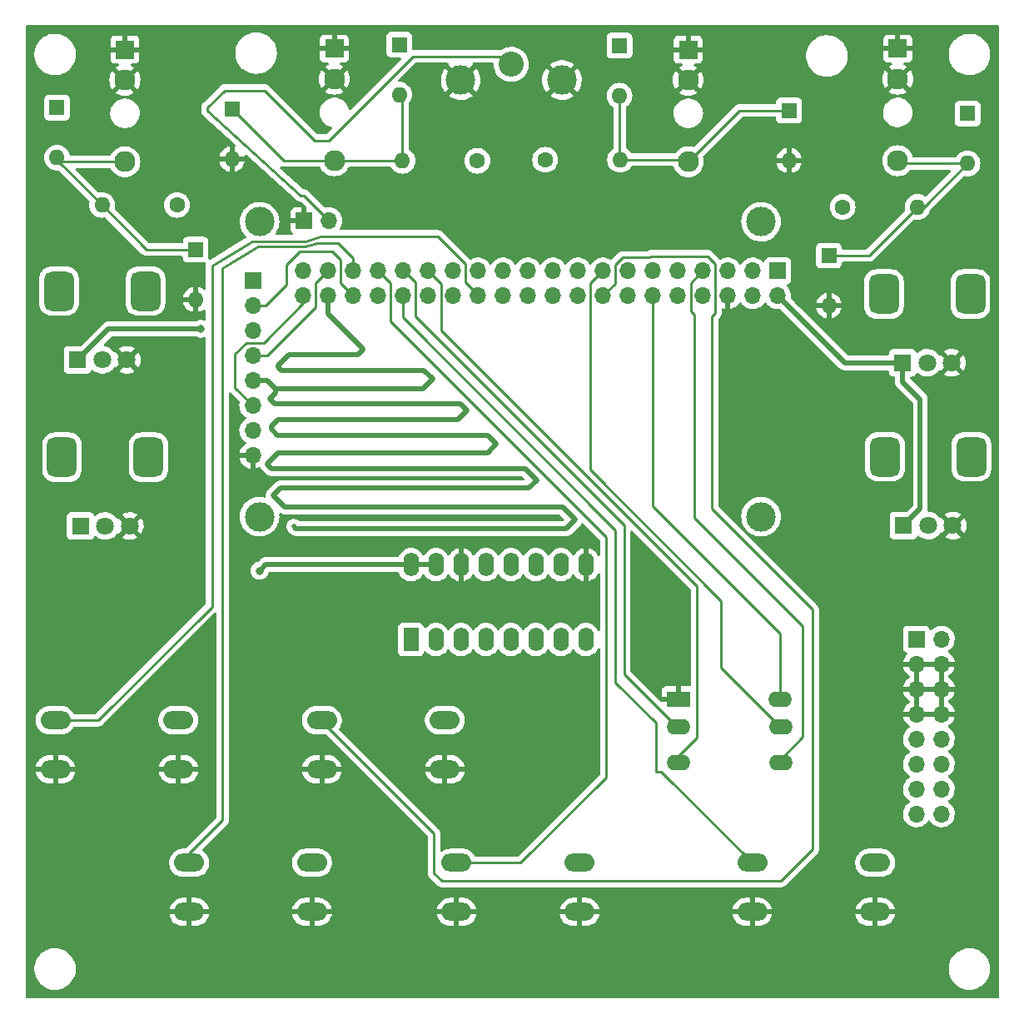
<source format=gtl>
G04 #@! TF.GenerationSoftware,KiCad,Pcbnew,6.0.7*
G04 #@! TF.CreationDate,2022-12-24T12:27:27+13:00*
G04 #@! TF.ProjectId,recurBOY,72656375-7242-44f5-992e-6b696361645f,v0_7_1*
G04 #@! TF.SameCoordinates,Original*
G04 #@! TF.FileFunction,Copper,L1,Top*
G04 #@! TF.FilePolarity,Positive*
%FSLAX46Y46*%
G04 Gerber Fmt 4.6, Leading zero omitted, Abs format (unit mm)*
G04 Created by KiCad (PCBNEW 6.0.7) date 2022-12-24 12:27:27*
%MOMM*%
%LPD*%
G01*
G04 APERTURE LIST*
G04 Aperture macros list*
%AMRoundRect*
0 Rectangle with rounded corners*
0 $1 Rounding radius*
0 $2 $3 $4 $5 $6 $7 $8 $9 X,Y pos of 4 corners*
0 Add a 4 corners polygon primitive as box body*
4,1,4,$2,$3,$4,$5,$6,$7,$8,$9,$2,$3,0*
0 Add four circle primitives for the rounded corners*
1,1,$1+$1,$2,$3*
1,1,$1+$1,$4,$5*
1,1,$1+$1,$6,$7*
1,1,$1+$1,$8,$9*
0 Add four rect primitives between the rounded corners*
20,1,$1+$1,$2,$3,$4,$5,0*
20,1,$1+$1,$4,$5,$6,$7,0*
20,1,$1+$1,$6,$7,$8,$9,0*
20,1,$1+$1,$8,$9,$2,$3,0*%
G04 Aperture macros list end*
G04 #@! TA.AperFunction,ComponentPad*
%ADD10R,1.600000X1.600000*%
G04 #@! TD*
G04 #@! TA.AperFunction,ComponentPad*
%ADD11O,1.600000X1.600000*%
G04 #@! TD*
G04 #@! TA.AperFunction,ComponentPad*
%ADD12R,1.930000X1.830000*%
G04 #@! TD*
G04 #@! TA.AperFunction,ComponentPad*
%ADD13C,2.130000*%
G04 #@! TD*
G04 #@! TA.AperFunction,WasherPad*
%ADD14C,3.000000*%
G04 #@! TD*
G04 #@! TA.AperFunction,ComponentPad*
%ADD15R,1.700000X1.700000*%
G04 #@! TD*
G04 #@! TA.AperFunction,ComponentPad*
%ADD16O,1.700000X1.700000*%
G04 #@! TD*
G04 #@! TA.AperFunction,ComponentPad*
%ADD17R,2.400000X1.600000*%
G04 #@! TD*
G04 #@! TA.AperFunction,ComponentPad*
%ADD18O,2.400000X1.600000*%
G04 #@! TD*
G04 #@! TA.AperFunction,ComponentPad*
%ADD19C,1.600000*%
G04 #@! TD*
G04 #@! TA.AperFunction,WasherPad*
%ADD20RoundRect,0.750000X0.750000X-1.250000X0.750000X1.250000X-0.750000X1.250000X-0.750000X-1.250000X0*%
G04 #@! TD*
G04 #@! TA.AperFunction,ComponentPad*
%ADD21R,1.800000X1.800000*%
G04 #@! TD*
G04 #@! TA.AperFunction,ComponentPad*
%ADD22C,1.800000*%
G04 #@! TD*
G04 #@! TA.AperFunction,ComponentPad*
%ADD23R,1.600000X2.400000*%
G04 #@! TD*
G04 #@! TA.AperFunction,ComponentPad*
%ADD24O,1.600000X2.400000*%
G04 #@! TD*
G04 #@! TA.AperFunction,ComponentPad*
%ADD25C,2.550000*%
G04 #@! TD*
G04 #@! TA.AperFunction,ComponentPad*
%ADD26C,3.000000*%
G04 #@! TD*
G04 #@! TA.AperFunction,ComponentPad*
%ADD27O,3.048000X1.850000*%
G04 #@! TD*
G04 #@! TA.AperFunction,ViaPad*
%ADD28C,0.800000*%
G04 #@! TD*
G04 #@! TA.AperFunction,Conductor*
%ADD29C,0.500000*%
G04 #@! TD*
G04 #@! TA.AperFunction,Conductor*
%ADD30C,0.250000*%
G04 #@! TD*
G04 APERTURE END LIST*
D10*
X108700000Y-43900000D03*
D11*
X108700000Y-48980000D03*
D10*
X122800000Y-58350000D03*
D11*
X122800000Y-63430000D03*
D10*
X143500000Y-37500000D03*
D11*
X143500000Y-42580000D03*
D10*
X126500000Y-44050000D03*
D11*
X126500000Y-49130000D03*
D10*
X165900000Y-37600000D03*
D11*
X165900000Y-42680000D03*
D10*
X183150000Y-44200000D03*
D11*
X183150000Y-49280000D03*
D10*
X201300000Y-44500000D03*
D11*
X201300000Y-49580000D03*
D10*
X187200000Y-58950000D03*
D11*
X187200000Y-64030000D03*
D12*
X115600000Y-38000000D03*
D13*
X115600000Y-49400000D03*
X115600000Y-41100000D03*
D12*
X136900000Y-37900000D03*
D13*
X136900000Y-49300000D03*
X136900000Y-41000000D03*
D12*
X172900000Y-38000000D03*
D13*
X172900000Y-49400000D03*
X172900000Y-41100000D03*
D12*
X194200000Y-37900000D03*
D13*
X194200000Y-49300000D03*
X194200000Y-41000000D03*
D14*
X180300000Y-55500000D03*
X129300000Y-55500000D03*
X180300000Y-85500000D03*
X129300000Y-85500000D03*
D15*
X128600000Y-61500000D03*
D16*
X128600000Y-64040000D03*
X128600000Y-66580000D03*
X128600000Y-69120000D03*
X128600000Y-71660000D03*
X128600000Y-74200000D03*
X128600000Y-76740000D03*
X128600000Y-79280000D03*
D15*
X133800000Y-55400000D03*
D16*
X136340000Y-55400000D03*
D15*
X182000000Y-60500000D03*
D16*
X182000000Y-63040000D03*
X179460000Y-60500000D03*
X179460000Y-63040000D03*
X176920000Y-60500000D03*
X176920000Y-63040000D03*
X174380000Y-60500000D03*
X174380000Y-63040000D03*
X171840000Y-60500000D03*
X171840000Y-63040000D03*
X169300000Y-60500000D03*
X169300000Y-63040000D03*
X166760000Y-60500000D03*
X166760000Y-63040000D03*
X164220000Y-60500000D03*
X164220000Y-63040000D03*
X161680000Y-60500000D03*
X161680000Y-63040000D03*
X159140000Y-60500000D03*
X159140000Y-63040000D03*
X156600000Y-60500000D03*
X156600000Y-63040000D03*
X154060000Y-60500000D03*
X154060000Y-63040000D03*
X151520000Y-60500000D03*
X151520000Y-63040000D03*
X148980000Y-60500000D03*
X148980000Y-63040000D03*
X146440000Y-60500000D03*
X146440000Y-63040000D03*
X143900000Y-60500000D03*
X143900000Y-63040000D03*
X141360000Y-60500000D03*
X141360000Y-63040000D03*
X138820000Y-60500000D03*
X138820000Y-63040000D03*
X136280000Y-60500000D03*
X136280000Y-63040000D03*
X133740000Y-60500000D03*
X133740000Y-63040000D03*
D17*
X171900000Y-104050000D03*
D18*
X171900000Y-106850000D03*
X171900000Y-110550000D03*
X182270000Y-104050000D03*
X182300000Y-106850000D03*
X182300000Y-110550000D03*
D15*
X196100000Y-97950000D03*
D16*
X198640000Y-97950000D03*
X196100000Y-100490000D03*
X198640000Y-100490000D03*
X196100000Y-103030000D03*
X198640000Y-103030000D03*
X196100000Y-105570000D03*
X198640000Y-105570000D03*
X196100000Y-108110000D03*
X198640000Y-108110000D03*
X196100000Y-110650000D03*
X198640000Y-110650000D03*
X196100000Y-113190000D03*
X198640000Y-113190000D03*
X196100000Y-115730000D03*
X198640000Y-115730000D03*
D19*
X120900000Y-53800000D03*
D11*
X113280000Y-53800000D03*
D19*
X151450000Y-49300000D03*
D11*
X143830000Y-49300000D03*
D19*
X158350000Y-49200000D03*
D11*
X165970000Y-49200000D03*
D19*
X188600000Y-54000000D03*
D11*
X196220000Y-54000000D03*
D20*
X108900000Y-62550000D03*
X117700000Y-62550000D03*
D21*
X110800000Y-69550000D03*
D22*
X113300000Y-69550000D03*
X115800000Y-69550000D03*
D20*
X118000000Y-79450000D03*
X109200000Y-79450000D03*
D21*
X111100000Y-86450000D03*
D22*
X113600000Y-86450000D03*
X116100000Y-86450000D03*
D20*
X201600000Y-62850000D03*
X192800000Y-62850000D03*
D21*
X194700000Y-69850000D03*
D22*
X197200000Y-69850000D03*
X199700000Y-69850000D03*
D20*
X201700000Y-79400000D03*
X192900000Y-79400000D03*
D21*
X194800000Y-86400000D03*
D22*
X197300000Y-86400000D03*
X199800000Y-86400000D03*
D23*
X144700000Y-98000000D03*
D24*
X147240000Y-98000000D03*
X149780000Y-98000000D03*
X152320000Y-98000000D03*
X154860000Y-98000000D03*
X157400000Y-98000000D03*
X159940000Y-98000000D03*
X162480000Y-98000000D03*
X162480000Y-90380000D03*
X159940000Y-90380000D03*
X157400000Y-90380000D03*
X154860000Y-90380000D03*
X152320000Y-90380000D03*
X149780000Y-90380000D03*
X147240000Y-90380000D03*
X144700000Y-90380000D03*
D25*
X154900000Y-39500000D03*
D26*
X149750000Y-41100000D03*
X160050000Y-41100000D03*
D27*
X191900000Y-125700000D03*
X179400000Y-125700000D03*
X191900000Y-120700000D03*
X179400000Y-120700000D03*
X121040000Y-111200000D03*
X108540000Y-111200000D03*
X121040000Y-106200000D03*
X108540000Y-106200000D03*
X122140000Y-125700000D03*
X134640000Y-125700000D03*
X122140000Y-120700000D03*
X134640000Y-120700000D03*
X135640000Y-111200000D03*
X148140000Y-111200000D03*
X135640000Y-106200000D03*
X148140000Y-106200000D03*
X161840000Y-125700000D03*
X149340000Y-125700000D03*
X161840000Y-120700000D03*
X149340000Y-120700000D03*
D28*
X123300000Y-66400000D03*
X129300000Y-91000000D03*
D29*
X129300000Y-91000000D02*
X129920000Y-90380000D01*
X188810000Y-69850000D02*
X194700000Y-69850000D01*
X123300000Y-66400000D02*
X113950000Y-66400000D01*
X113950000Y-66400000D02*
X110800000Y-69550000D01*
X196500000Y-73600000D02*
X194700000Y-71800000D01*
X196500000Y-84700000D02*
X194800000Y-86400000D01*
X196500000Y-84700000D02*
X196500000Y-73600000D01*
X182000000Y-63040000D02*
X188810000Y-69850000D01*
X129920000Y-90380000D02*
X144700000Y-90380000D01*
X144700000Y-90380000D02*
X147240000Y-90380000D01*
X194700000Y-71800000D02*
X194700000Y-69850000D01*
D30*
X108700000Y-49220000D02*
X113280000Y-53800000D01*
X117830000Y-58350000D02*
X113280000Y-53800000D01*
X109120000Y-49400000D02*
X108700000Y-48980000D01*
X108700000Y-48980000D02*
X108700000Y-49220000D01*
X115600000Y-49400000D02*
X109120000Y-49400000D01*
X122800000Y-58350000D02*
X117830000Y-58350000D01*
X143830000Y-42910000D02*
X143500000Y-42580000D01*
X131750000Y-49300000D02*
X126500000Y-44050000D01*
X143830000Y-49300000D02*
X136900000Y-49300000D01*
X136900000Y-49300000D02*
X131750000Y-49300000D01*
X143830000Y-49300000D02*
X143830000Y-42910000D01*
X165900000Y-49130000D02*
X165970000Y-49200000D01*
X178100000Y-44200000D02*
X172900000Y-49400000D01*
X165970000Y-49200000D02*
X173300000Y-49200000D01*
X165900000Y-42680000D02*
X165900000Y-49130000D01*
X183150000Y-44200000D02*
X178100000Y-44200000D01*
X191270000Y-58950000D02*
X196220000Y-54000000D01*
X196880000Y-54000000D02*
X201300000Y-49580000D01*
X194480000Y-49580000D02*
X194200000Y-49300000D01*
X196220000Y-54000000D02*
X196880000Y-54000000D01*
X201300000Y-49580000D02*
X194480000Y-49580000D01*
X187200000Y-58950000D02*
X191270000Y-58950000D01*
X129910000Y-64040000D02*
X132050000Y-61900000D01*
X132050000Y-61900000D02*
X132050000Y-59850000D01*
X132050000Y-59850000D02*
X133350000Y-58550000D01*
X133350000Y-58550000D02*
X136700000Y-58550000D01*
X136700000Y-58550000D02*
X137550000Y-59400000D01*
X137550000Y-59400000D02*
X137550000Y-61770000D01*
X137550000Y-61770000D02*
X138820000Y-63040000D01*
X128600000Y-64040000D02*
X129910000Y-64040000D01*
X130080000Y-69120000D02*
X135000000Y-64200000D01*
X135000000Y-64200000D02*
X135000000Y-61780000D01*
X135000000Y-61780000D02*
X136280000Y-60500000D01*
X128600000Y-69120000D02*
X130080000Y-69120000D01*
D29*
X152500000Y-77200000D02*
X153400000Y-78100000D01*
X130900000Y-72500000D02*
X130900000Y-72900000D01*
X130500000Y-80600000D02*
X156300000Y-80600000D01*
X146000000Y-70600000D02*
X146900000Y-71500000D01*
X149500000Y-75600000D02*
X131200000Y-75600000D01*
X139300000Y-69000000D02*
X132300000Y-69000000D01*
X145900000Y-72500000D02*
X130900000Y-72500000D01*
X160100000Y-84500000D02*
X161400000Y-85800000D01*
X131400000Y-82600000D02*
X130700000Y-83300000D01*
X133000000Y-86700000D02*
X132800000Y-86500000D01*
X130060000Y-71660000D02*
X128600000Y-71660000D01*
X132300000Y-69000000D02*
X131200000Y-70100000D01*
X149700000Y-74000000D02*
X150400000Y-74700000D01*
X130700000Y-83300000D02*
X131900000Y-84500000D01*
X130100000Y-80200000D02*
X130500000Y-80600000D01*
X152500000Y-79000000D02*
X131200000Y-79000000D01*
X131200000Y-75600000D02*
X130500000Y-76300000D01*
X131200000Y-70300000D02*
X131500000Y-70600000D01*
X136280000Y-64880000D02*
X139800000Y-68400000D01*
X130900000Y-72500000D02*
X130060000Y-71660000D01*
X156300000Y-80600000D02*
X157500000Y-81800000D01*
X131500000Y-70600000D02*
X146000000Y-70600000D01*
X130100000Y-80100000D02*
X130100000Y-80200000D01*
X130900000Y-72900000D02*
X130300000Y-73500000D01*
X160500000Y-86700000D02*
X133000000Y-86700000D01*
X130500000Y-76600000D02*
X131100000Y-77200000D01*
X161400000Y-85800000D02*
X160500000Y-86700000D01*
X153400000Y-78100000D02*
X152500000Y-79000000D01*
X130800000Y-74000000D02*
X149700000Y-74000000D01*
X146900000Y-71500000D02*
X145900000Y-72500000D01*
X131200000Y-70100000D02*
X131200000Y-70300000D01*
X131100000Y-77200000D02*
X152500000Y-77200000D01*
X157500000Y-81800000D02*
X156700000Y-82600000D01*
X156700000Y-82600000D02*
X131400000Y-82600000D01*
X130500000Y-76300000D02*
X130500000Y-76600000D01*
X131900000Y-84500000D02*
X160100000Y-84500000D01*
X139800000Y-68500000D02*
X139300000Y-69000000D01*
X130300000Y-73500000D02*
X130800000Y-74000000D01*
X136280000Y-63040000D02*
X136280000Y-64880000D01*
X150400000Y-74700000D02*
X149500000Y-75600000D01*
X139800000Y-68400000D02*
X139800000Y-68500000D01*
X131200000Y-79000000D02*
X130100000Y-80100000D01*
D30*
X133740000Y-63760000D02*
X129700000Y-67800000D01*
X129700000Y-67800000D02*
X127950000Y-67800000D01*
X127950000Y-67800000D02*
X126800000Y-68950000D01*
X126800000Y-68950000D02*
X126800000Y-72400000D01*
X126800000Y-72400000D02*
X128600000Y-74200000D01*
X133740000Y-63040000D02*
X133740000Y-63760000D01*
X182300000Y-110150000D02*
X184550000Y-107900000D01*
X184550000Y-107900000D02*
X184550000Y-96650000D01*
X184550000Y-96650000D02*
X173500000Y-85600000D01*
X173500000Y-85600000D02*
X173500000Y-65000000D01*
X173500000Y-65000000D02*
X173150000Y-64650000D01*
X173150000Y-64650000D02*
X173150000Y-61730000D01*
X173150000Y-61730000D02*
X174380000Y-60500000D01*
X182300000Y-110550000D02*
X182300000Y-110150000D01*
X182270000Y-97420000D02*
X169300000Y-84450000D01*
X169300000Y-84450000D02*
X169300000Y-63040000D01*
X182270000Y-104050000D02*
X182270000Y-97420000D01*
X182200000Y-106850000D02*
X176250000Y-100900000D01*
X176250000Y-100900000D02*
X176250000Y-94050000D01*
X176250000Y-94050000D02*
X162950000Y-80750000D01*
X162950000Y-80750000D02*
X162950000Y-61770000D01*
X162950000Y-61770000D02*
X164220000Y-60500000D01*
X182300000Y-106850000D02*
X182200000Y-106850000D01*
X175300000Y-84700000D02*
X175300000Y-65150000D01*
X175300000Y-65150000D02*
X175650000Y-64800000D01*
X147850000Y-122550000D02*
X182350000Y-122550000D01*
X175650000Y-64800000D02*
X175650000Y-59800000D01*
X185550000Y-119350000D02*
X185550000Y-94950000D01*
X147050000Y-121750000D02*
X147850000Y-122550000D01*
X168950000Y-59150000D02*
X166200000Y-59150000D01*
X169100000Y-59000000D02*
X168950000Y-59150000D01*
X185550000Y-94950000D02*
X175300000Y-84700000D01*
X135640000Y-106340000D02*
X135640000Y-106200000D01*
X166200000Y-59150000D02*
X165450000Y-59900000D01*
X174850000Y-59000000D02*
X169100000Y-59000000D01*
X182350000Y-122550000D02*
X185550000Y-119350000D01*
X147050000Y-117750000D02*
X147050000Y-121750000D01*
X147050000Y-117750000D02*
X135640000Y-106340000D01*
X165450000Y-61810000D02*
X164220000Y-63040000D01*
X175650000Y-59800000D02*
X174850000Y-59000000D01*
X165450000Y-59900000D02*
X165450000Y-61810000D01*
X138820000Y-59220000D02*
X138820000Y-60500000D01*
X133900000Y-58050000D02*
X135150000Y-57700000D01*
X137300000Y-57700000D02*
X138820000Y-59220000D01*
X125550000Y-116350000D02*
X125550000Y-60250000D01*
X129150000Y-58050000D02*
X133900000Y-58050000D01*
X122140000Y-119760000D02*
X122140000Y-120700000D01*
X125550000Y-116350000D02*
X122140000Y-119760000D01*
X125550000Y-60250000D02*
X129150000Y-58050000D01*
X135150000Y-57700000D02*
X137300000Y-57700000D01*
X134000000Y-57500000D02*
X128550000Y-57500000D01*
X151520000Y-62970000D02*
X150250000Y-61700000D01*
X124450000Y-60000000D02*
X124450000Y-94650000D01*
X150250000Y-61700000D02*
X150250000Y-59800000D01*
X128550000Y-57500000D02*
X124450000Y-60000000D01*
X124450000Y-94650000D02*
X112900000Y-106200000D01*
X112900000Y-106200000D02*
X108540000Y-106200000D01*
X151520000Y-63040000D02*
X151520000Y-62970000D01*
X150250000Y-59800000D02*
X147450000Y-57000000D01*
X135500000Y-57000000D02*
X134000000Y-57500000D01*
X147450000Y-57000000D02*
X135500000Y-57000000D01*
X171900000Y-109850000D02*
X173800000Y-107950000D01*
X173800000Y-107950000D02*
X173800000Y-92600000D01*
X173800000Y-92600000D02*
X147800000Y-66600000D01*
X147800000Y-66600000D02*
X147800000Y-61860000D01*
X147800000Y-61860000D02*
X146440000Y-60500000D01*
X171900000Y-110550000D02*
X171900000Y-109850000D01*
X171750000Y-106850000D02*
X166400000Y-101500000D01*
X166400000Y-101500000D02*
X166400000Y-86400000D01*
X166400000Y-86400000D02*
X145150000Y-65150000D01*
X145150000Y-65150000D02*
X145150000Y-61650000D01*
X145150000Y-61650000D02*
X144000000Y-60500000D01*
X144000000Y-60500000D02*
X143900000Y-60500000D01*
X171900000Y-106850000D02*
X171750000Y-106850000D01*
X169600000Y-111450000D02*
X169600000Y-106450000D01*
X169600000Y-106450000D02*
X165500000Y-102350000D01*
X165500000Y-102350000D02*
X165500000Y-86850000D01*
X165500000Y-86850000D02*
X143900000Y-65250000D01*
X143900000Y-65250000D02*
X143900000Y-63040000D01*
X170150000Y-111450000D02*
X179400000Y-120700000D01*
X169600000Y-111450000D02*
X170150000Y-111450000D01*
X155850000Y-120700000D02*
X149340000Y-120700000D01*
X142600000Y-65650000D02*
X164550000Y-87600000D01*
X141360000Y-60500000D02*
X142600000Y-61740000D01*
X164550000Y-112000000D02*
X155850000Y-120700000D01*
X164550000Y-87600000D02*
X164550000Y-112000000D01*
X142600000Y-61740000D02*
X142600000Y-65650000D01*
X136340000Y-55400000D02*
X133790000Y-52850000D01*
X125750000Y-42150000D02*
X129800000Y-42150000D01*
X124000000Y-44250000D02*
X124000000Y-43900000D01*
X144878513Y-38700000D02*
X144900000Y-38700000D01*
X136328513Y-47250000D02*
X144878513Y-38700000D01*
X124000000Y-43900000D02*
X125750000Y-42150000D01*
X144900000Y-38700000D02*
X154100000Y-38700000D01*
X129800000Y-42150000D02*
X134900000Y-47250000D01*
X154100000Y-38700000D02*
X154900000Y-39500000D01*
X134900000Y-47250000D02*
X136328513Y-47250000D01*
X133500000Y-52850000D02*
X124000000Y-44250000D01*
X133790000Y-52850000D02*
X133500000Y-52850000D01*
G04 #@! TA.AperFunction,Conductor*
G36*
X204433621Y-35528502D02*
G01*
X204480114Y-35582158D01*
X204491500Y-35634500D01*
X204491500Y-134365500D01*
X204471498Y-134433621D01*
X204417842Y-134480114D01*
X204365500Y-134491500D01*
X105634500Y-134491500D01*
X105566379Y-134471498D01*
X105519886Y-134417842D01*
X105508500Y-134365500D01*
X105508500Y-131632703D01*
X106390743Y-131632703D01*
X106428268Y-131917734D01*
X106504129Y-132195036D01*
X106616923Y-132459476D01*
X106764561Y-132706161D01*
X106944313Y-132930528D01*
X107152851Y-133128423D01*
X107386317Y-133296186D01*
X107390112Y-133298195D01*
X107390113Y-133298196D01*
X107411869Y-133309715D01*
X107640392Y-133430712D01*
X107910373Y-133529511D01*
X108191264Y-133590755D01*
X108219841Y-133593004D01*
X108414282Y-133608307D01*
X108414291Y-133608307D01*
X108416739Y-133608500D01*
X108572271Y-133608500D01*
X108574407Y-133608354D01*
X108574418Y-133608354D01*
X108782548Y-133594165D01*
X108782554Y-133594164D01*
X108786825Y-133593873D01*
X108791020Y-133593004D01*
X108791022Y-133593004D01*
X108927583Y-133564724D01*
X109068342Y-133535574D01*
X109339343Y-133439607D01*
X109594812Y-133307750D01*
X109598313Y-133305289D01*
X109598317Y-133305287D01*
X109712417Y-133225096D01*
X109830023Y-133142441D01*
X110040622Y-132946740D01*
X110222713Y-132724268D01*
X110372927Y-132479142D01*
X110488483Y-132215898D01*
X110567244Y-131939406D01*
X110607751Y-131654784D01*
X110607845Y-131636951D01*
X110607867Y-131632703D01*
X199390743Y-131632703D01*
X199428268Y-131917734D01*
X199504129Y-132195036D01*
X199616923Y-132459476D01*
X199764561Y-132706161D01*
X199944313Y-132930528D01*
X200152851Y-133128423D01*
X200386317Y-133296186D01*
X200390112Y-133298195D01*
X200390113Y-133298196D01*
X200411869Y-133309715D01*
X200640392Y-133430712D01*
X200910373Y-133529511D01*
X201191264Y-133590755D01*
X201219841Y-133593004D01*
X201414282Y-133608307D01*
X201414291Y-133608307D01*
X201416739Y-133608500D01*
X201572271Y-133608500D01*
X201574407Y-133608354D01*
X201574418Y-133608354D01*
X201782548Y-133594165D01*
X201782554Y-133594164D01*
X201786825Y-133593873D01*
X201791020Y-133593004D01*
X201791022Y-133593004D01*
X201927583Y-133564724D01*
X202068342Y-133535574D01*
X202339343Y-133439607D01*
X202594812Y-133307750D01*
X202598313Y-133305289D01*
X202598317Y-133305287D01*
X202712417Y-133225096D01*
X202830023Y-133142441D01*
X203040622Y-132946740D01*
X203222713Y-132724268D01*
X203372927Y-132479142D01*
X203488483Y-132215898D01*
X203567244Y-131939406D01*
X203607751Y-131654784D01*
X203607845Y-131636951D01*
X203609235Y-131371583D01*
X203609235Y-131371576D01*
X203609257Y-131367297D01*
X203571732Y-131082266D01*
X203495871Y-130804964D01*
X203383077Y-130540524D01*
X203235439Y-130293839D01*
X203055687Y-130069472D01*
X202847149Y-129871577D01*
X202613683Y-129703814D01*
X202591843Y-129692250D01*
X202568654Y-129679972D01*
X202359608Y-129569288D01*
X202089627Y-129470489D01*
X201808736Y-129409245D01*
X201777685Y-129406801D01*
X201585718Y-129391693D01*
X201585709Y-129391693D01*
X201583261Y-129391500D01*
X201427729Y-129391500D01*
X201425593Y-129391646D01*
X201425582Y-129391646D01*
X201217452Y-129405835D01*
X201217446Y-129405836D01*
X201213175Y-129406127D01*
X201208980Y-129406996D01*
X201208978Y-129406996D01*
X201072417Y-129435276D01*
X200931658Y-129464426D01*
X200660657Y-129560393D01*
X200405188Y-129692250D01*
X200401687Y-129694711D01*
X200401683Y-129694713D01*
X200391594Y-129701804D01*
X200169977Y-129857559D01*
X199959378Y-130053260D01*
X199777287Y-130275732D01*
X199627073Y-130520858D01*
X199511517Y-130784102D01*
X199432756Y-131060594D01*
X199392249Y-131345216D01*
X199392227Y-131349505D01*
X199392226Y-131349512D01*
X199390765Y-131628417D01*
X199390743Y-131632703D01*
X110607867Y-131632703D01*
X110609235Y-131371583D01*
X110609235Y-131371576D01*
X110609257Y-131367297D01*
X110571732Y-131082266D01*
X110495871Y-130804964D01*
X110383077Y-130540524D01*
X110235439Y-130293839D01*
X110055687Y-130069472D01*
X109847149Y-129871577D01*
X109613683Y-129703814D01*
X109591843Y-129692250D01*
X109568654Y-129679972D01*
X109359608Y-129569288D01*
X109089627Y-129470489D01*
X108808736Y-129409245D01*
X108777685Y-129406801D01*
X108585718Y-129391693D01*
X108585709Y-129391693D01*
X108583261Y-129391500D01*
X108427729Y-129391500D01*
X108425593Y-129391646D01*
X108425582Y-129391646D01*
X108217452Y-129405835D01*
X108217446Y-129405836D01*
X108213175Y-129406127D01*
X108208980Y-129406996D01*
X108208978Y-129406996D01*
X108072417Y-129435276D01*
X107931658Y-129464426D01*
X107660657Y-129560393D01*
X107405188Y-129692250D01*
X107401687Y-129694711D01*
X107401683Y-129694713D01*
X107391594Y-129701804D01*
X107169977Y-129857559D01*
X106959378Y-130053260D01*
X106777287Y-130275732D01*
X106627073Y-130520858D01*
X106511517Y-130784102D01*
X106432756Y-131060594D01*
X106392249Y-131345216D01*
X106392227Y-131349505D01*
X106392226Y-131349512D01*
X106390765Y-131628417D01*
X106390743Y-131632703D01*
X105508500Y-131632703D01*
X105508500Y-125972194D01*
X120132895Y-125972194D01*
X120141453Y-126028121D01*
X120143841Y-126038146D01*
X120213836Y-126252295D01*
X120217833Y-126261804D01*
X120321861Y-126461640D01*
X120327355Y-126470365D01*
X120462628Y-126650532D01*
X120469471Y-126658239D01*
X120632356Y-126813896D01*
X120640362Y-126820379D01*
X120826485Y-126947343D01*
X120835444Y-126952432D01*
X121039807Y-127047294D01*
X121049475Y-127050851D01*
X121266580Y-127111060D01*
X121276699Y-127112991D01*
X121460595Y-127132644D01*
X121467287Y-127133000D01*
X121867885Y-127133000D01*
X121883124Y-127128525D01*
X121884329Y-127127135D01*
X121886000Y-127119452D01*
X121886000Y-127114885D01*
X122394000Y-127114885D01*
X122398475Y-127130124D01*
X122399865Y-127131329D01*
X122407548Y-127133000D01*
X122796145Y-127133000D01*
X122801318Y-127132788D01*
X122968687Y-127119027D01*
X122978867Y-127117342D01*
X123197377Y-127062456D01*
X123207128Y-127059136D01*
X123413749Y-126969296D01*
X123422824Y-126964430D01*
X123611990Y-126842052D01*
X123620161Y-126835760D01*
X123786800Y-126684131D01*
X123793825Y-126676598D01*
X123933466Y-126499782D01*
X123939162Y-126491209D01*
X124048052Y-126293955D01*
X124052273Y-126284560D01*
X124127481Y-126072180D01*
X124130113Y-126062217D01*
X124146148Y-125972194D01*
X132632895Y-125972194D01*
X132641453Y-126028121D01*
X132643841Y-126038146D01*
X132713836Y-126252295D01*
X132717833Y-126261804D01*
X132821861Y-126461640D01*
X132827355Y-126470365D01*
X132962628Y-126650532D01*
X132969471Y-126658239D01*
X133132356Y-126813896D01*
X133140362Y-126820379D01*
X133326485Y-126947343D01*
X133335444Y-126952432D01*
X133539807Y-127047294D01*
X133549475Y-127050851D01*
X133766580Y-127111060D01*
X133776699Y-127112991D01*
X133960595Y-127132644D01*
X133967287Y-127133000D01*
X134367885Y-127133000D01*
X134383124Y-127128525D01*
X134384329Y-127127135D01*
X134386000Y-127119452D01*
X134386000Y-127114885D01*
X134894000Y-127114885D01*
X134898475Y-127130124D01*
X134899865Y-127131329D01*
X134907548Y-127133000D01*
X135296145Y-127133000D01*
X135301318Y-127132788D01*
X135468687Y-127119027D01*
X135478867Y-127117342D01*
X135697377Y-127062456D01*
X135707128Y-127059136D01*
X135913749Y-126969296D01*
X135922824Y-126964430D01*
X136111990Y-126842052D01*
X136120161Y-126835760D01*
X136286800Y-126684131D01*
X136293825Y-126676598D01*
X136433466Y-126499782D01*
X136439162Y-126491209D01*
X136548052Y-126293955D01*
X136552273Y-126284560D01*
X136627481Y-126072180D01*
X136630113Y-126062217D01*
X136646148Y-125972194D01*
X147332895Y-125972194D01*
X147341453Y-126028121D01*
X147343841Y-126038146D01*
X147413836Y-126252295D01*
X147417833Y-126261804D01*
X147521861Y-126461640D01*
X147527355Y-126470365D01*
X147662628Y-126650532D01*
X147669471Y-126658239D01*
X147832356Y-126813896D01*
X147840362Y-126820379D01*
X148026485Y-126947343D01*
X148035444Y-126952432D01*
X148239807Y-127047294D01*
X148249475Y-127050851D01*
X148466580Y-127111060D01*
X148476699Y-127112991D01*
X148660595Y-127132644D01*
X148667287Y-127133000D01*
X149067885Y-127133000D01*
X149083124Y-127128525D01*
X149084329Y-127127135D01*
X149086000Y-127119452D01*
X149086000Y-127114885D01*
X149594000Y-127114885D01*
X149598475Y-127130124D01*
X149599865Y-127131329D01*
X149607548Y-127133000D01*
X149996145Y-127133000D01*
X150001318Y-127132788D01*
X150168687Y-127119027D01*
X150178867Y-127117342D01*
X150397377Y-127062456D01*
X150407128Y-127059136D01*
X150613749Y-126969296D01*
X150622824Y-126964430D01*
X150811990Y-126842052D01*
X150820161Y-126835760D01*
X150986800Y-126684131D01*
X150993825Y-126676598D01*
X151133466Y-126499782D01*
X151139162Y-126491209D01*
X151248052Y-126293955D01*
X151252273Y-126284560D01*
X151327481Y-126072180D01*
X151330113Y-126062217D01*
X151346148Y-125972194D01*
X159832895Y-125972194D01*
X159841453Y-126028121D01*
X159843841Y-126038146D01*
X159913836Y-126252295D01*
X159917833Y-126261804D01*
X160021861Y-126461640D01*
X160027355Y-126470365D01*
X160162628Y-126650532D01*
X160169471Y-126658239D01*
X160332356Y-126813896D01*
X160340362Y-126820379D01*
X160526485Y-126947343D01*
X160535444Y-126952432D01*
X160739807Y-127047294D01*
X160749475Y-127050851D01*
X160966580Y-127111060D01*
X160976699Y-127112991D01*
X161160595Y-127132644D01*
X161167287Y-127133000D01*
X161567885Y-127133000D01*
X161583124Y-127128525D01*
X161584329Y-127127135D01*
X161586000Y-127119452D01*
X161586000Y-127114885D01*
X162094000Y-127114885D01*
X162098475Y-127130124D01*
X162099865Y-127131329D01*
X162107548Y-127133000D01*
X162496145Y-127133000D01*
X162501318Y-127132788D01*
X162668687Y-127119027D01*
X162678867Y-127117342D01*
X162897377Y-127062456D01*
X162907128Y-127059136D01*
X163113749Y-126969296D01*
X163122824Y-126964430D01*
X163311990Y-126842052D01*
X163320161Y-126835760D01*
X163486800Y-126684131D01*
X163493825Y-126676598D01*
X163633466Y-126499782D01*
X163639162Y-126491209D01*
X163748052Y-126293955D01*
X163752273Y-126284560D01*
X163827481Y-126072180D01*
X163830113Y-126062217D01*
X163846148Y-125972194D01*
X177392895Y-125972194D01*
X177401453Y-126028121D01*
X177403841Y-126038146D01*
X177473836Y-126252295D01*
X177477833Y-126261804D01*
X177581861Y-126461640D01*
X177587355Y-126470365D01*
X177722628Y-126650532D01*
X177729471Y-126658239D01*
X177892356Y-126813896D01*
X177900362Y-126820379D01*
X178086485Y-126947343D01*
X178095444Y-126952432D01*
X178299807Y-127047294D01*
X178309475Y-127050851D01*
X178526580Y-127111060D01*
X178536699Y-127112991D01*
X178720595Y-127132644D01*
X178727287Y-127133000D01*
X179127885Y-127133000D01*
X179143124Y-127128525D01*
X179144329Y-127127135D01*
X179146000Y-127119452D01*
X179146000Y-127114885D01*
X179654000Y-127114885D01*
X179658475Y-127130124D01*
X179659865Y-127131329D01*
X179667548Y-127133000D01*
X180056145Y-127133000D01*
X180061318Y-127132788D01*
X180228687Y-127119027D01*
X180238867Y-127117342D01*
X180457377Y-127062456D01*
X180467128Y-127059136D01*
X180673749Y-126969296D01*
X180682824Y-126964430D01*
X180871990Y-126842052D01*
X180880161Y-126835760D01*
X181046800Y-126684131D01*
X181053825Y-126676598D01*
X181193466Y-126499782D01*
X181199162Y-126491209D01*
X181308052Y-126293955D01*
X181312273Y-126284560D01*
X181387481Y-126072180D01*
X181390113Y-126062217D01*
X181406148Y-125972194D01*
X189892895Y-125972194D01*
X189901453Y-126028121D01*
X189903841Y-126038146D01*
X189973836Y-126252295D01*
X189977833Y-126261804D01*
X190081861Y-126461640D01*
X190087355Y-126470365D01*
X190222628Y-126650532D01*
X190229471Y-126658239D01*
X190392356Y-126813896D01*
X190400362Y-126820379D01*
X190586485Y-126947343D01*
X190595444Y-126952432D01*
X190799807Y-127047294D01*
X190809475Y-127050851D01*
X191026580Y-127111060D01*
X191036699Y-127112991D01*
X191220595Y-127132644D01*
X191227287Y-127133000D01*
X191627885Y-127133000D01*
X191643124Y-127128525D01*
X191644329Y-127127135D01*
X191646000Y-127119452D01*
X191646000Y-127114885D01*
X192154000Y-127114885D01*
X192158475Y-127130124D01*
X192159865Y-127131329D01*
X192167548Y-127133000D01*
X192556145Y-127133000D01*
X192561318Y-127132788D01*
X192728687Y-127119027D01*
X192738867Y-127117342D01*
X192957377Y-127062456D01*
X192967128Y-127059136D01*
X193173749Y-126969296D01*
X193182824Y-126964430D01*
X193371990Y-126842052D01*
X193380161Y-126835760D01*
X193546800Y-126684131D01*
X193553825Y-126676598D01*
X193693466Y-126499782D01*
X193699162Y-126491209D01*
X193808052Y-126293955D01*
X193812273Y-126284560D01*
X193887481Y-126072180D01*
X193890113Y-126062217D01*
X193906212Y-125971837D01*
X193904752Y-125958540D01*
X193890197Y-125954000D01*
X192172115Y-125954000D01*
X192156876Y-125958475D01*
X192155671Y-125959865D01*
X192154000Y-125967548D01*
X192154000Y-127114885D01*
X191646000Y-127114885D01*
X191646000Y-125972115D01*
X191641525Y-125956876D01*
X191640135Y-125955671D01*
X191632452Y-125954000D01*
X189908226Y-125954000D01*
X189894882Y-125957918D01*
X189892895Y-125972194D01*
X181406148Y-125972194D01*
X181406212Y-125971837D01*
X181404752Y-125958540D01*
X181390197Y-125954000D01*
X179672115Y-125954000D01*
X179656876Y-125958475D01*
X179655671Y-125959865D01*
X179654000Y-125967548D01*
X179654000Y-127114885D01*
X179146000Y-127114885D01*
X179146000Y-125972115D01*
X179141525Y-125956876D01*
X179140135Y-125955671D01*
X179132452Y-125954000D01*
X177408226Y-125954000D01*
X177394882Y-125957918D01*
X177392895Y-125972194D01*
X163846148Y-125972194D01*
X163846212Y-125971837D01*
X163844752Y-125958540D01*
X163830197Y-125954000D01*
X162112115Y-125954000D01*
X162096876Y-125958475D01*
X162095671Y-125959865D01*
X162094000Y-125967548D01*
X162094000Y-127114885D01*
X161586000Y-127114885D01*
X161586000Y-125972115D01*
X161581525Y-125956876D01*
X161580135Y-125955671D01*
X161572452Y-125954000D01*
X159848226Y-125954000D01*
X159834882Y-125957918D01*
X159832895Y-125972194D01*
X151346148Y-125972194D01*
X151346212Y-125971837D01*
X151344752Y-125958540D01*
X151330197Y-125954000D01*
X149612115Y-125954000D01*
X149596876Y-125958475D01*
X149595671Y-125959865D01*
X149594000Y-125967548D01*
X149594000Y-127114885D01*
X149086000Y-127114885D01*
X149086000Y-125972115D01*
X149081525Y-125956876D01*
X149080135Y-125955671D01*
X149072452Y-125954000D01*
X147348226Y-125954000D01*
X147334882Y-125957918D01*
X147332895Y-125972194D01*
X136646148Y-125972194D01*
X136646212Y-125971837D01*
X136644752Y-125958540D01*
X136630197Y-125954000D01*
X134912115Y-125954000D01*
X134896876Y-125958475D01*
X134895671Y-125959865D01*
X134894000Y-125967548D01*
X134894000Y-127114885D01*
X134386000Y-127114885D01*
X134386000Y-125972115D01*
X134381525Y-125956876D01*
X134380135Y-125955671D01*
X134372452Y-125954000D01*
X132648226Y-125954000D01*
X132634882Y-125957918D01*
X132632895Y-125972194D01*
X124146148Y-125972194D01*
X124146212Y-125971837D01*
X124144752Y-125958540D01*
X124130197Y-125954000D01*
X122412115Y-125954000D01*
X122396876Y-125958475D01*
X122395671Y-125959865D01*
X122394000Y-125967548D01*
X122394000Y-127114885D01*
X121886000Y-127114885D01*
X121886000Y-125972115D01*
X121881525Y-125956876D01*
X121880135Y-125955671D01*
X121872452Y-125954000D01*
X120148226Y-125954000D01*
X120134882Y-125957918D01*
X120132895Y-125972194D01*
X105508500Y-125972194D01*
X105508500Y-125428163D01*
X120133788Y-125428163D01*
X120135248Y-125441460D01*
X120149803Y-125446000D01*
X121867885Y-125446000D01*
X121883124Y-125441525D01*
X121884329Y-125440135D01*
X121886000Y-125432452D01*
X121886000Y-125427885D01*
X122394000Y-125427885D01*
X122398475Y-125443124D01*
X122399865Y-125444329D01*
X122407548Y-125446000D01*
X124131774Y-125446000D01*
X124145118Y-125442082D01*
X124147055Y-125428163D01*
X132633788Y-125428163D01*
X132635248Y-125441460D01*
X132649803Y-125446000D01*
X134367885Y-125446000D01*
X134383124Y-125441525D01*
X134384329Y-125440135D01*
X134386000Y-125432452D01*
X134386000Y-125427885D01*
X134894000Y-125427885D01*
X134898475Y-125443124D01*
X134899865Y-125444329D01*
X134907548Y-125446000D01*
X136631774Y-125446000D01*
X136645118Y-125442082D01*
X136647055Y-125428163D01*
X147333788Y-125428163D01*
X147335248Y-125441460D01*
X147349803Y-125446000D01*
X149067885Y-125446000D01*
X149083124Y-125441525D01*
X149084329Y-125440135D01*
X149086000Y-125432452D01*
X149086000Y-125427885D01*
X149594000Y-125427885D01*
X149598475Y-125443124D01*
X149599865Y-125444329D01*
X149607548Y-125446000D01*
X151331774Y-125446000D01*
X151345118Y-125442082D01*
X151347055Y-125428163D01*
X159833788Y-125428163D01*
X159835248Y-125441460D01*
X159849803Y-125446000D01*
X161567885Y-125446000D01*
X161583124Y-125441525D01*
X161584329Y-125440135D01*
X161586000Y-125432452D01*
X161586000Y-125427885D01*
X162094000Y-125427885D01*
X162098475Y-125443124D01*
X162099865Y-125444329D01*
X162107548Y-125446000D01*
X163831774Y-125446000D01*
X163845118Y-125442082D01*
X163847055Y-125428163D01*
X177393788Y-125428163D01*
X177395248Y-125441460D01*
X177409803Y-125446000D01*
X179127885Y-125446000D01*
X179143124Y-125441525D01*
X179144329Y-125440135D01*
X179146000Y-125432452D01*
X179146000Y-125427885D01*
X179654000Y-125427885D01*
X179658475Y-125443124D01*
X179659865Y-125444329D01*
X179667548Y-125446000D01*
X181391774Y-125446000D01*
X181405118Y-125442082D01*
X181407055Y-125428163D01*
X189893788Y-125428163D01*
X189895248Y-125441460D01*
X189909803Y-125446000D01*
X191627885Y-125446000D01*
X191643124Y-125441525D01*
X191644329Y-125440135D01*
X191646000Y-125432452D01*
X191646000Y-125427885D01*
X192154000Y-125427885D01*
X192158475Y-125443124D01*
X192159865Y-125444329D01*
X192167548Y-125446000D01*
X193891774Y-125446000D01*
X193905118Y-125442082D01*
X193907105Y-125427806D01*
X193898547Y-125371879D01*
X193896159Y-125361854D01*
X193826164Y-125147705D01*
X193822167Y-125138196D01*
X193718139Y-124938360D01*
X193712645Y-124929635D01*
X193577372Y-124749468D01*
X193570529Y-124741761D01*
X193407644Y-124586104D01*
X193399638Y-124579621D01*
X193213515Y-124452657D01*
X193204556Y-124447568D01*
X193000193Y-124352706D01*
X192990525Y-124349149D01*
X192773420Y-124288940D01*
X192763301Y-124287009D01*
X192579405Y-124267356D01*
X192572713Y-124267000D01*
X192172115Y-124267000D01*
X192156876Y-124271475D01*
X192155671Y-124272865D01*
X192154000Y-124280548D01*
X192154000Y-125427885D01*
X191646000Y-125427885D01*
X191646000Y-124285115D01*
X191641525Y-124269876D01*
X191640135Y-124268671D01*
X191632452Y-124267000D01*
X191243855Y-124267000D01*
X191238682Y-124267212D01*
X191071313Y-124280973D01*
X191061133Y-124282658D01*
X190842623Y-124337544D01*
X190832872Y-124340864D01*
X190626251Y-124430704D01*
X190617176Y-124435570D01*
X190428010Y-124557948D01*
X190419839Y-124564240D01*
X190253200Y-124715869D01*
X190246175Y-124723402D01*
X190106534Y-124900218D01*
X190100838Y-124908791D01*
X189991948Y-125106045D01*
X189987727Y-125115440D01*
X189912519Y-125327820D01*
X189909887Y-125337783D01*
X189893788Y-125428163D01*
X181407055Y-125428163D01*
X181407105Y-125427806D01*
X181398547Y-125371879D01*
X181396159Y-125361854D01*
X181326164Y-125147705D01*
X181322167Y-125138196D01*
X181218139Y-124938360D01*
X181212645Y-124929635D01*
X181077372Y-124749468D01*
X181070529Y-124741761D01*
X180907644Y-124586104D01*
X180899638Y-124579621D01*
X180713515Y-124452657D01*
X180704556Y-124447568D01*
X180500193Y-124352706D01*
X180490525Y-124349149D01*
X180273420Y-124288940D01*
X180263301Y-124287009D01*
X180079405Y-124267356D01*
X180072713Y-124267000D01*
X179672115Y-124267000D01*
X179656876Y-124271475D01*
X179655671Y-124272865D01*
X179654000Y-124280548D01*
X179654000Y-125427885D01*
X179146000Y-125427885D01*
X179146000Y-124285115D01*
X179141525Y-124269876D01*
X179140135Y-124268671D01*
X179132452Y-124267000D01*
X178743855Y-124267000D01*
X178738682Y-124267212D01*
X178571313Y-124280973D01*
X178561133Y-124282658D01*
X178342623Y-124337544D01*
X178332872Y-124340864D01*
X178126251Y-124430704D01*
X178117176Y-124435570D01*
X177928010Y-124557948D01*
X177919839Y-124564240D01*
X177753200Y-124715869D01*
X177746175Y-124723402D01*
X177606534Y-124900218D01*
X177600838Y-124908791D01*
X177491948Y-125106045D01*
X177487727Y-125115440D01*
X177412519Y-125327820D01*
X177409887Y-125337783D01*
X177393788Y-125428163D01*
X163847055Y-125428163D01*
X163847105Y-125427806D01*
X163838547Y-125371879D01*
X163836159Y-125361854D01*
X163766164Y-125147705D01*
X163762167Y-125138196D01*
X163658139Y-124938360D01*
X163652645Y-124929635D01*
X163517372Y-124749468D01*
X163510529Y-124741761D01*
X163347644Y-124586104D01*
X163339638Y-124579621D01*
X163153515Y-124452657D01*
X163144556Y-124447568D01*
X162940193Y-124352706D01*
X162930525Y-124349149D01*
X162713420Y-124288940D01*
X162703301Y-124287009D01*
X162519405Y-124267356D01*
X162512713Y-124267000D01*
X162112115Y-124267000D01*
X162096876Y-124271475D01*
X162095671Y-124272865D01*
X162094000Y-124280548D01*
X162094000Y-125427885D01*
X161586000Y-125427885D01*
X161586000Y-124285115D01*
X161581525Y-124269876D01*
X161580135Y-124268671D01*
X161572452Y-124267000D01*
X161183855Y-124267000D01*
X161178682Y-124267212D01*
X161011313Y-124280973D01*
X161001133Y-124282658D01*
X160782623Y-124337544D01*
X160772872Y-124340864D01*
X160566251Y-124430704D01*
X160557176Y-124435570D01*
X160368010Y-124557948D01*
X160359839Y-124564240D01*
X160193200Y-124715869D01*
X160186175Y-124723402D01*
X160046534Y-124900218D01*
X160040838Y-124908791D01*
X159931948Y-125106045D01*
X159927727Y-125115440D01*
X159852519Y-125327820D01*
X159849887Y-125337783D01*
X159833788Y-125428163D01*
X151347055Y-125428163D01*
X151347105Y-125427806D01*
X151338547Y-125371879D01*
X151336159Y-125361854D01*
X151266164Y-125147705D01*
X151262167Y-125138196D01*
X151158139Y-124938360D01*
X151152645Y-124929635D01*
X151017372Y-124749468D01*
X151010529Y-124741761D01*
X150847644Y-124586104D01*
X150839638Y-124579621D01*
X150653515Y-124452657D01*
X150644556Y-124447568D01*
X150440193Y-124352706D01*
X150430525Y-124349149D01*
X150213420Y-124288940D01*
X150203301Y-124287009D01*
X150019405Y-124267356D01*
X150012713Y-124267000D01*
X149612115Y-124267000D01*
X149596876Y-124271475D01*
X149595671Y-124272865D01*
X149594000Y-124280548D01*
X149594000Y-125427885D01*
X149086000Y-125427885D01*
X149086000Y-124285115D01*
X149081525Y-124269876D01*
X149080135Y-124268671D01*
X149072452Y-124267000D01*
X148683855Y-124267000D01*
X148678682Y-124267212D01*
X148511313Y-124280973D01*
X148501133Y-124282658D01*
X148282623Y-124337544D01*
X148272872Y-124340864D01*
X148066251Y-124430704D01*
X148057176Y-124435570D01*
X147868010Y-124557948D01*
X147859839Y-124564240D01*
X147693200Y-124715869D01*
X147686175Y-124723402D01*
X147546534Y-124900218D01*
X147540838Y-124908791D01*
X147431948Y-125106045D01*
X147427727Y-125115440D01*
X147352519Y-125327820D01*
X147349887Y-125337783D01*
X147333788Y-125428163D01*
X136647055Y-125428163D01*
X136647105Y-125427806D01*
X136638547Y-125371879D01*
X136636159Y-125361854D01*
X136566164Y-125147705D01*
X136562167Y-125138196D01*
X136458139Y-124938360D01*
X136452645Y-124929635D01*
X136317372Y-124749468D01*
X136310529Y-124741761D01*
X136147644Y-124586104D01*
X136139638Y-124579621D01*
X135953515Y-124452657D01*
X135944556Y-124447568D01*
X135740193Y-124352706D01*
X135730525Y-124349149D01*
X135513420Y-124288940D01*
X135503301Y-124287009D01*
X135319405Y-124267356D01*
X135312713Y-124267000D01*
X134912115Y-124267000D01*
X134896876Y-124271475D01*
X134895671Y-124272865D01*
X134894000Y-124280548D01*
X134894000Y-125427885D01*
X134386000Y-125427885D01*
X134386000Y-124285115D01*
X134381525Y-124269876D01*
X134380135Y-124268671D01*
X134372452Y-124267000D01*
X133983855Y-124267000D01*
X133978682Y-124267212D01*
X133811313Y-124280973D01*
X133801133Y-124282658D01*
X133582623Y-124337544D01*
X133572872Y-124340864D01*
X133366251Y-124430704D01*
X133357176Y-124435570D01*
X133168010Y-124557948D01*
X133159839Y-124564240D01*
X132993200Y-124715869D01*
X132986175Y-124723402D01*
X132846534Y-124900218D01*
X132840838Y-124908791D01*
X132731948Y-125106045D01*
X132727727Y-125115440D01*
X132652519Y-125327820D01*
X132649887Y-125337783D01*
X132633788Y-125428163D01*
X124147055Y-125428163D01*
X124147105Y-125427806D01*
X124138547Y-125371879D01*
X124136159Y-125361854D01*
X124066164Y-125147705D01*
X124062167Y-125138196D01*
X123958139Y-124938360D01*
X123952645Y-124929635D01*
X123817372Y-124749468D01*
X123810529Y-124741761D01*
X123647644Y-124586104D01*
X123639638Y-124579621D01*
X123453515Y-124452657D01*
X123444556Y-124447568D01*
X123240193Y-124352706D01*
X123230525Y-124349149D01*
X123013420Y-124288940D01*
X123003301Y-124287009D01*
X122819405Y-124267356D01*
X122812713Y-124267000D01*
X122412115Y-124267000D01*
X122396876Y-124271475D01*
X122395671Y-124272865D01*
X122394000Y-124280548D01*
X122394000Y-125427885D01*
X121886000Y-125427885D01*
X121886000Y-124285115D01*
X121881525Y-124269876D01*
X121880135Y-124268671D01*
X121872452Y-124267000D01*
X121483855Y-124267000D01*
X121478682Y-124267212D01*
X121311313Y-124280973D01*
X121301133Y-124282658D01*
X121082623Y-124337544D01*
X121072872Y-124340864D01*
X120866251Y-124430704D01*
X120857176Y-124435570D01*
X120668010Y-124557948D01*
X120659839Y-124564240D01*
X120493200Y-124715869D01*
X120486175Y-124723402D01*
X120346534Y-124900218D01*
X120340838Y-124908791D01*
X120231948Y-125106045D01*
X120227727Y-125115440D01*
X120152519Y-125327820D01*
X120149887Y-125337783D01*
X120133788Y-125428163D01*
X105508500Y-125428163D01*
X105508500Y-111472194D01*
X106532895Y-111472194D01*
X106541453Y-111528121D01*
X106543841Y-111538146D01*
X106613836Y-111752295D01*
X106617833Y-111761804D01*
X106721861Y-111961640D01*
X106727355Y-111970365D01*
X106862628Y-112150532D01*
X106869471Y-112158239D01*
X107032356Y-112313896D01*
X107040362Y-112320379D01*
X107226485Y-112447343D01*
X107235444Y-112452432D01*
X107439807Y-112547294D01*
X107449475Y-112550851D01*
X107666580Y-112611060D01*
X107676699Y-112612991D01*
X107860595Y-112632644D01*
X107867287Y-112633000D01*
X108267885Y-112633000D01*
X108283124Y-112628525D01*
X108284329Y-112627135D01*
X108286000Y-112619452D01*
X108286000Y-112614885D01*
X108794000Y-112614885D01*
X108798475Y-112630124D01*
X108799865Y-112631329D01*
X108807548Y-112633000D01*
X109196145Y-112633000D01*
X109201318Y-112632788D01*
X109368687Y-112619027D01*
X109378867Y-112617342D01*
X109597377Y-112562456D01*
X109607128Y-112559136D01*
X109813749Y-112469296D01*
X109822824Y-112464430D01*
X110011990Y-112342052D01*
X110020161Y-112335760D01*
X110186800Y-112184131D01*
X110193825Y-112176598D01*
X110333466Y-111999782D01*
X110339162Y-111991209D01*
X110448052Y-111793955D01*
X110452273Y-111784560D01*
X110527481Y-111572180D01*
X110530113Y-111562217D01*
X110546148Y-111472194D01*
X119032895Y-111472194D01*
X119041453Y-111528121D01*
X119043841Y-111538146D01*
X119113836Y-111752295D01*
X119117833Y-111761804D01*
X119221861Y-111961640D01*
X119227355Y-111970365D01*
X119362628Y-112150532D01*
X119369471Y-112158239D01*
X119532356Y-112313896D01*
X119540362Y-112320379D01*
X119726485Y-112447343D01*
X119735444Y-112452432D01*
X119939807Y-112547294D01*
X119949475Y-112550851D01*
X120166580Y-112611060D01*
X120176699Y-112612991D01*
X120360595Y-112632644D01*
X120367287Y-112633000D01*
X120767885Y-112633000D01*
X120783124Y-112628525D01*
X120784329Y-112627135D01*
X120786000Y-112619452D01*
X120786000Y-112614885D01*
X121294000Y-112614885D01*
X121298475Y-112630124D01*
X121299865Y-112631329D01*
X121307548Y-112633000D01*
X121696145Y-112633000D01*
X121701318Y-112632788D01*
X121868687Y-112619027D01*
X121878867Y-112617342D01*
X122097377Y-112562456D01*
X122107128Y-112559136D01*
X122313749Y-112469296D01*
X122322824Y-112464430D01*
X122511990Y-112342052D01*
X122520161Y-112335760D01*
X122686800Y-112184131D01*
X122693825Y-112176598D01*
X122833466Y-111999782D01*
X122839162Y-111991209D01*
X122948052Y-111793955D01*
X122952273Y-111784560D01*
X123027481Y-111572180D01*
X123030113Y-111562217D01*
X123046212Y-111471837D01*
X123044752Y-111458540D01*
X123030197Y-111454000D01*
X121312115Y-111454000D01*
X121296876Y-111458475D01*
X121295671Y-111459865D01*
X121294000Y-111467548D01*
X121294000Y-112614885D01*
X120786000Y-112614885D01*
X120786000Y-111472115D01*
X120781525Y-111456876D01*
X120780135Y-111455671D01*
X120772452Y-111454000D01*
X119048226Y-111454000D01*
X119034882Y-111457918D01*
X119032895Y-111472194D01*
X110546148Y-111472194D01*
X110546212Y-111471837D01*
X110544752Y-111458540D01*
X110530197Y-111454000D01*
X108812115Y-111454000D01*
X108796876Y-111458475D01*
X108795671Y-111459865D01*
X108794000Y-111467548D01*
X108794000Y-112614885D01*
X108286000Y-112614885D01*
X108286000Y-111472115D01*
X108281525Y-111456876D01*
X108280135Y-111455671D01*
X108272452Y-111454000D01*
X106548226Y-111454000D01*
X106534882Y-111457918D01*
X106532895Y-111472194D01*
X105508500Y-111472194D01*
X105508500Y-110928163D01*
X106533788Y-110928163D01*
X106535248Y-110941460D01*
X106549803Y-110946000D01*
X108267885Y-110946000D01*
X108283124Y-110941525D01*
X108284329Y-110940135D01*
X108286000Y-110932452D01*
X108286000Y-110927885D01*
X108794000Y-110927885D01*
X108798475Y-110943124D01*
X108799865Y-110944329D01*
X108807548Y-110946000D01*
X110531774Y-110946000D01*
X110545118Y-110942082D01*
X110547055Y-110928163D01*
X119033788Y-110928163D01*
X119035248Y-110941460D01*
X119049803Y-110946000D01*
X120767885Y-110946000D01*
X120783124Y-110941525D01*
X120784329Y-110940135D01*
X120786000Y-110932452D01*
X120786000Y-110927885D01*
X121294000Y-110927885D01*
X121298475Y-110943124D01*
X121299865Y-110944329D01*
X121307548Y-110946000D01*
X123031774Y-110946000D01*
X123045118Y-110942082D01*
X123047105Y-110927806D01*
X123038547Y-110871879D01*
X123036159Y-110861854D01*
X122966164Y-110647705D01*
X122962167Y-110638196D01*
X122858139Y-110438360D01*
X122852645Y-110429635D01*
X122717372Y-110249468D01*
X122710529Y-110241761D01*
X122547644Y-110086104D01*
X122539638Y-110079621D01*
X122353515Y-109952657D01*
X122344556Y-109947568D01*
X122140193Y-109852706D01*
X122130525Y-109849149D01*
X121913420Y-109788940D01*
X121903301Y-109787009D01*
X121719405Y-109767356D01*
X121712713Y-109767000D01*
X121312115Y-109767000D01*
X121296876Y-109771475D01*
X121295671Y-109772865D01*
X121294000Y-109780548D01*
X121294000Y-110927885D01*
X120786000Y-110927885D01*
X120786000Y-109785115D01*
X120781525Y-109769876D01*
X120780135Y-109768671D01*
X120772452Y-109767000D01*
X120383855Y-109767000D01*
X120378682Y-109767212D01*
X120211313Y-109780973D01*
X120201133Y-109782658D01*
X119982623Y-109837544D01*
X119972872Y-109840864D01*
X119766251Y-109930704D01*
X119757176Y-109935570D01*
X119568010Y-110057948D01*
X119559839Y-110064240D01*
X119393200Y-110215869D01*
X119386175Y-110223402D01*
X119246534Y-110400218D01*
X119240838Y-110408791D01*
X119131948Y-110606045D01*
X119127727Y-110615440D01*
X119052519Y-110827820D01*
X119049887Y-110837783D01*
X119033788Y-110928163D01*
X110547055Y-110928163D01*
X110547105Y-110927806D01*
X110538547Y-110871879D01*
X110536159Y-110861854D01*
X110466164Y-110647705D01*
X110462167Y-110638196D01*
X110358139Y-110438360D01*
X110352645Y-110429635D01*
X110217372Y-110249468D01*
X110210529Y-110241761D01*
X110047644Y-110086104D01*
X110039638Y-110079621D01*
X109853515Y-109952657D01*
X109844556Y-109947568D01*
X109640193Y-109852706D01*
X109630525Y-109849149D01*
X109413420Y-109788940D01*
X109403301Y-109787009D01*
X109219405Y-109767356D01*
X109212713Y-109767000D01*
X108812115Y-109767000D01*
X108796876Y-109771475D01*
X108795671Y-109772865D01*
X108794000Y-109780548D01*
X108794000Y-110927885D01*
X108286000Y-110927885D01*
X108286000Y-109785115D01*
X108281525Y-109769876D01*
X108280135Y-109768671D01*
X108272452Y-109767000D01*
X107883855Y-109767000D01*
X107878682Y-109767212D01*
X107711313Y-109780973D01*
X107701133Y-109782658D01*
X107482623Y-109837544D01*
X107472872Y-109840864D01*
X107266251Y-109930704D01*
X107257176Y-109935570D01*
X107068010Y-110057948D01*
X107059839Y-110064240D01*
X106893200Y-110215869D01*
X106886175Y-110223402D01*
X106746534Y-110400218D01*
X106740838Y-110408791D01*
X106631948Y-110606045D01*
X106627727Y-110615440D01*
X106552519Y-110827820D01*
X106549887Y-110837783D01*
X106533788Y-110928163D01*
X105508500Y-110928163D01*
X105508500Y-106300339D01*
X106506091Y-106300339D01*
X106541747Y-106533349D01*
X106614980Y-106757407D01*
X106628800Y-106783955D01*
X106717385Y-106954124D01*
X106723825Y-106966496D01*
X106726928Y-106970629D01*
X106726930Y-106970632D01*
X106862253Y-107150865D01*
X106865358Y-107155000D01*
X107035777Y-107317857D01*
X107230508Y-107450693D01*
X107235192Y-107452867D01*
X107235195Y-107452869D01*
X107439628Y-107547764D01*
X107439633Y-107547766D01*
X107444319Y-107549941D01*
X107671468Y-107612935D01*
X107676605Y-107613484D01*
X107860563Y-107633144D01*
X107860571Y-107633144D01*
X107863898Y-107633500D01*
X109198757Y-107633500D01*
X109201330Y-107633288D01*
X109201341Y-107633288D01*
X109368779Y-107619522D01*
X109368785Y-107619521D01*
X109373930Y-107619098D01*
X109602551Y-107561673D01*
X109818723Y-107467678D01*
X110016641Y-107339640D01*
X110040581Y-107317857D01*
X110187167Y-107184473D01*
X110187168Y-107184471D01*
X110190989Y-107180995D01*
X110194188Y-107176944D01*
X110194192Y-107176940D01*
X110308142Y-107032655D01*
X110337085Y-106996006D01*
X110339578Y-106991491D01*
X110339586Y-106991478D01*
X110390854Y-106898606D01*
X110441286Y-106848636D01*
X110501162Y-106833500D01*
X112821233Y-106833500D01*
X112832416Y-106834027D01*
X112839909Y-106835702D01*
X112847835Y-106835453D01*
X112847836Y-106835453D01*
X112907986Y-106833562D01*
X112911945Y-106833500D01*
X112939856Y-106833500D01*
X112943791Y-106833003D01*
X112943856Y-106832995D01*
X112955693Y-106832062D01*
X112987951Y-106831048D01*
X112991970Y-106830922D01*
X112999889Y-106830673D01*
X113019343Y-106825021D01*
X113038700Y-106821013D01*
X113050930Y-106819468D01*
X113050931Y-106819468D01*
X113058797Y-106818474D01*
X113066168Y-106815555D01*
X113066170Y-106815555D01*
X113099912Y-106802196D01*
X113111142Y-106798351D01*
X113145983Y-106788229D01*
X113145984Y-106788229D01*
X113153593Y-106786018D01*
X113160412Y-106781985D01*
X113160417Y-106781983D01*
X113171028Y-106775707D01*
X113188776Y-106767012D01*
X113207617Y-106759552D01*
X113243387Y-106733564D01*
X113253307Y-106727048D01*
X113284535Y-106708580D01*
X113284538Y-106708578D01*
X113291362Y-106704542D01*
X113305683Y-106690221D01*
X113320717Y-106677380D01*
X113330694Y-106670131D01*
X113337107Y-106665472D01*
X113365298Y-106631395D01*
X113373288Y-106622616D01*
X113695565Y-106300339D01*
X119006091Y-106300339D01*
X119041747Y-106533349D01*
X119114980Y-106757407D01*
X119128800Y-106783955D01*
X119217385Y-106954124D01*
X119223825Y-106966496D01*
X119226928Y-106970629D01*
X119226930Y-106970632D01*
X119362253Y-107150865D01*
X119365358Y-107155000D01*
X119535777Y-107317857D01*
X119730508Y-107450693D01*
X119735192Y-107452867D01*
X119735195Y-107452869D01*
X119939628Y-107547764D01*
X119939633Y-107547766D01*
X119944319Y-107549941D01*
X120171468Y-107612935D01*
X120176605Y-107613484D01*
X120360563Y-107633144D01*
X120360571Y-107633144D01*
X120363898Y-107633500D01*
X121698757Y-107633500D01*
X121701330Y-107633288D01*
X121701341Y-107633288D01*
X121868779Y-107619522D01*
X121868785Y-107619521D01*
X121873930Y-107619098D01*
X122102551Y-107561673D01*
X122318723Y-107467678D01*
X122516641Y-107339640D01*
X122540581Y-107317857D01*
X122687167Y-107184473D01*
X122687168Y-107184471D01*
X122690989Y-107180995D01*
X122694188Y-107176944D01*
X122694192Y-107176940D01*
X122833883Y-107000061D01*
X122833885Y-107000057D01*
X122837085Y-106996006D01*
X122857176Y-106959612D01*
X122890852Y-106898606D01*
X122951005Y-106789639D01*
X122953717Y-106781983D01*
X123027965Y-106572311D01*
X123027966Y-106572307D01*
X123029691Y-106567436D01*
X123033352Y-106546883D01*
X123070123Y-106340456D01*
X123070124Y-106340450D01*
X123071029Y-106335367D01*
X123072727Y-106196407D01*
X123073846Y-106104830D01*
X123073846Y-106104828D01*
X123073909Y-106099661D01*
X123038253Y-105866651D01*
X122965020Y-105642593D01*
X122856175Y-105433504D01*
X122837415Y-105408517D01*
X122717747Y-105249135D01*
X122717745Y-105249132D01*
X122714642Y-105245000D01*
X122544223Y-105082143D01*
X122349492Y-104949307D01*
X122344808Y-104947133D01*
X122344805Y-104947131D01*
X122140372Y-104852236D01*
X122140367Y-104852234D01*
X122135681Y-104850059D01*
X121908532Y-104787065D01*
X121903395Y-104786516D01*
X121719437Y-104766856D01*
X121719429Y-104766856D01*
X121716102Y-104766500D01*
X120381243Y-104766500D01*
X120378670Y-104766712D01*
X120378659Y-104766712D01*
X120211221Y-104780478D01*
X120211215Y-104780479D01*
X120206070Y-104780902D01*
X119977449Y-104838327D01*
X119761277Y-104932322D01*
X119563359Y-105060360D01*
X119559536Y-105063839D01*
X119559533Y-105063841D01*
X119423609Y-105187523D01*
X119389011Y-105219005D01*
X119385812Y-105223056D01*
X119385808Y-105223060D01*
X119278844Y-105358500D01*
X119242915Y-105403994D01*
X119128995Y-105610361D01*
X119127271Y-105615230D01*
X119127269Y-105615234D01*
X119052035Y-105827689D01*
X119050309Y-105832564D01*
X119049402Y-105837657D01*
X119049401Y-105837660D01*
X119013977Y-106036530D01*
X119008971Y-106064633D01*
X119008543Y-106099661D01*
X119006203Y-106291203D01*
X119006091Y-106300339D01*
X113695565Y-106300339D01*
X124701405Y-95294499D01*
X124763717Y-95260473D01*
X124834532Y-95265538D01*
X124891368Y-95308085D01*
X124916179Y-95374605D01*
X124916500Y-95383594D01*
X124916500Y-116035405D01*
X124896498Y-116103526D01*
X124879595Y-116124500D01*
X121774500Y-119229595D01*
X121712188Y-119263621D01*
X121685405Y-119266500D01*
X121481243Y-119266500D01*
X121478670Y-119266712D01*
X121478659Y-119266712D01*
X121311221Y-119280478D01*
X121311215Y-119280479D01*
X121306070Y-119280902D01*
X121077449Y-119338327D01*
X120861277Y-119432322D01*
X120663359Y-119560360D01*
X120659536Y-119563839D01*
X120659533Y-119563841D01*
X120511130Y-119698878D01*
X120489011Y-119719005D01*
X120485812Y-119723056D01*
X120485808Y-119723060D01*
X120346117Y-119899939D01*
X120342915Y-119903994D01*
X120228995Y-120110361D01*
X120227271Y-120115230D01*
X120227269Y-120115234D01*
X120152035Y-120327689D01*
X120150309Y-120332564D01*
X120149402Y-120337657D01*
X120149401Y-120337660D01*
X120145113Y-120361736D01*
X120108971Y-120564633D01*
X120106091Y-120800339D01*
X120141747Y-121033349D01*
X120214980Y-121257407D01*
X120323825Y-121466496D01*
X120326928Y-121470629D01*
X120326930Y-121470632D01*
X120349026Y-121500061D01*
X120465358Y-121655000D01*
X120496200Y-121684473D01*
X120610662Y-121793856D01*
X120635777Y-121817857D01*
X120830508Y-121950693D01*
X120835192Y-121952867D01*
X120835195Y-121952869D01*
X121039628Y-122047764D01*
X121039633Y-122047766D01*
X121044319Y-122049941D01*
X121271468Y-122112935D01*
X121276605Y-122113484D01*
X121460563Y-122133144D01*
X121460571Y-122133144D01*
X121463898Y-122133500D01*
X122798757Y-122133500D01*
X122801330Y-122133288D01*
X122801341Y-122133288D01*
X122968779Y-122119522D01*
X122968785Y-122119521D01*
X122973930Y-122119098D01*
X123202551Y-122061673D01*
X123418723Y-121967678D01*
X123616641Y-121839640D01*
X123640581Y-121817857D01*
X123787167Y-121684473D01*
X123787168Y-121684471D01*
X123790989Y-121680995D01*
X123794188Y-121676944D01*
X123794192Y-121676940D01*
X123933883Y-121500061D01*
X123933885Y-121500057D01*
X123937085Y-121496006D01*
X124051005Y-121289639D01*
X124053717Y-121281983D01*
X124127965Y-121072311D01*
X124127966Y-121072307D01*
X124129691Y-121067436D01*
X124130599Y-121062340D01*
X124170123Y-120840456D01*
X124170124Y-120840450D01*
X124171029Y-120835367D01*
X124171457Y-120800339D01*
X132606091Y-120800339D01*
X132641747Y-121033349D01*
X132714980Y-121257407D01*
X132823825Y-121466496D01*
X132826928Y-121470629D01*
X132826930Y-121470632D01*
X132849026Y-121500061D01*
X132965358Y-121655000D01*
X132996200Y-121684473D01*
X133110662Y-121793856D01*
X133135777Y-121817857D01*
X133330508Y-121950693D01*
X133335192Y-121952867D01*
X133335195Y-121952869D01*
X133539628Y-122047764D01*
X133539633Y-122047766D01*
X133544319Y-122049941D01*
X133771468Y-122112935D01*
X133776605Y-122113484D01*
X133960563Y-122133144D01*
X133960571Y-122133144D01*
X133963898Y-122133500D01*
X135298757Y-122133500D01*
X135301330Y-122133288D01*
X135301341Y-122133288D01*
X135468779Y-122119522D01*
X135468785Y-122119521D01*
X135473930Y-122119098D01*
X135702551Y-122061673D01*
X135918723Y-121967678D01*
X136116641Y-121839640D01*
X136140581Y-121817857D01*
X136287167Y-121684473D01*
X136287168Y-121684471D01*
X136290989Y-121680995D01*
X136294188Y-121676944D01*
X136294192Y-121676940D01*
X136433883Y-121500061D01*
X136433885Y-121500057D01*
X136437085Y-121496006D01*
X136551005Y-121289639D01*
X136553717Y-121281983D01*
X136627965Y-121072311D01*
X136627966Y-121072307D01*
X136629691Y-121067436D01*
X136630599Y-121062340D01*
X136670123Y-120840456D01*
X136670124Y-120840450D01*
X136671029Y-120835367D01*
X136673909Y-120599661D01*
X136638253Y-120366651D01*
X136565020Y-120142593D01*
X136456175Y-119933504D01*
X136445435Y-119919199D01*
X136317747Y-119749135D01*
X136317745Y-119749132D01*
X136314642Y-119745000D01*
X136144223Y-119582143D01*
X135949492Y-119449307D01*
X135944808Y-119447133D01*
X135944805Y-119447131D01*
X135740372Y-119352236D01*
X135740367Y-119352234D01*
X135735681Y-119350059D01*
X135508532Y-119287065D01*
X135503395Y-119286516D01*
X135319437Y-119266856D01*
X135319429Y-119266856D01*
X135316102Y-119266500D01*
X133981243Y-119266500D01*
X133978670Y-119266712D01*
X133978659Y-119266712D01*
X133811221Y-119280478D01*
X133811215Y-119280479D01*
X133806070Y-119280902D01*
X133577449Y-119338327D01*
X133361277Y-119432322D01*
X133163359Y-119560360D01*
X133159536Y-119563839D01*
X133159533Y-119563841D01*
X133011130Y-119698878D01*
X132989011Y-119719005D01*
X132985812Y-119723056D01*
X132985808Y-119723060D01*
X132846117Y-119899939D01*
X132842915Y-119903994D01*
X132728995Y-120110361D01*
X132727271Y-120115230D01*
X132727269Y-120115234D01*
X132652035Y-120327689D01*
X132650309Y-120332564D01*
X132649402Y-120337657D01*
X132649401Y-120337660D01*
X132645113Y-120361736D01*
X132608971Y-120564633D01*
X132606091Y-120800339D01*
X124171457Y-120800339D01*
X124173909Y-120599661D01*
X124138253Y-120366651D01*
X124065020Y-120142593D01*
X123956175Y-119933504D01*
X123945435Y-119919199D01*
X123817747Y-119749135D01*
X123817745Y-119749132D01*
X123814642Y-119745000D01*
X123644223Y-119582143D01*
X123513920Y-119493256D01*
X123468918Y-119438347D01*
X123460747Y-119367822D01*
X123495830Y-119300074D01*
X125942247Y-116853657D01*
X125950537Y-116846113D01*
X125957018Y-116842000D01*
X126003659Y-116792332D01*
X126006413Y-116789491D01*
X126026134Y-116769770D01*
X126028612Y-116766575D01*
X126036318Y-116757553D01*
X126061158Y-116731101D01*
X126066586Y-116725321D01*
X126076346Y-116707568D01*
X126087199Y-116691045D01*
X126094753Y-116681306D01*
X126099613Y-116675041D01*
X126117176Y-116634457D01*
X126122383Y-116623827D01*
X126143695Y-116585060D01*
X126145666Y-116577383D01*
X126145668Y-116577378D01*
X126148732Y-116565442D01*
X126155138Y-116546730D01*
X126160033Y-116535419D01*
X126163181Y-116528145D01*
X126164421Y-116520317D01*
X126164423Y-116520310D01*
X126170099Y-116484476D01*
X126172505Y-116472856D01*
X126181528Y-116437711D01*
X126181528Y-116437710D01*
X126183500Y-116430030D01*
X126183500Y-116409776D01*
X126185051Y-116390065D01*
X126186980Y-116377886D01*
X126188220Y-116370057D01*
X126184059Y-116326038D01*
X126183500Y-116314181D01*
X126183500Y-111472194D01*
X133632895Y-111472194D01*
X133641453Y-111528121D01*
X133643841Y-111538146D01*
X133713836Y-111752295D01*
X133717833Y-111761804D01*
X133821861Y-111961640D01*
X133827355Y-111970365D01*
X133962628Y-112150532D01*
X133969471Y-112158239D01*
X134132356Y-112313896D01*
X134140362Y-112320379D01*
X134326485Y-112447343D01*
X134335444Y-112452432D01*
X134539807Y-112547294D01*
X134549475Y-112550851D01*
X134766580Y-112611060D01*
X134776699Y-112612991D01*
X134960595Y-112632644D01*
X134967287Y-112633000D01*
X135367885Y-112633000D01*
X135383124Y-112628525D01*
X135384329Y-112627135D01*
X135386000Y-112619452D01*
X135386000Y-112614885D01*
X135894000Y-112614885D01*
X135898475Y-112630124D01*
X135899865Y-112631329D01*
X135907548Y-112633000D01*
X136296145Y-112633000D01*
X136301318Y-112632788D01*
X136468687Y-112619027D01*
X136478867Y-112617342D01*
X136697377Y-112562456D01*
X136707128Y-112559136D01*
X136913749Y-112469296D01*
X136922824Y-112464430D01*
X137111990Y-112342052D01*
X137120161Y-112335760D01*
X137286800Y-112184131D01*
X137293825Y-112176598D01*
X137433466Y-111999782D01*
X137439162Y-111991209D01*
X137548052Y-111793955D01*
X137552273Y-111784560D01*
X137627481Y-111572180D01*
X137630113Y-111562217D01*
X137646212Y-111471837D01*
X137644752Y-111458540D01*
X137630197Y-111454000D01*
X135912115Y-111454000D01*
X135896876Y-111458475D01*
X135895671Y-111459865D01*
X135894000Y-111467548D01*
X135894000Y-112614885D01*
X135386000Y-112614885D01*
X135386000Y-111472115D01*
X135381525Y-111456876D01*
X135380135Y-111455671D01*
X135372452Y-111454000D01*
X133648226Y-111454000D01*
X133634882Y-111457918D01*
X133632895Y-111472194D01*
X126183500Y-111472194D01*
X126183500Y-110928163D01*
X133633788Y-110928163D01*
X133635248Y-110941460D01*
X133649803Y-110946000D01*
X135367885Y-110946000D01*
X135383124Y-110941525D01*
X135384329Y-110940135D01*
X135386000Y-110932452D01*
X135386000Y-110927885D01*
X135894000Y-110927885D01*
X135898475Y-110943124D01*
X135899865Y-110944329D01*
X135907548Y-110946000D01*
X137631774Y-110946000D01*
X137645118Y-110942082D01*
X137647105Y-110927806D01*
X137638547Y-110871879D01*
X137636159Y-110861854D01*
X137566164Y-110647705D01*
X137562167Y-110638196D01*
X137458139Y-110438360D01*
X137452645Y-110429635D01*
X137317372Y-110249468D01*
X137310529Y-110241761D01*
X137147644Y-110086104D01*
X137139638Y-110079621D01*
X136953515Y-109952657D01*
X136944556Y-109947568D01*
X136740193Y-109852706D01*
X136730525Y-109849149D01*
X136513420Y-109788940D01*
X136503301Y-109787009D01*
X136319405Y-109767356D01*
X136312713Y-109767000D01*
X135912115Y-109767000D01*
X135896876Y-109771475D01*
X135895671Y-109772865D01*
X135894000Y-109780548D01*
X135894000Y-110927885D01*
X135386000Y-110927885D01*
X135386000Y-109785115D01*
X135381525Y-109769876D01*
X135380135Y-109768671D01*
X135372452Y-109767000D01*
X134983855Y-109767000D01*
X134978682Y-109767212D01*
X134811313Y-109780973D01*
X134801133Y-109782658D01*
X134582623Y-109837544D01*
X134572872Y-109840864D01*
X134366251Y-109930704D01*
X134357176Y-109935570D01*
X134168010Y-110057948D01*
X134159839Y-110064240D01*
X133993200Y-110215869D01*
X133986175Y-110223402D01*
X133846534Y-110400218D01*
X133840838Y-110408791D01*
X133731948Y-110606045D01*
X133727727Y-110615440D01*
X133652519Y-110827820D01*
X133649887Y-110837783D01*
X133633788Y-110928163D01*
X126183500Y-110928163D01*
X126183500Y-91000000D01*
X128386496Y-91000000D01*
X128406458Y-91189928D01*
X128465473Y-91371556D01*
X128560960Y-91536944D01*
X128565378Y-91541851D01*
X128565379Y-91541852D01*
X128643124Y-91628197D01*
X128688747Y-91678866D01*
X128787843Y-91750864D01*
X128830583Y-91781916D01*
X128843248Y-91791118D01*
X128849276Y-91793802D01*
X128849278Y-91793803D01*
X129011681Y-91866109D01*
X129017712Y-91868794D01*
X129111113Y-91888647D01*
X129198056Y-91907128D01*
X129198061Y-91907128D01*
X129204513Y-91908500D01*
X129395487Y-91908500D01*
X129401939Y-91907128D01*
X129401944Y-91907128D01*
X129488888Y-91888647D01*
X129582288Y-91868794D01*
X129588319Y-91866109D01*
X129750722Y-91793803D01*
X129750724Y-91793802D01*
X129756752Y-91791118D01*
X129769418Y-91781916D01*
X129812157Y-91750864D01*
X129911253Y-91678866D01*
X129956876Y-91628197D01*
X130034621Y-91541852D01*
X130034622Y-91541851D01*
X130039040Y-91536944D01*
X130134527Y-91371556D01*
X130181963Y-91225564D01*
X130222037Y-91166958D01*
X130287433Y-91139321D01*
X130301796Y-91138500D01*
X143344973Y-91138500D01*
X143413094Y-91158502D01*
X143459587Y-91212158D01*
X143463376Y-91221411D01*
X143464291Y-91223926D01*
X143465716Y-91229243D01*
X143503992Y-91311326D01*
X143560151Y-91431762D01*
X143560154Y-91431767D01*
X143562477Y-91436749D01*
X143693802Y-91624300D01*
X143855700Y-91786198D01*
X143860208Y-91789355D01*
X143860211Y-91789357D01*
X143862726Y-91791118D01*
X144043251Y-91917523D01*
X144048233Y-91919846D01*
X144048238Y-91919849D01*
X144244765Y-92011490D01*
X144250757Y-92014284D01*
X144256065Y-92015706D01*
X144256067Y-92015707D01*
X144466598Y-92072119D01*
X144466600Y-92072119D01*
X144471913Y-92073543D01*
X144700000Y-92093498D01*
X144928087Y-92073543D01*
X144933400Y-92072119D01*
X144933402Y-92072119D01*
X145143933Y-92015707D01*
X145143935Y-92015706D01*
X145149243Y-92014284D01*
X145155235Y-92011490D01*
X145351762Y-91919849D01*
X145351767Y-91919846D01*
X145356749Y-91917523D01*
X145537274Y-91791118D01*
X145539789Y-91789357D01*
X145539792Y-91789355D01*
X145544300Y-91786198D01*
X145706198Y-91624300D01*
X145837523Y-91436749D01*
X145839846Y-91431767D01*
X145839849Y-91431762D01*
X145855805Y-91397543D01*
X145902722Y-91344258D01*
X145970999Y-91324797D01*
X146038959Y-91345339D01*
X146084195Y-91397543D01*
X146100151Y-91431762D01*
X146100154Y-91431767D01*
X146102477Y-91436749D01*
X146233802Y-91624300D01*
X146395700Y-91786198D01*
X146400208Y-91789355D01*
X146400211Y-91789357D01*
X146402726Y-91791118D01*
X146583251Y-91917523D01*
X146588233Y-91919846D01*
X146588238Y-91919849D01*
X146784765Y-92011490D01*
X146790757Y-92014284D01*
X146796065Y-92015706D01*
X146796067Y-92015707D01*
X147006598Y-92072119D01*
X147006600Y-92072119D01*
X147011913Y-92073543D01*
X147240000Y-92093498D01*
X147468087Y-92073543D01*
X147473400Y-92072119D01*
X147473402Y-92072119D01*
X147683933Y-92015707D01*
X147683935Y-92015706D01*
X147689243Y-92014284D01*
X147695235Y-92011490D01*
X147891762Y-91919849D01*
X147891767Y-91919846D01*
X147896749Y-91917523D01*
X148077274Y-91791118D01*
X148079789Y-91789357D01*
X148079792Y-91789355D01*
X148084300Y-91786198D01*
X148246198Y-91624300D01*
X148377523Y-91436749D01*
X148379846Y-91431767D01*
X148379849Y-91431762D01*
X148396081Y-91396951D01*
X148442998Y-91343666D01*
X148511275Y-91324205D01*
X148579235Y-91344747D01*
X148624471Y-91396951D01*
X148640586Y-91431511D01*
X148646069Y-91441007D01*
X148771028Y-91619467D01*
X148778084Y-91627875D01*
X148932125Y-91781916D01*
X148940533Y-91788972D01*
X149118993Y-91913931D01*
X149128489Y-91919414D01*
X149325947Y-92011490D01*
X149336239Y-92015236D01*
X149508503Y-92061394D01*
X149522599Y-92061058D01*
X149526000Y-92053116D01*
X149526000Y-92047967D01*
X150034000Y-92047967D01*
X150037973Y-92061498D01*
X150046522Y-92062727D01*
X150223761Y-92015236D01*
X150234053Y-92011490D01*
X150431511Y-91919414D01*
X150441007Y-91913931D01*
X150619467Y-91788972D01*
X150627875Y-91781916D01*
X150781916Y-91627875D01*
X150788972Y-91619467D01*
X150913931Y-91441007D01*
X150919414Y-91431511D01*
X150935529Y-91396951D01*
X150982446Y-91343666D01*
X151050723Y-91324205D01*
X151118683Y-91344747D01*
X151163919Y-91396951D01*
X151180151Y-91431762D01*
X151180154Y-91431767D01*
X151182477Y-91436749D01*
X151313802Y-91624300D01*
X151475700Y-91786198D01*
X151480208Y-91789355D01*
X151480211Y-91789357D01*
X151482726Y-91791118D01*
X151663251Y-91917523D01*
X151668233Y-91919846D01*
X151668238Y-91919849D01*
X151864765Y-92011490D01*
X151870757Y-92014284D01*
X151876065Y-92015706D01*
X151876067Y-92015707D01*
X152086598Y-92072119D01*
X152086600Y-92072119D01*
X152091913Y-92073543D01*
X152320000Y-92093498D01*
X152548087Y-92073543D01*
X152553400Y-92072119D01*
X152553402Y-92072119D01*
X152763933Y-92015707D01*
X152763935Y-92015706D01*
X152769243Y-92014284D01*
X152775235Y-92011490D01*
X152971762Y-91919849D01*
X152971767Y-91919846D01*
X152976749Y-91917523D01*
X153157274Y-91791118D01*
X153159789Y-91789357D01*
X153159792Y-91789355D01*
X153164300Y-91786198D01*
X153326198Y-91624300D01*
X153457523Y-91436749D01*
X153459846Y-91431767D01*
X153459849Y-91431762D01*
X153475805Y-91397543D01*
X153522722Y-91344258D01*
X153590999Y-91324797D01*
X153658959Y-91345339D01*
X153704195Y-91397543D01*
X153720151Y-91431762D01*
X153720154Y-91431767D01*
X153722477Y-91436749D01*
X153853802Y-91624300D01*
X154015700Y-91786198D01*
X154020208Y-91789355D01*
X154020211Y-91789357D01*
X154022726Y-91791118D01*
X154203251Y-91917523D01*
X154208233Y-91919846D01*
X154208238Y-91919849D01*
X154404765Y-92011490D01*
X154410757Y-92014284D01*
X154416065Y-92015706D01*
X154416067Y-92015707D01*
X154626598Y-92072119D01*
X154626600Y-92072119D01*
X154631913Y-92073543D01*
X154860000Y-92093498D01*
X155088087Y-92073543D01*
X155093400Y-92072119D01*
X155093402Y-92072119D01*
X155303933Y-92015707D01*
X155303935Y-92015706D01*
X155309243Y-92014284D01*
X155315235Y-92011490D01*
X155511762Y-91919849D01*
X155511767Y-91919846D01*
X155516749Y-91917523D01*
X155697274Y-91791118D01*
X155699789Y-91789357D01*
X155699792Y-91789355D01*
X155704300Y-91786198D01*
X155866198Y-91624300D01*
X155997523Y-91436749D01*
X155999846Y-91431767D01*
X155999849Y-91431762D01*
X156015805Y-91397543D01*
X156062722Y-91344258D01*
X156130999Y-91324797D01*
X156198959Y-91345339D01*
X156244195Y-91397543D01*
X156260151Y-91431762D01*
X156260154Y-91431767D01*
X156262477Y-91436749D01*
X156393802Y-91624300D01*
X156555700Y-91786198D01*
X156560208Y-91789355D01*
X156560211Y-91789357D01*
X156562726Y-91791118D01*
X156743251Y-91917523D01*
X156748233Y-91919846D01*
X156748238Y-91919849D01*
X156944765Y-92011490D01*
X156950757Y-92014284D01*
X156956065Y-92015706D01*
X156956067Y-92015707D01*
X157166598Y-92072119D01*
X157166600Y-92072119D01*
X157171913Y-92073543D01*
X157400000Y-92093498D01*
X157628087Y-92073543D01*
X157633400Y-92072119D01*
X157633402Y-92072119D01*
X157843933Y-92015707D01*
X157843935Y-92015706D01*
X157849243Y-92014284D01*
X157855235Y-92011490D01*
X158051762Y-91919849D01*
X158051767Y-91919846D01*
X158056749Y-91917523D01*
X158237274Y-91791118D01*
X158239789Y-91789357D01*
X158239792Y-91789355D01*
X158244300Y-91786198D01*
X158406198Y-91624300D01*
X158537523Y-91436749D01*
X158539846Y-91431767D01*
X158539849Y-91431762D01*
X158555805Y-91397543D01*
X158602722Y-91344258D01*
X158670999Y-91324797D01*
X158738959Y-91345339D01*
X158784195Y-91397543D01*
X158800151Y-91431762D01*
X158800154Y-91431767D01*
X158802477Y-91436749D01*
X158933802Y-91624300D01*
X159095700Y-91786198D01*
X159100208Y-91789355D01*
X159100211Y-91789357D01*
X159102726Y-91791118D01*
X159283251Y-91917523D01*
X159288233Y-91919846D01*
X159288238Y-91919849D01*
X159484765Y-92011490D01*
X159490757Y-92014284D01*
X159496065Y-92015706D01*
X159496067Y-92015707D01*
X159706598Y-92072119D01*
X159706600Y-92072119D01*
X159711913Y-92073543D01*
X159940000Y-92093498D01*
X160168087Y-92073543D01*
X160173400Y-92072119D01*
X160173402Y-92072119D01*
X160383933Y-92015707D01*
X160383935Y-92015706D01*
X160389243Y-92014284D01*
X160395235Y-92011490D01*
X160591762Y-91919849D01*
X160591767Y-91919846D01*
X160596749Y-91917523D01*
X160777274Y-91791118D01*
X160779789Y-91789357D01*
X160779792Y-91789355D01*
X160784300Y-91786198D01*
X160946198Y-91624300D01*
X161077523Y-91436749D01*
X161079846Y-91431767D01*
X161079849Y-91431762D01*
X161096081Y-91396951D01*
X161142998Y-91343666D01*
X161211275Y-91324205D01*
X161279235Y-91344747D01*
X161324471Y-91396951D01*
X161340586Y-91431511D01*
X161346069Y-91441007D01*
X161471028Y-91619467D01*
X161478084Y-91627875D01*
X161632125Y-91781916D01*
X161640533Y-91788972D01*
X161818993Y-91913931D01*
X161828489Y-91919414D01*
X162025947Y-92011490D01*
X162036239Y-92015236D01*
X162208503Y-92061394D01*
X162222599Y-92061058D01*
X162226000Y-92053116D01*
X162226000Y-88712033D01*
X162222027Y-88698502D01*
X162213478Y-88697273D01*
X162036239Y-88744764D01*
X162025947Y-88748510D01*
X161828489Y-88840586D01*
X161818993Y-88846069D01*
X161640533Y-88971028D01*
X161632125Y-88978084D01*
X161478084Y-89132125D01*
X161471028Y-89140533D01*
X161346069Y-89318993D01*
X161340586Y-89328489D01*
X161324471Y-89363049D01*
X161277554Y-89416334D01*
X161209277Y-89435795D01*
X161141317Y-89415253D01*
X161096081Y-89363049D01*
X161079849Y-89328238D01*
X161079846Y-89328233D01*
X161077523Y-89323251D01*
X160946198Y-89135700D01*
X160784300Y-88973802D01*
X160779792Y-88970645D01*
X160779789Y-88970643D01*
X160701611Y-88915902D01*
X160596749Y-88842477D01*
X160591767Y-88840154D01*
X160591762Y-88840151D01*
X160394225Y-88748039D01*
X160394224Y-88748039D01*
X160389243Y-88745716D01*
X160383935Y-88744294D01*
X160383933Y-88744293D01*
X160173402Y-88687881D01*
X160173400Y-88687881D01*
X160168087Y-88686457D01*
X159940000Y-88666502D01*
X159711913Y-88686457D01*
X159706600Y-88687881D01*
X159706598Y-88687881D01*
X159496067Y-88744293D01*
X159496065Y-88744294D01*
X159490757Y-88745716D01*
X159485776Y-88748039D01*
X159485775Y-88748039D01*
X159288238Y-88840151D01*
X159288233Y-88840154D01*
X159283251Y-88842477D01*
X159178389Y-88915902D01*
X159100211Y-88970643D01*
X159100208Y-88970645D01*
X159095700Y-88973802D01*
X158933802Y-89135700D01*
X158802477Y-89323251D01*
X158800154Y-89328233D01*
X158800151Y-89328238D01*
X158784195Y-89362457D01*
X158737278Y-89415742D01*
X158669001Y-89435203D01*
X158601041Y-89414661D01*
X158555805Y-89362457D01*
X158539849Y-89328238D01*
X158539846Y-89328233D01*
X158537523Y-89323251D01*
X158406198Y-89135700D01*
X158244300Y-88973802D01*
X158239792Y-88970645D01*
X158239789Y-88970643D01*
X158161611Y-88915902D01*
X158056749Y-88842477D01*
X158051767Y-88840154D01*
X158051762Y-88840151D01*
X157854225Y-88748039D01*
X157854224Y-88748039D01*
X157849243Y-88745716D01*
X157843935Y-88744294D01*
X157843933Y-88744293D01*
X157633402Y-88687881D01*
X157633400Y-88687881D01*
X157628087Y-88686457D01*
X157400000Y-88666502D01*
X157171913Y-88686457D01*
X157166600Y-88687881D01*
X157166598Y-88687881D01*
X156956067Y-88744293D01*
X156956065Y-88744294D01*
X156950757Y-88745716D01*
X156945776Y-88748039D01*
X156945775Y-88748039D01*
X156748238Y-88840151D01*
X156748233Y-88840154D01*
X156743251Y-88842477D01*
X156638389Y-88915902D01*
X156560211Y-88970643D01*
X156560208Y-88970645D01*
X156555700Y-88973802D01*
X156393802Y-89135700D01*
X156262477Y-89323251D01*
X156260154Y-89328233D01*
X156260151Y-89328238D01*
X156244195Y-89362457D01*
X156197278Y-89415742D01*
X156129001Y-89435203D01*
X156061041Y-89414661D01*
X156015805Y-89362457D01*
X155999849Y-89328238D01*
X155999846Y-89328233D01*
X155997523Y-89323251D01*
X155866198Y-89135700D01*
X155704300Y-88973802D01*
X155699792Y-88970645D01*
X155699789Y-88970643D01*
X155621611Y-88915902D01*
X155516749Y-88842477D01*
X155511767Y-88840154D01*
X155511762Y-88840151D01*
X155314225Y-88748039D01*
X155314224Y-88748039D01*
X155309243Y-88745716D01*
X155303935Y-88744294D01*
X155303933Y-88744293D01*
X155093402Y-88687881D01*
X155093400Y-88687881D01*
X155088087Y-88686457D01*
X154860000Y-88666502D01*
X154631913Y-88686457D01*
X154626600Y-88687881D01*
X154626598Y-88687881D01*
X154416067Y-88744293D01*
X154416065Y-88744294D01*
X154410757Y-88745716D01*
X154405776Y-88748039D01*
X154405775Y-88748039D01*
X154208238Y-88840151D01*
X154208233Y-88840154D01*
X154203251Y-88842477D01*
X154098389Y-88915902D01*
X154020211Y-88970643D01*
X154020208Y-88970645D01*
X154015700Y-88973802D01*
X153853802Y-89135700D01*
X153722477Y-89323251D01*
X153720154Y-89328233D01*
X153720151Y-89328238D01*
X153704195Y-89362457D01*
X153657278Y-89415742D01*
X153589001Y-89435203D01*
X153521041Y-89414661D01*
X153475805Y-89362457D01*
X153459849Y-89328238D01*
X153459846Y-89328233D01*
X153457523Y-89323251D01*
X153326198Y-89135700D01*
X153164300Y-88973802D01*
X153159792Y-88970645D01*
X153159789Y-88970643D01*
X153081611Y-88915902D01*
X152976749Y-88842477D01*
X152971767Y-88840154D01*
X152971762Y-88840151D01*
X152774225Y-88748039D01*
X152774224Y-88748039D01*
X152769243Y-88745716D01*
X152763935Y-88744294D01*
X152763933Y-88744293D01*
X152553402Y-88687881D01*
X152553400Y-88687881D01*
X152548087Y-88686457D01*
X152320000Y-88666502D01*
X152091913Y-88686457D01*
X152086600Y-88687881D01*
X152086598Y-88687881D01*
X151876067Y-88744293D01*
X151876065Y-88744294D01*
X151870757Y-88745716D01*
X151865776Y-88748039D01*
X151865775Y-88748039D01*
X151668238Y-88840151D01*
X151668233Y-88840154D01*
X151663251Y-88842477D01*
X151558389Y-88915902D01*
X151480211Y-88970643D01*
X151480208Y-88970645D01*
X151475700Y-88973802D01*
X151313802Y-89135700D01*
X151182477Y-89323251D01*
X151180154Y-89328233D01*
X151180151Y-89328238D01*
X151163919Y-89363049D01*
X151117002Y-89416334D01*
X151048725Y-89435795D01*
X150980765Y-89415253D01*
X150935529Y-89363049D01*
X150919414Y-89328489D01*
X150913931Y-89318993D01*
X150788972Y-89140533D01*
X150781916Y-89132125D01*
X150627875Y-88978084D01*
X150619467Y-88971028D01*
X150441007Y-88846069D01*
X150431511Y-88840586D01*
X150234053Y-88748510D01*
X150223761Y-88744764D01*
X150051497Y-88698606D01*
X150037401Y-88698942D01*
X150034000Y-88706884D01*
X150034000Y-92047967D01*
X149526000Y-92047967D01*
X149526000Y-88712033D01*
X149522027Y-88698502D01*
X149513478Y-88697273D01*
X149336239Y-88744764D01*
X149325947Y-88748510D01*
X149128489Y-88840586D01*
X149118993Y-88846069D01*
X148940533Y-88971028D01*
X148932125Y-88978084D01*
X148778084Y-89132125D01*
X148771028Y-89140533D01*
X148646069Y-89318993D01*
X148640586Y-89328489D01*
X148624471Y-89363049D01*
X148577554Y-89416334D01*
X148509277Y-89435795D01*
X148441317Y-89415253D01*
X148396081Y-89363049D01*
X148379849Y-89328238D01*
X148379846Y-89328233D01*
X148377523Y-89323251D01*
X148246198Y-89135700D01*
X148084300Y-88973802D01*
X148079792Y-88970645D01*
X148079789Y-88970643D01*
X148001611Y-88915902D01*
X147896749Y-88842477D01*
X147891767Y-88840154D01*
X147891762Y-88840151D01*
X147694225Y-88748039D01*
X147694224Y-88748039D01*
X147689243Y-88745716D01*
X147683935Y-88744294D01*
X147683933Y-88744293D01*
X147473402Y-88687881D01*
X147473400Y-88687881D01*
X147468087Y-88686457D01*
X147240000Y-88666502D01*
X147011913Y-88686457D01*
X147006600Y-88687881D01*
X147006598Y-88687881D01*
X146796067Y-88744293D01*
X146796065Y-88744294D01*
X146790757Y-88745716D01*
X146785776Y-88748039D01*
X146785775Y-88748039D01*
X146588238Y-88840151D01*
X146588233Y-88840154D01*
X146583251Y-88842477D01*
X146478389Y-88915902D01*
X146400211Y-88970643D01*
X146400208Y-88970645D01*
X146395700Y-88973802D01*
X146233802Y-89135700D01*
X146102477Y-89323251D01*
X146100154Y-89328233D01*
X146100151Y-89328238D01*
X146084195Y-89362457D01*
X146037278Y-89415742D01*
X145969001Y-89435203D01*
X145901041Y-89414661D01*
X145855805Y-89362457D01*
X145839849Y-89328238D01*
X145839846Y-89328233D01*
X145837523Y-89323251D01*
X145706198Y-89135700D01*
X145544300Y-88973802D01*
X145539792Y-88970645D01*
X145539789Y-88970643D01*
X145461611Y-88915902D01*
X145356749Y-88842477D01*
X145351767Y-88840154D01*
X145351762Y-88840151D01*
X145154225Y-88748039D01*
X145154224Y-88748039D01*
X145149243Y-88745716D01*
X145143935Y-88744294D01*
X145143933Y-88744293D01*
X144933402Y-88687881D01*
X144933400Y-88687881D01*
X144928087Y-88686457D01*
X144700000Y-88666502D01*
X144471913Y-88686457D01*
X144466600Y-88687881D01*
X144466598Y-88687881D01*
X144256067Y-88744293D01*
X144256065Y-88744294D01*
X144250757Y-88745716D01*
X144245776Y-88748039D01*
X144245775Y-88748039D01*
X144048238Y-88840151D01*
X144048233Y-88840154D01*
X144043251Y-88842477D01*
X143938389Y-88915902D01*
X143860211Y-88970643D01*
X143860208Y-88970645D01*
X143855700Y-88973802D01*
X143693802Y-89135700D01*
X143562477Y-89323251D01*
X143560154Y-89328233D01*
X143560151Y-89328238D01*
X143560034Y-89328489D01*
X143465716Y-89530757D01*
X143464291Y-89536074D01*
X143463376Y-89538589D01*
X143421284Y-89595763D01*
X143354964Y-89621103D01*
X143344973Y-89621500D01*
X129987063Y-89621500D01*
X129968114Y-89620067D01*
X129967907Y-89620036D01*
X129946651Y-89616802D01*
X129939359Y-89617395D01*
X129939356Y-89617395D01*
X129893991Y-89621085D01*
X129883777Y-89621500D01*
X129875707Y-89621500D01*
X129872087Y-89621922D01*
X129872069Y-89621923D01*
X129847461Y-89624792D01*
X129843100Y-89625224D01*
X129817981Y-89627267D01*
X129777661Y-89630546D01*
X129777658Y-89630547D01*
X129770363Y-89631140D01*
X129763399Y-89633396D01*
X129757440Y-89634587D01*
X129751585Y-89635971D01*
X129744319Y-89636818D01*
X129675673Y-89661735D01*
X129671545Y-89663152D01*
X129609064Y-89683393D01*
X129609062Y-89683394D01*
X129602101Y-89685649D01*
X129595846Y-89689445D01*
X129590372Y-89691951D01*
X129584942Y-89694670D01*
X129578063Y-89697167D01*
X129517016Y-89737191D01*
X129513327Y-89739518D01*
X129493135Y-89751771D01*
X129455693Y-89774491D01*
X129455688Y-89774495D01*
X129450892Y-89777405D01*
X129442516Y-89784803D01*
X129442493Y-89784777D01*
X129439503Y-89787426D01*
X129436264Y-89790134D01*
X129430148Y-89794144D01*
X129425121Y-89799451D01*
X129425117Y-89799454D01*
X129376872Y-89850383D01*
X129374494Y-89852825D01*
X129143669Y-90083650D01*
X129080772Y-90117801D01*
X129024176Y-90129831D01*
X129024167Y-90129834D01*
X129017712Y-90131206D01*
X129011682Y-90133891D01*
X129011681Y-90133891D01*
X128849278Y-90206197D01*
X128849276Y-90206198D01*
X128843248Y-90208882D01*
X128688747Y-90321134D01*
X128560960Y-90463056D01*
X128465473Y-90628444D01*
X128406458Y-90810072D01*
X128386496Y-91000000D01*
X126183500Y-91000000D01*
X126183500Y-79547966D01*
X127268257Y-79547966D01*
X127298565Y-79682446D01*
X127301645Y-79692275D01*
X127381770Y-79889603D01*
X127386413Y-79898794D01*
X127497694Y-80080388D01*
X127503777Y-80088699D01*
X127643213Y-80249667D01*
X127650580Y-80256883D01*
X127814434Y-80392916D01*
X127822881Y-80398831D01*
X128006756Y-80506279D01*
X128016042Y-80510729D01*
X128215001Y-80586703D01*
X128224899Y-80589579D01*
X128328250Y-80610606D01*
X128342299Y-80609410D01*
X128346000Y-80599065D01*
X128346000Y-79552115D01*
X128341525Y-79536876D01*
X128340135Y-79535671D01*
X128332452Y-79534000D01*
X127283225Y-79534000D01*
X127269694Y-79537973D01*
X127268257Y-79547966D01*
X126183500Y-79547966D01*
X126183500Y-72983594D01*
X126203502Y-72915473D01*
X126257158Y-72868980D01*
X126327432Y-72858876D01*
X126392012Y-72888370D01*
X126398595Y-72894499D01*
X127249778Y-73745682D01*
X127283804Y-73807994D01*
X127282100Y-73868448D01*
X127260989Y-73944570D01*
X127237251Y-74166695D01*
X127250110Y-74389715D01*
X127251247Y-74394761D01*
X127251248Y-74394767D01*
X127256579Y-74418420D01*
X127299222Y-74607639D01*
X127383266Y-74814616D01*
X127401913Y-74845045D01*
X127489873Y-74988583D01*
X127499987Y-75005088D01*
X127646250Y-75173938D01*
X127818126Y-75316632D01*
X127888595Y-75357811D01*
X127891445Y-75359476D01*
X127940169Y-75411114D01*
X127953240Y-75480897D01*
X127926509Y-75546669D01*
X127886055Y-75580027D01*
X127873607Y-75586507D01*
X127869474Y-75589610D01*
X127869471Y-75589612D01*
X127699100Y-75717530D01*
X127694965Y-75720635D01*
X127691393Y-75724373D01*
X127602637Y-75817251D01*
X127540629Y-75882138D01*
X127537715Y-75886410D01*
X127537714Y-75886411D01*
X127506065Y-75932807D01*
X127414743Y-76066680D01*
X127412564Y-76071375D01*
X127333544Y-76241610D01*
X127320688Y-76269305D01*
X127260989Y-76484570D01*
X127237251Y-76706695D01*
X127237548Y-76711848D01*
X127237548Y-76711851D01*
X127248546Y-76902587D01*
X127250110Y-76929715D01*
X127251247Y-76934761D01*
X127251248Y-76934767D01*
X127256685Y-76958890D01*
X127299222Y-77147639D01*
X127383266Y-77354616D01*
X127385965Y-77359020D01*
X127487031Y-77523945D01*
X127499987Y-77545088D01*
X127646250Y-77713938D01*
X127818126Y-77856632D01*
X127891955Y-77899774D01*
X127940679Y-77951412D01*
X127953750Y-78021195D01*
X127927019Y-78086967D01*
X127886562Y-78120327D01*
X127878457Y-78124546D01*
X127869738Y-78130036D01*
X127699433Y-78257905D01*
X127691726Y-78264748D01*
X127544590Y-78418717D01*
X127538104Y-78426727D01*
X127418098Y-78602649D01*
X127413000Y-78611623D01*
X127323338Y-78804783D01*
X127319775Y-78814470D01*
X127264389Y-79014183D01*
X127265912Y-79022607D01*
X127278292Y-79026000D01*
X128728000Y-79026000D01*
X128796121Y-79046002D01*
X128842614Y-79099658D01*
X128854000Y-79152000D01*
X128854000Y-80598517D01*
X128858064Y-80612359D01*
X128871478Y-80614393D01*
X128878184Y-80613534D01*
X128888262Y-80611392D01*
X129092255Y-80550191D01*
X129101842Y-80546433D01*
X129245450Y-80476080D01*
X129315424Y-80464073D01*
X129380781Y-80491803D01*
X129413547Y-80532814D01*
X129414669Y-80535054D01*
X129417167Y-80541937D01*
X129421182Y-80548060D01*
X129421182Y-80548061D01*
X129457186Y-80602976D01*
X129459523Y-80606680D01*
X129497405Y-80669107D01*
X129501121Y-80673315D01*
X129501122Y-80673316D01*
X129504803Y-80677484D01*
X129504776Y-80677508D01*
X129507429Y-80680500D01*
X129510132Y-80683733D01*
X129514144Y-80689852D01*
X129519456Y-80694884D01*
X129570383Y-80743128D01*
X129572825Y-80745506D01*
X129916230Y-81088911D01*
X129928616Y-81103323D01*
X129937149Y-81114918D01*
X129937154Y-81114923D01*
X129941492Y-81120818D01*
X129947070Y-81125557D01*
X129947073Y-81125560D01*
X129981768Y-81155035D01*
X129989284Y-81161965D01*
X129994979Y-81167660D01*
X129997861Y-81169940D01*
X130017251Y-81185281D01*
X130020655Y-81188072D01*
X130070703Y-81230591D01*
X130076285Y-81235333D01*
X130082801Y-81238661D01*
X130087850Y-81242028D01*
X130092979Y-81245195D01*
X130098716Y-81249734D01*
X130164875Y-81280655D01*
X130168769Y-81282558D01*
X130233808Y-81315769D01*
X130240916Y-81317508D01*
X130246559Y-81319607D01*
X130252322Y-81321524D01*
X130258950Y-81324622D01*
X130266112Y-81326112D01*
X130266113Y-81326112D01*
X130330412Y-81339486D01*
X130334696Y-81340456D01*
X130405610Y-81357808D01*
X130411212Y-81358156D01*
X130411215Y-81358156D01*
X130416764Y-81358500D01*
X130416762Y-81358536D01*
X130420755Y-81358775D01*
X130424947Y-81359149D01*
X130432115Y-81360640D01*
X130509520Y-81358546D01*
X130512928Y-81358500D01*
X155933629Y-81358500D01*
X156001750Y-81378502D01*
X156022724Y-81395405D01*
X156253724Y-81626405D01*
X156287750Y-81688717D01*
X156282685Y-81759532D01*
X156240138Y-81816368D01*
X156173618Y-81841179D01*
X156164629Y-81841500D01*
X131467063Y-81841500D01*
X131448114Y-81840067D01*
X131447907Y-81840036D01*
X131426651Y-81836802D01*
X131419359Y-81837395D01*
X131419356Y-81837395D01*
X131373991Y-81841085D01*
X131363777Y-81841500D01*
X131355707Y-81841500D01*
X131352087Y-81841922D01*
X131352069Y-81841923D01*
X131327461Y-81844792D01*
X131323100Y-81845224D01*
X131297981Y-81847267D01*
X131257661Y-81850546D01*
X131257658Y-81850547D01*
X131250363Y-81851140D01*
X131243399Y-81853396D01*
X131237440Y-81854587D01*
X131231585Y-81855971D01*
X131224319Y-81856818D01*
X131155673Y-81881735D01*
X131151545Y-81883152D01*
X131089064Y-81903393D01*
X131089062Y-81903394D01*
X131082101Y-81905649D01*
X131075846Y-81909445D01*
X131070372Y-81911951D01*
X131064942Y-81914670D01*
X131058063Y-81917167D01*
X130997016Y-81957191D01*
X130993327Y-81959518D01*
X130973135Y-81971771D01*
X130935693Y-81994491D01*
X130935688Y-81994495D01*
X130930892Y-81997405D01*
X130922516Y-82004803D01*
X130922493Y-82004777D01*
X130919503Y-82007426D01*
X130916264Y-82010134D01*
X130910148Y-82014144D01*
X130905121Y-82019451D01*
X130905117Y-82019454D01*
X130856872Y-82070383D01*
X130854494Y-82072825D01*
X130183350Y-82743969D01*
X130177663Y-82749315D01*
X130131596Y-82790000D01*
X130127368Y-82795983D01*
X130094368Y-82842677D01*
X130090287Y-82848132D01*
X130050266Y-82898716D01*
X130047167Y-82905347D01*
X130046246Y-82907318D01*
X130034999Y-82926682D01*
X130029516Y-82934440D01*
X130005387Y-82994311D01*
X130002696Y-83000499D01*
X129975378Y-83058950D01*
X129973886Y-83066122D01*
X129973886Y-83066123D01*
X129973445Y-83068244D01*
X129966954Y-83089676D01*
X129963402Y-83098489D01*
X129962302Y-83105719D01*
X129962301Y-83105723D01*
X129953699Y-83162270D01*
X129952492Y-83168978D01*
X129940850Y-83224950D01*
X129939360Y-83232115D01*
X129939558Y-83239426D01*
X129939617Y-83241594D01*
X129938229Y-83263962D01*
X129936801Y-83273349D01*
X129937394Y-83280640D01*
X129937394Y-83280643D01*
X129942030Y-83337632D01*
X129942399Y-83344441D01*
X129942818Y-83359933D01*
X129944143Y-83408921D01*
X129945063Y-83412391D01*
X129935199Y-83481150D01*
X129888723Y-83534820D01*
X129820609Y-83554844D01*
X129786055Y-83550024D01*
X129718566Y-83530800D01*
X129714324Y-83530196D01*
X129714318Y-83530195D01*
X129513834Y-83501662D01*
X129447443Y-83492213D01*
X129303589Y-83491460D01*
X129177877Y-83490802D01*
X129177871Y-83490802D01*
X129173591Y-83490780D01*
X129169347Y-83491339D01*
X129169343Y-83491339D01*
X129050302Y-83507011D01*
X128902078Y-83526525D01*
X128897938Y-83527658D01*
X128897936Y-83527658D01*
X128871756Y-83534820D01*
X128637928Y-83598788D01*
X128633980Y-83600472D01*
X128389982Y-83704546D01*
X128389978Y-83704548D01*
X128386030Y-83706232D01*
X128327101Y-83741500D01*
X128154725Y-83844664D01*
X128154721Y-83844667D01*
X128151043Y-83846868D01*
X127937318Y-84018094D01*
X127748808Y-84216742D01*
X127589002Y-84439136D01*
X127460857Y-84681161D01*
X127459385Y-84685184D01*
X127459383Y-84685188D01*
X127373791Y-84919077D01*
X127366743Y-84938337D01*
X127308404Y-85205907D01*
X127286917Y-85478918D01*
X127302682Y-85752320D01*
X127303507Y-85756525D01*
X127303508Y-85756533D01*
X127327646Y-85879563D01*
X127355405Y-86021053D01*
X127356792Y-86025103D01*
X127356793Y-86025108D01*
X127442723Y-86276088D01*
X127444112Y-86280144D01*
X127459128Y-86310000D01*
X127530110Y-86451132D01*
X127567160Y-86524799D01*
X127569586Y-86528328D01*
X127569589Y-86528334D01*
X127689990Y-86703517D01*
X127722274Y-86750490D01*
X127725161Y-86753663D01*
X127725162Y-86753664D01*
X127780554Y-86814539D01*
X127906582Y-86953043D01*
X128116675Y-87128707D01*
X128120316Y-87130991D01*
X128345024Y-87271951D01*
X128345028Y-87271953D01*
X128348664Y-87274234D01*
X128431881Y-87311808D01*
X128594345Y-87385164D01*
X128594349Y-87385166D01*
X128598257Y-87386930D01*
X128650686Y-87402460D01*
X128856723Y-87463491D01*
X128856727Y-87463492D01*
X128860836Y-87464709D01*
X128865070Y-87465357D01*
X128865075Y-87465358D01*
X129127298Y-87505483D01*
X129127300Y-87505483D01*
X129131540Y-87506132D01*
X129270912Y-87508322D01*
X129401071Y-87510367D01*
X129401077Y-87510367D01*
X129405362Y-87510434D01*
X129677235Y-87477534D01*
X129942127Y-87408041D01*
X129946087Y-87406401D01*
X129946092Y-87406399D01*
X130095004Y-87344717D01*
X130195136Y-87303241D01*
X130321128Y-87229617D01*
X130427879Y-87167237D01*
X130427880Y-87167236D01*
X130431582Y-87165073D01*
X130647089Y-86996094D01*
X130663775Y-86978876D01*
X130834686Y-86802509D01*
X130837669Y-86799431D01*
X130840202Y-86795983D01*
X130840206Y-86795978D01*
X130997257Y-86582178D01*
X130999795Y-86578723D01*
X131027154Y-86528334D01*
X131128418Y-86341830D01*
X131128419Y-86341828D01*
X131130468Y-86338054D01*
X131195648Y-86165560D01*
X131225751Y-86085895D01*
X131225752Y-86085891D01*
X131227269Y-86081877D01*
X131258987Y-85943387D01*
X131287449Y-85819117D01*
X131287450Y-85819113D01*
X131288407Y-85814933D01*
X131290890Y-85787118D01*
X131312531Y-85544627D01*
X131312531Y-85544625D01*
X131312751Y-85542161D01*
X131313193Y-85500000D01*
X131305168Y-85382285D01*
X131296715Y-85258282D01*
X131312037Y-85188958D01*
X131362407Y-85138924D01*
X131431831Y-85124064D01*
X131488631Y-85142509D01*
X131492974Y-85145191D01*
X131498716Y-85149734D01*
X131564875Y-85180655D01*
X131568769Y-85182558D01*
X131633808Y-85215769D01*
X131640916Y-85217508D01*
X131646559Y-85219607D01*
X131652322Y-85221524D01*
X131658950Y-85224622D01*
X131666112Y-85226112D01*
X131666113Y-85226112D01*
X131730412Y-85239486D01*
X131734696Y-85240456D01*
X131805610Y-85257808D01*
X131811212Y-85258156D01*
X131811215Y-85258156D01*
X131816764Y-85258500D01*
X131816762Y-85258536D01*
X131820755Y-85258775D01*
X131824947Y-85259149D01*
X131832115Y-85260640D01*
X131909520Y-85258546D01*
X131912928Y-85258500D01*
X159733629Y-85258500D01*
X159801750Y-85278502D01*
X159822724Y-85295405D01*
X160238224Y-85710905D01*
X160272250Y-85773217D01*
X160267185Y-85844032D01*
X160238224Y-85889095D01*
X160222724Y-85904595D01*
X160160412Y-85938621D01*
X160133629Y-85941500D01*
X133360415Y-85941500D01*
X133292294Y-85921498D01*
X133282248Y-85914322D01*
X133201284Y-85850266D01*
X133194653Y-85847167D01*
X133194650Y-85847165D01*
X133047682Y-85778477D01*
X133047678Y-85778476D01*
X133041050Y-85775378D01*
X133033888Y-85773888D01*
X133033887Y-85773888D01*
X132923510Y-85750930D01*
X132867885Y-85739360D01*
X132691079Y-85744143D01*
X132683997Y-85746021D01*
X132683996Y-85746021D01*
X132527198Y-85787596D01*
X132527196Y-85787597D01*
X132520116Y-85789474D01*
X132513657Y-85792930D01*
X132370626Y-85869461D01*
X132370623Y-85869463D01*
X132364166Y-85872918D01*
X132358678Y-85877765D01*
X132358675Y-85877767D01*
X132324877Y-85907617D01*
X132231596Y-85990000D01*
X132129516Y-86134440D01*
X132126781Y-86141226D01*
X132126779Y-86141230D01*
X132102094Y-86202483D01*
X132063402Y-86298489D01*
X132062301Y-86305726D01*
X132038896Y-86459580D01*
X132036801Y-86473349D01*
X132037394Y-86480641D01*
X132037394Y-86480644D01*
X132040986Y-86524799D01*
X132051140Y-86649637D01*
X132053394Y-86656596D01*
X132053395Y-86656599D01*
X132099666Y-86799431D01*
X132105649Y-86817899D01*
X132109445Y-86824154D01*
X132109446Y-86824157D01*
X132194496Y-86964314D01*
X132194499Y-86964318D01*
X132197405Y-86969107D01*
X132201114Y-86973306D01*
X132201117Y-86973311D01*
X132202377Y-86974737D01*
X132204803Y-86977484D01*
X132416230Y-87188911D01*
X132428616Y-87203323D01*
X132437149Y-87214918D01*
X132437154Y-87214923D01*
X132441492Y-87220818D01*
X132447070Y-87225557D01*
X132447073Y-87225560D01*
X132481768Y-87255035D01*
X132489284Y-87261965D01*
X132494980Y-87267661D01*
X132497841Y-87269924D01*
X132497846Y-87269929D01*
X132517266Y-87285293D01*
X132520667Y-87288082D01*
X132576285Y-87335333D01*
X132582798Y-87338659D01*
X132587837Y-87342020D01*
X132592979Y-87345196D01*
X132598716Y-87349734D01*
X132664875Y-87380655D01*
X132668769Y-87382558D01*
X132733808Y-87415769D01*
X132740917Y-87417508D01*
X132746551Y-87419604D01*
X132752321Y-87421523D01*
X132758950Y-87424622D01*
X132766113Y-87426112D01*
X132766116Y-87426113D01*
X132816830Y-87436661D01*
X132830435Y-87439491D01*
X132834701Y-87440457D01*
X132905610Y-87457808D01*
X132911212Y-87458156D01*
X132911215Y-87458156D01*
X132916764Y-87458500D01*
X132916762Y-87458535D01*
X132920734Y-87458775D01*
X132924955Y-87459152D01*
X132932115Y-87460641D01*
X133009542Y-87458546D01*
X133012950Y-87458500D01*
X160432930Y-87458500D01*
X160451880Y-87459933D01*
X160466115Y-87462099D01*
X160466119Y-87462099D01*
X160473349Y-87463199D01*
X160480641Y-87462606D01*
X160480644Y-87462606D01*
X160526018Y-87458915D01*
X160536233Y-87458500D01*
X160544293Y-87458500D01*
X160561680Y-87456473D01*
X160572507Y-87455211D01*
X160576882Y-87454778D01*
X160642339Y-87449454D01*
X160642342Y-87449453D01*
X160649637Y-87448860D01*
X160656601Y-87446604D01*
X160662560Y-87445413D01*
X160668415Y-87444029D01*
X160675681Y-87443182D01*
X160744327Y-87418265D01*
X160748455Y-87416848D01*
X160810936Y-87396607D01*
X160810938Y-87396606D01*
X160817899Y-87394351D01*
X160824154Y-87390555D01*
X160829628Y-87388049D01*
X160835058Y-87385330D01*
X160841937Y-87382833D01*
X160874005Y-87361808D01*
X160902976Y-87342814D01*
X160906680Y-87340477D01*
X160969107Y-87302595D01*
X160977484Y-87295197D01*
X160977508Y-87295224D01*
X160980500Y-87292571D01*
X160983733Y-87289868D01*
X160989852Y-87285856D01*
X161043128Y-87229617D01*
X161045506Y-87227175D01*
X161916644Y-86356037D01*
X161922332Y-86350690D01*
X161962919Y-86314845D01*
X161968405Y-86310000D01*
X162005640Y-86257313D01*
X162009716Y-86251866D01*
X162049734Y-86201285D01*
X162051248Y-86202483D01*
X162096754Y-86161594D01*
X162166835Y-86150226D01*
X162231936Y-86178551D01*
X162240247Y-86186151D01*
X163879595Y-87825499D01*
X163913621Y-87887811D01*
X163916500Y-87914594D01*
X163916500Y-89397243D01*
X163896498Y-89465364D01*
X163842842Y-89511857D01*
X163772568Y-89521961D01*
X163707988Y-89492467D01*
X163676305Y-89450493D01*
X163619414Y-89328489D01*
X163613931Y-89318993D01*
X163488972Y-89140533D01*
X163481916Y-89132125D01*
X163327875Y-88978084D01*
X163319467Y-88971028D01*
X163141007Y-88846069D01*
X163131511Y-88840586D01*
X162934053Y-88748510D01*
X162923761Y-88744764D01*
X162751497Y-88698606D01*
X162737401Y-88698942D01*
X162734000Y-88706884D01*
X162734000Y-92047967D01*
X162737973Y-92061498D01*
X162746522Y-92062727D01*
X162923761Y-92015236D01*
X162934053Y-92011490D01*
X163131511Y-91919414D01*
X163141007Y-91913931D01*
X163319467Y-91788972D01*
X163327875Y-91781916D01*
X163481916Y-91627875D01*
X163488972Y-91619467D01*
X163613931Y-91441007D01*
X163619414Y-91431511D01*
X163676305Y-91309507D01*
X163723222Y-91256222D01*
X163791500Y-91236761D01*
X163859460Y-91257303D01*
X163905525Y-91311326D01*
X163916500Y-91362757D01*
X163916500Y-97016060D01*
X163896498Y-97084181D01*
X163842842Y-97130674D01*
X163772568Y-97140778D01*
X163707988Y-97111284D01*
X163676305Y-97069310D01*
X163619849Y-96948238D01*
X163619846Y-96948233D01*
X163617523Y-96943251D01*
X163516946Y-96799612D01*
X163489357Y-96760211D01*
X163489355Y-96760208D01*
X163486198Y-96755700D01*
X163324300Y-96593802D01*
X163319792Y-96590645D01*
X163319789Y-96590643D01*
X163241611Y-96535902D01*
X163136749Y-96462477D01*
X163131767Y-96460154D01*
X163131762Y-96460151D01*
X162934225Y-96368039D01*
X162934224Y-96368039D01*
X162929243Y-96365716D01*
X162923935Y-96364294D01*
X162923933Y-96364293D01*
X162713402Y-96307881D01*
X162713400Y-96307881D01*
X162708087Y-96306457D01*
X162480000Y-96286502D01*
X162251913Y-96306457D01*
X162246600Y-96307881D01*
X162246598Y-96307881D01*
X162036067Y-96364293D01*
X162036065Y-96364294D01*
X162030757Y-96365716D01*
X162025776Y-96368039D01*
X162025775Y-96368039D01*
X161828238Y-96460151D01*
X161828233Y-96460154D01*
X161823251Y-96462477D01*
X161718389Y-96535902D01*
X161640211Y-96590643D01*
X161640208Y-96590645D01*
X161635700Y-96593802D01*
X161473802Y-96755700D01*
X161470645Y-96760208D01*
X161470643Y-96760211D01*
X161443054Y-96799612D01*
X161342477Y-96943251D01*
X161340154Y-96948233D01*
X161340151Y-96948238D01*
X161324195Y-96982457D01*
X161277278Y-97035742D01*
X161209001Y-97055203D01*
X161141041Y-97034661D01*
X161095805Y-96982457D01*
X161079849Y-96948238D01*
X161079846Y-96948233D01*
X161077523Y-96943251D01*
X160976946Y-96799612D01*
X160949357Y-96760211D01*
X160949355Y-96760208D01*
X160946198Y-96755700D01*
X160784300Y-96593802D01*
X160779792Y-96590645D01*
X160779789Y-96590643D01*
X160701611Y-96535902D01*
X160596749Y-96462477D01*
X160591767Y-96460154D01*
X160591762Y-96460151D01*
X160394225Y-96368039D01*
X160394224Y-96368039D01*
X160389243Y-96365716D01*
X160383935Y-96364294D01*
X160383933Y-96364293D01*
X160173402Y-96307881D01*
X160173400Y-96307881D01*
X160168087Y-96306457D01*
X159940000Y-96286502D01*
X159711913Y-96306457D01*
X159706600Y-96307881D01*
X159706598Y-96307881D01*
X159496067Y-96364293D01*
X159496065Y-96364294D01*
X159490757Y-96365716D01*
X159485776Y-96368039D01*
X159485775Y-96368039D01*
X159288238Y-96460151D01*
X159288233Y-96460154D01*
X159283251Y-96462477D01*
X159178389Y-96535902D01*
X159100211Y-96590643D01*
X159100208Y-96590645D01*
X159095700Y-96593802D01*
X158933802Y-96755700D01*
X158930645Y-96760208D01*
X158930643Y-96760211D01*
X158903054Y-96799612D01*
X158802477Y-96943251D01*
X158800154Y-96948233D01*
X158800151Y-96948238D01*
X158784195Y-96982457D01*
X158737278Y-97035742D01*
X158669001Y-97055203D01*
X158601041Y-97034661D01*
X158555805Y-96982457D01*
X158539849Y-96948238D01*
X158539846Y-96948233D01*
X158537523Y-96943251D01*
X158436946Y-96799612D01*
X158409357Y-96760211D01*
X158409355Y-96760208D01*
X158406198Y-96755700D01*
X158244300Y-96593802D01*
X158239792Y-96590645D01*
X158239789Y-96590643D01*
X158161611Y-96535902D01*
X158056749Y-96462477D01*
X158051767Y-96460154D01*
X158051762Y-96460151D01*
X157854225Y-96368039D01*
X157854224Y-96368039D01*
X157849243Y-96365716D01*
X157843935Y-96364294D01*
X157843933Y-96364293D01*
X157633402Y-96307881D01*
X157633400Y-96307881D01*
X157628087Y-96306457D01*
X157400000Y-96286502D01*
X157171913Y-96306457D01*
X157166600Y-96307881D01*
X157166598Y-96307881D01*
X156956067Y-96364293D01*
X156956065Y-96364294D01*
X156950757Y-96365716D01*
X156945776Y-96368039D01*
X156945775Y-96368039D01*
X156748238Y-96460151D01*
X156748233Y-96460154D01*
X156743251Y-96462477D01*
X156638389Y-96535902D01*
X156560211Y-96590643D01*
X156560208Y-96590645D01*
X156555700Y-96593802D01*
X156393802Y-96755700D01*
X156390645Y-96760208D01*
X156390643Y-96760211D01*
X156363054Y-96799612D01*
X156262477Y-96943251D01*
X156260154Y-96948233D01*
X156260151Y-96948238D01*
X156244195Y-96982457D01*
X156197278Y-97035742D01*
X156129001Y-97055203D01*
X156061041Y-97034661D01*
X156015805Y-96982457D01*
X155999849Y-96948238D01*
X155999846Y-96948233D01*
X155997523Y-96943251D01*
X155896946Y-96799612D01*
X155869357Y-96760211D01*
X155869355Y-96760208D01*
X155866198Y-96755700D01*
X155704300Y-96593802D01*
X155699792Y-96590645D01*
X155699789Y-96590643D01*
X155621611Y-96535902D01*
X155516749Y-96462477D01*
X155511767Y-96460154D01*
X155511762Y-96460151D01*
X155314225Y-96368039D01*
X155314224Y-96368039D01*
X155309243Y-96365716D01*
X155303935Y-96364294D01*
X155303933Y-96364293D01*
X155093402Y-96307881D01*
X155093400Y-96307881D01*
X155088087Y-96306457D01*
X154860000Y-96286502D01*
X154631913Y-96306457D01*
X154626600Y-96307881D01*
X154626598Y-96307881D01*
X154416067Y-96364293D01*
X154416065Y-96364294D01*
X154410757Y-96365716D01*
X154405776Y-96368039D01*
X154405775Y-96368039D01*
X154208238Y-96460151D01*
X154208233Y-96460154D01*
X154203251Y-96462477D01*
X154098389Y-96535902D01*
X154020211Y-96590643D01*
X154020208Y-96590645D01*
X154015700Y-96593802D01*
X153853802Y-96755700D01*
X153850645Y-96760208D01*
X153850643Y-96760211D01*
X153823054Y-96799612D01*
X153722477Y-96943251D01*
X153720154Y-96948233D01*
X153720151Y-96948238D01*
X153704195Y-96982457D01*
X153657278Y-97035742D01*
X153589001Y-97055203D01*
X153521041Y-97034661D01*
X153475805Y-96982457D01*
X153459849Y-96948238D01*
X153459846Y-96948233D01*
X153457523Y-96943251D01*
X153356946Y-96799612D01*
X153329357Y-96760211D01*
X153329355Y-96760208D01*
X153326198Y-96755700D01*
X153164300Y-96593802D01*
X153159792Y-96590645D01*
X153159789Y-96590643D01*
X153081611Y-96535902D01*
X152976749Y-96462477D01*
X152971767Y-96460154D01*
X152971762Y-96460151D01*
X152774225Y-96368039D01*
X152774224Y-96368039D01*
X152769243Y-96365716D01*
X152763935Y-96364294D01*
X152763933Y-96364293D01*
X152553402Y-96307881D01*
X152553400Y-96307881D01*
X152548087Y-96306457D01*
X152320000Y-96286502D01*
X152091913Y-96306457D01*
X152086600Y-96307881D01*
X152086598Y-96307881D01*
X151876067Y-96364293D01*
X151876065Y-96364294D01*
X151870757Y-96365716D01*
X151865776Y-96368039D01*
X151865775Y-96368039D01*
X151668238Y-96460151D01*
X151668233Y-96460154D01*
X151663251Y-96462477D01*
X151558389Y-96535902D01*
X151480211Y-96590643D01*
X151480208Y-96590645D01*
X151475700Y-96593802D01*
X151313802Y-96755700D01*
X151310645Y-96760208D01*
X151310643Y-96760211D01*
X151283054Y-96799612D01*
X151182477Y-96943251D01*
X151180154Y-96948233D01*
X151180151Y-96948238D01*
X151164195Y-96982457D01*
X151117278Y-97035742D01*
X151049001Y-97055203D01*
X150981041Y-97034661D01*
X150935805Y-96982457D01*
X150919849Y-96948238D01*
X150919846Y-96948233D01*
X150917523Y-96943251D01*
X150816946Y-96799612D01*
X150789357Y-96760211D01*
X150789355Y-96760208D01*
X150786198Y-96755700D01*
X150624300Y-96593802D01*
X150619792Y-96590645D01*
X150619789Y-96590643D01*
X150541611Y-96535902D01*
X150436749Y-96462477D01*
X150431767Y-96460154D01*
X150431762Y-96460151D01*
X150234225Y-96368039D01*
X150234224Y-96368039D01*
X150229243Y-96365716D01*
X150223935Y-96364294D01*
X150223933Y-96364293D01*
X150013402Y-96307881D01*
X150013400Y-96307881D01*
X150008087Y-96306457D01*
X149780000Y-96286502D01*
X149551913Y-96306457D01*
X149546600Y-96307881D01*
X149546598Y-96307881D01*
X149336067Y-96364293D01*
X149336065Y-96364294D01*
X149330757Y-96365716D01*
X149325776Y-96368039D01*
X149325775Y-96368039D01*
X149128238Y-96460151D01*
X149128233Y-96460154D01*
X149123251Y-96462477D01*
X149018389Y-96535902D01*
X148940211Y-96590643D01*
X148940208Y-96590645D01*
X148935700Y-96593802D01*
X148773802Y-96755700D01*
X148770645Y-96760208D01*
X148770643Y-96760211D01*
X148743054Y-96799612D01*
X148642477Y-96943251D01*
X148640154Y-96948233D01*
X148640151Y-96948238D01*
X148624195Y-96982457D01*
X148577278Y-97035742D01*
X148509001Y-97055203D01*
X148441041Y-97034661D01*
X148395805Y-96982457D01*
X148379849Y-96948238D01*
X148379846Y-96948233D01*
X148377523Y-96943251D01*
X148276946Y-96799612D01*
X148249357Y-96760211D01*
X148249355Y-96760208D01*
X148246198Y-96755700D01*
X148084300Y-96593802D01*
X148079792Y-96590645D01*
X148079789Y-96590643D01*
X148001611Y-96535902D01*
X147896749Y-96462477D01*
X147891767Y-96460154D01*
X147891762Y-96460151D01*
X147694225Y-96368039D01*
X147694224Y-96368039D01*
X147689243Y-96365716D01*
X147683935Y-96364294D01*
X147683933Y-96364293D01*
X147473402Y-96307881D01*
X147473400Y-96307881D01*
X147468087Y-96306457D01*
X147240000Y-96286502D01*
X147011913Y-96306457D01*
X147006600Y-96307881D01*
X147006598Y-96307881D01*
X146796067Y-96364293D01*
X146796065Y-96364294D01*
X146790757Y-96365716D01*
X146785776Y-96368039D01*
X146785775Y-96368039D01*
X146588238Y-96460151D01*
X146588233Y-96460154D01*
X146583251Y-96462477D01*
X146478389Y-96535902D01*
X146400211Y-96590643D01*
X146400208Y-96590645D01*
X146395700Y-96593802D01*
X146233802Y-96755700D01*
X146230643Y-96760211D01*
X146227108Y-96764424D01*
X146225974Y-96763473D01*
X146175929Y-96803471D01*
X146105310Y-96810776D01*
X146041951Y-96778742D01*
X146005970Y-96717538D01*
X146002918Y-96700483D01*
X146001745Y-96689684D01*
X145950615Y-96553295D01*
X145863261Y-96436739D01*
X145746705Y-96349385D01*
X145610316Y-96298255D01*
X145548134Y-96291500D01*
X143851866Y-96291500D01*
X143789684Y-96298255D01*
X143653295Y-96349385D01*
X143536739Y-96436739D01*
X143449385Y-96553295D01*
X143398255Y-96689684D01*
X143391500Y-96751866D01*
X143391500Y-99248134D01*
X143398255Y-99310316D01*
X143449385Y-99446705D01*
X143536739Y-99563261D01*
X143653295Y-99650615D01*
X143789684Y-99701745D01*
X143851866Y-99708500D01*
X145548134Y-99708500D01*
X145610316Y-99701745D01*
X145746705Y-99650615D01*
X145863261Y-99563261D01*
X145950615Y-99446705D01*
X146001745Y-99310316D01*
X146002917Y-99299526D01*
X146003803Y-99297394D01*
X146004425Y-99294778D01*
X146004848Y-99294879D01*
X146030155Y-99233965D01*
X146088517Y-99193537D01*
X146159471Y-99191078D01*
X146220490Y-99227371D01*
X146227489Y-99236031D01*
X146230643Y-99239789D01*
X146233802Y-99244300D01*
X146395700Y-99406198D01*
X146400208Y-99409355D01*
X146400211Y-99409357D01*
X146441542Y-99438297D01*
X146583251Y-99537523D01*
X146588233Y-99539846D01*
X146588238Y-99539849D01*
X146778818Y-99628717D01*
X146790757Y-99634284D01*
X146796065Y-99635706D01*
X146796067Y-99635707D01*
X147006598Y-99692119D01*
X147006600Y-99692119D01*
X147011913Y-99693543D01*
X147240000Y-99713498D01*
X147468087Y-99693543D01*
X147473400Y-99692119D01*
X147473402Y-99692119D01*
X147683933Y-99635707D01*
X147683935Y-99635706D01*
X147689243Y-99634284D01*
X147701182Y-99628717D01*
X147891762Y-99539849D01*
X147891767Y-99539846D01*
X147896749Y-99537523D01*
X148038458Y-99438297D01*
X148079789Y-99409357D01*
X148079792Y-99409355D01*
X148084300Y-99406198D01*
X148246198Y-99244300D01*
X148255375Y-99231195D01*
X148315141Y-99145839D01*
X148377523Y-99056749D01*
X148379846Y-99051767D01*
X148379849Y-99051762D01*
X148395805Y-99017543D01*
X148442722Y-98964258D01*
X148510999Y-98944797D01*
X148578959Y-98965339D01*
X148624195Y-99017543D01*
X148640151Y-99051762D01*
X148640154Y-99051767D01*
X148642477Y-99056749D01*
X148704859Y-99145839D01*
X148764626Y-99231195D01*
X148773802Y-99244300D01*
X148935700Y-99406198D01*
X148940208Y-99409355D01*
X148940211Y-99409357D01*
X148981542Y-99438297D01*
X149123251Y-99537523D01*
X149128233Y-99539846D01*
X149128238Y-99539849D01*
X149318818Y-99628717D01*
X149330757Y-99634284D01*
X149336065Y-99635706D01*
X149336067Y-99635707D01*
X149546598Y-99692119D01*
X149546600Y-99692119D01*
X149551913Y-99693543D01*
X149780000Y-99713498D01*
X150008087Y-99693543D01*
X150013400Y-99692119D01*
X150013402Y-99692119D01*
X150223933Y-99635707D01*
X150223935Y-99635706D01*
X150229243Y-99634284D01*
X150241182Y-99628717D01*
X150431762Y-99539849D01*
X150431767Y-99539846D01*
X150436749Y-99537523D01*
X150578458Y-99438297D01*
X150619789Y-99409357D01*
X150619792Y-99409355D01*
X150624300Y-99406198D01*
X150786198Y-99244300D01*
X150795375Y-99231195D01*
X150855141Y-99145839D01*
X150917523Y-99056749D01*
X150919846Y-99051767D01*
X150919849Y-99051762D01*
X150935805Y-99017543D01*
X150982722Y-98964258D01*
X151050999Y-98944797D01*
X151118959Y-98965339D01*
X151164195Y-99017543D01*
X151180151Y-99051762D01*
X151180154Y-99051767D01*
X151182477Y-99056749D01*
X151244859Y-99145839D01*
X151304626Y-99231195D01*
X151313802Y-99244300D01*
X151475700Y-99406198D01*
X151480208Y-99409355D01*
X151480211Y-99409357D01*
X151521542Y-99438297D01*
X151663251Y-99537523D01*
X151668233Y-99539846D01*
X151668238Y-99539849D01*
X151858818Y-99628717D01*
X151870757Y-99634284D01*
X151876065Y-99635706D01*
X151876067Y-99635707D01*
X152086598Y-99692119D01*
X152086600Y-99692119D01*
X152091913Y-99693543D01*
X152320000Y-99713498D01*
X152548087Y-99693543D01*
X152553400Y-99692119D01*
X152553402Y-99692119D01*
X152763933Y-99635707D01*
X152763935Y-99635706D01*
X152769243Y-99634284D01*
X152781182Y-99628717D01*
X152971762Y-99539849D01*
X152971767Y-99539846D01*
X152976749Y-99537523D01*
X153118458Y-99438297D01*
X153159789Y-99409357D01*
X153159792Y-99409355D01*
X153164300Y-99406198D01*
X153326198Y-99244300D01*
X153335375Y-99231195D01*
X153395141Y-99145839D01*
X153457523Y-99056749D01*
X153459846Y-99051767D01*
X153459849Y-99051762D01*
X153475805Y-99017543D01*
X153522722Y-98964258D01*
X153590999Y-98944797D01*
X153658959Y-98965339D01*
X153704195Y-99017543D01*
X153720151Y-99051762D01*
X153720154Y-99051767D01*
X153722477Y-99056749D01*
X153784859Y-99145839D01*
X153844626Y-99231195D01*
X153853802Y-99244300D01*
X154015700Y-99406198D01*
X154020208Y-99409355D01*
X154020211Y-99409357D01*
X154061542Y-99438297D01*
X154203251Y-99537523D01*
X154208233Y-99539846D01*
X154208238Y-99539849D01*
X154398818Y-99628717D01*
X154410757Y-99634284D01*
X154416065Y-99635706D01*
X154416067Y-99635707D01*
X154626598Y-99692119D01*
X154626600Y-99692119D01*
X154631913Y-99693543D01*
X154860000Y-99713498D01*
X155088087Y-99693543D01*
X155093400Y-99692119D01*
X155093402Y-99692119D01*
X155303933Y-99635707D01*
X155303935Y-99635706D01*
X155309243Y-99634284D01*
X155321182Y-99628717D01*
X155511762Y-99539849D01*
X155511767Y-99539846D01*
X155516749Y-99537523D01*
X155658458Y-99438297D01*
X155699789Y-99409357D01*
X155699792Y-99409355D01*
X155704300Y-99406198D01*
X155866198Y-99244300D01*
X155875375Y-99231195D01*
X155935141Y-99145839D01*
X155997523Y-99056749D01*
X155999846Y-99051767D01*
X155999849Y-99051762D01*
X156015805Y-99017543D01*
X156062722Y-98964258D01*
X156130999Y-98944797D01*
X156198959Y-98965339D01*
X156244195Y-99017543D01*
X156260151Y-99051762D01*
X156260154Y-99051767D01*
X156262477Y-99056749D01*
X156324859Y-99145839D01*
X156384626Y-99231195D01*
X156393802Y-99244300D01*
X156555700Y-99406198D01*
X156560208Y-99409355D01*
X156560211Y-99409357D01*
X156601542Y-99438297D01*
X156743251Y-99537523D01*
X156748233Y-99539846D01*
X156748238Y-99539849D01*
X156938818Y-99628717D01*
X156950757Y-99634284D01*
X156956065Y-99635706D01*
X156956067Y-99635707D01*
X157166598Y-99692119D01*
X157166600Y-99692119D01*
X157171913Y-99693543D01*
X157400000Y-99713498D01*
X157628087Y-99693543D01*
X157633400Y-99692119D01*
X157633402Y-99692119D01*
X157843933Y-99635707D01*
X157843935Y-99635706D01*
X157849243Y-99634284D01*
X157861182Y-99628717D01*
X158051762Y-99539849D01*
X158051767Y-99539846D01*
X158056749Y-99537523D01*
X158198458Y-99438297D01*
X158239789Y-99409357D01*
X158239792Y-99409355D01*
X158244300Y-99406198D01*
X158406198Y-99244300D01*
X158415375Y-99231195D01*
X158475141Y-99145839D01*
X158537523Y-99056749D01*
X158539846Y-99051767D01*
X158539849Y-99051762D01*
X158555805Y-99017543D01*
X158602722Y-98964258D01*
X158670999Y-98944797D01*
X158738959Y-98965339D01*
X158784195Y-99017543D01*
X158800151Y-99051762D01*
X158800154Y-99051767D01*
X158802477Y-99056749D01*
X158864859Y-99145839D01*
X158924626Y-99231195D01*
X158933802Y-99244300D01*
X159095700Y-99406198D01*
X159100208Y-99409355D01*
X159100211Y-99409357D01*
X159141542Y-99438297D01*
X159283251Y-99537523D01*
X159288233Y-99539846D01*
X159288238Y-99539849D01*
X159478818Y-99628717D01*
X159490757Y-99634284D01*
X159496065Y-99635706D01*
X159496067Y-99635707D01*
X159706598Y-99692119D01*
X159706600Y-99692119D01*
X159711913Y-99693543D01*
X159940000Y-99713498D01*
X160168087Y-99693543D01*
X160173400Y-99692119D01*
X160173402Y-99692119D01*
X160383933Y-99635707D01*
X160383935Y-99635706D01*
X160389243Y-99634284D01*
X160401182Y-99628717D01*
X160591762Y-99539849D01*
X160591767Y-99539846D01*
X160596749Y-99537523D01*
X160738458Y-99438297D01*
X160779789Y-99409357D01*
X160779792Y-99409355D01*
X160784300Y-99406198D01*
X160946198Y-99244300D01*
X160955375Y-99231195D01*
X161015141Y-99145839D01*
X161077523Y-99056749D01*
X161079846Y-99051767D01*
X161079849Y-99051762D01*
X161095805Y-99017543D01*
X161142722Y-98964258D01*
X161210999Y-98944797D01*
X161278959Y-98965339D01*
X161324195Y-99017543D01*
X161340151Y-99051762D01*
X161340154Y-99051767D01*
X161342477Y-99056749D01*
X161404859Y-99145839D01*
X161464626Y-99231195D01*
X161473802Y-99244300D01*
X161635700Y-99406198D01*
X161640208Y-99409355D01*
X161640211Y-99409357D01*
X161681542Y-99438297D01*
X161823251Y-99537523D01*
X161828233Y-99539846D01*
X161828238Y-99539849D01*
X162018818Y-99628717D01*
X162030757Y-99634284D01*
X162036065Y-99635706D01*
X162036067Y-99635707D01*
X162246598Y-99692119D01*
X162246600Y-99692119D01*
X162251913Y-99693543D01*
X162480000Y-99713498D01*
X162708087Y-99693543D01*
X162713400Y-99692119D01*
X162713402Y-99692119D01*
X162923933Y-99635707D01*
X162923935Y-99635706D01*
X162929243Y-99634284D01*
X162941182Y-99628717D01*
X163131762Y-99539849D01*
X163131767Y-99539846D01*
X163136749Y-99537523D01*
X163278458Y-99438297D01*
X163319789Y-99409357D01*
X163319792Y-99409355D01*
X163324300Y-99406198D01*
X163486198Y-99244300D01*
X163495375Y-99231195D01*
X163555141Y-99145839D01*
X163617523Y-99056749D01*
X163619846Y-99051767D01*
X163619849Y-99051762D01*
X163676305Y-98930690D01*
X163723222Y-98877405D01*
X163791499Y-98857944D01*
X163859459Y-98878486D01*
X163905525Y-98932508D01*
X163916500Y-98983940D01*
X163916500Y-111685406D01*
X163896498Y-111753527D01*
X163879595Y-111774501D01*
X155624500Y-120029595D01*
X155562188Y-120063621D01*
X155535405Y-120066500D01*
X151301866Y-120066500D01*
X151233745Y-120046498D01*
X151190105Y-119998683D01*
X151156175Y-119933504D01*
X151145435Y-119919199D01*
X151017747Y-119749135D01*
X151017745Y-119749132D01*
X151014642Y-119745000D01*
X150844223Y-119582143D01*
X150649492Y-119449307D01*
X150644808Y-119447133D01*
X150644805Y-119447131D01*
X150440372Y-119352236D01*
X150440367Y-119352234D01*
X150435681Y-119350059D01*
X150208532Y-119287065D01*
X150203395Y-119286516D01*
X150019437Y-119266856D01*
X150019429Y-119266856D01*
X150016102Y-119266500D01*
X148681243Y-119266500D01*
X148678670Y-119266712D01*
X148678659Y-119266712D01*
X148511221Y-119280478D01*
X148511215Y-119280479D01*
X148506070Y-119280902D01*
X148277449Y-119338327D01*
X148061277Y-119432322D01*
X148056929Y-119435135D01*
X147877940Y-119550927D01*
X147809879Y-119571134D01*
X147741699Y-119551338D01*
X147695044Y-119497822D01*
X147683500Y-119445135D01*
X147683500Y-117828768D01*
X147684027Y-117817585D01*
X147685702Y-117810092D01*
X147683562Y-117742001D01*
X147683500Y-117738044D01*
X147683500Y-117710144D01*
X147682996Y-117706153D01*
X147682063Y-117694311D01*
X147680923Y-117658036D01*
X147680674Y-117650111D01*
X147678462Y-117642497D01*
X147678461Y-117642492D01*
X147675023Y-117630659D01*
X147671012Y-117611295D01*
X147669467Y-117599064D01*
X147668474Y-117591203D01*
X147665557Y-117583836D01*
X147665556Y-117583831D01*
X147652198Y-117550092D01*
X147648354Y-117538865D01*
X147638230Y-117504022D01*
X147636018Y-117496407D01*
X147625707Y-117478972D01*
X147617012Y-117461224D01*
X147609552Y-117442383D01*
X147583564Y-117406613D01*
X147577048Y-117396693D01*
X147558580Y-117365465D01*
X147558578Y-117365462D01*
X147554542Y-117358638D01*
X147540221Y-117344317D01*
X147527380Y-117329283D01*
X147520131Y-117319306D01*
X147515472Y-117312893D01*
X147481395Y-117284702D01*
X147472616Y-117276712D01*
X141668098Y-111472194D01*
X146132895Y-111472194D01*
X146141453Y-111528121D01*
X146143841Y-111538146D01*
X146213836Y-111752295D01*
X146217833Y-111761804D01*
X146321861Y-111961640D01*
X146327355Y-111970365D01*
X146462628Y-112150532D01*
X146469471Y-112158239D01*
X146632356Y-112313896D01*
X146640362Y-112320379D01*
X146826485Y-112447343D01*
X146835444Y-112452432D01*
X147039807Y-112547294D01*
X147049475Y-112550851D01*
X147266580Y-112611060D01*
X147276699Y-112612991D01*
X147460595Y-112632644D01*
X147467287Y-112633000D01*
X147867885Y-112633000D01*
X147883124Y-112628525D01*
X147884329Y-112627135D01*
X147886000Y-112619452D01*
X147886000Y-112614885D01*
X148394000Y-112614885D01*
X148398475Y-112630124D01*
X148399865Y-112631329D01*
X148407548Y-112633000D01*
X148796145Y-112633000D01*
X148801318Y-112632788D01*
X148968687Y-112619027D01*
X148978867Y-112617342D01*
X149197377Y-112562456D01*
X149207128Y-112559136D01*
X149413749Y-112469296D01*
X149422824Y-112464430D01*
X149611990Y-112342052D01*
X149620161Y-112335760D01*
X149786800Y-112184131D01*
X149793825Y-112176598D01*
X149933466Y-111999782D01*
X149939162Y-111991209D01*
X150048052Y-111793955D01*
X150052273Y-111784560D01*
X150127481Y-111572180D01*
X150130113Y-111562217D01*
X150146212Y-111471837D01*
X150144752Y-111458540D01*
X150130197Y-111454000D01*
X148412115Y-111454000D01*
X148396876Y-111458475D01*
X148395671Y-111459865D01*
X148394000Y-111467548D01*
X148394000Y-112614885D01*
X147886000Y-112614885D01*
X147886000Y-111472115D01*
X147881525Y-111456876D01*
X147880135Y-111455671D01*
X147872452Y-111454000D01*
X146148226Y-111454000D01*
X146134882Y-111457918D01*
X146132895Y-111472194D01*
X141668098Y-111472194D01*
X141124067Y-110928163D01*
X146133788Y-110928163D01*
X146135248Y-110941460D01*
X146149803Y-110946000D01*
X147867885Y-110946000D01*
X147883124Y-110941525D01*
X147884329Y-110940135D01*
X147886000Y-110932452D01*
X147886000Y-110927885D01*
X148394000Y-110927885D01*
X148398475Y-110943124D01*
X148399865Y-110944329D01*
X148407548Y-110946000D01*
X150131774Y-110946000D01*
X150145118Y-110942082D01*
X150147105Y-110927806D01*
X150138547Y-110871879D01*
X150136159Y-110861854D01*
X150066164Y-110647705D01*
X150062167Y-110638196D01*
X149958139Y-110438360D01*
X149952645Y-110429635D01*
X149817372Y-110249468D01*
X149810529Y-110241761D01*
X149647644Y-110086104D01*
X149639638Y-110079621D01*
X149453515Y-109952657D01*
X149444556Y-109947568D01*
X149240193Y-109852706D01*
X149230525Y-109849149D01*
X149013420Y-109788940D01*
X149003301Y-109787009D01*
X148819405Y-109767356D01*
X148812713Y-109767000D01*
X148412115Y-109767000D01*
X148396876Y-109771475D01*
X148395671Y-109772865D01*
X148394000Y-109780548D01*
X148394000Y-110927885D01*
X147886000Y-110927885D01*
X147886000Y-109785115D01*
X147881525Y-109769876D01*
X147880135Y-109768671D01*
X147872452Y-109767000D01*
X147483855Y-109767000D01*
X147478682Y-109767212D01*
X147311313Y-109780973D01*
X147301133Y-109782658D01*
X147082623Y-109837544D01*
X147072872Y-109840864D01*
X146866251Y-109930704D01*
X146857176Y-109935570D01*
X146668010Y-110057948D01*
X146659839Y-110064240D01*
X146493200Y-110215869D01*
X146486175Y-110223402D01*
X146346534Y-110400218D01*
X146340838Y-110408791D01*
X146231948Y-110606045D01*
X146227727Y-110615440D01*
X146152519Y-110827820D01*
X146149887Y-110837783D01*
X146133788Y-110928163D01*
X141124067Y-110928163D01*
X137408140Y-107212236D01*
X137374114Y-107149924D01*
X137379179Y-107079109D01*
X137398353Y-107045049D01*
X137433883Y-107000061D01*
X137433885Y-107000057D01*
X137437085Y-106996006D01*
X137457176Y-106959612D01*
X137490852Y-106898606D01*
X137551005Y-106789639D01*
X137553717Y-106781983D01*
X137627965Y-106572311D01*
X137627966Y-106572307D01*
X137629691Y-106567436D01*
X137633352Y-106546883D01*
X137670123Y-106340456D01*
X137670124Y-106340450D01*
X137671029Y-106335367D01*
X137671457Y-106300339D01*
X146106091Y-106300339D01*
X146141747Y-106533349D01*
X146214980Y-106757407D01*
X146228800Y-106783955D01*
X146317385Y-106954124D01*
X146323825Y-106966496D01*
X146326928Y-106970629D01*
X146326930Y-106970632D01*
X146462253Y-107150865D01*
X146465358Y-107155000D01*
X146635777Y-107317857D01*
X146830508Y-107450693D01*
X146835192Y-107452867D01*
X146835195Y-107452869D01*
X147039628Y-107547764D01*
X147039633Y-107547766D01*
X147044319Y-107549941D01*
X147271468Y-107612935D01*
X147276605Y-107613484D01*
X147460563Y-107633144D01*
X147460571Y-107633144D01*
X147463898Y-107633500D01*
X148798757Y-107633500D01*
X148801330Y-107633288D01*
X148801341Y-107633288D01*
X148968779Y-107619522D01*
X148968785Y-107619521D01*
X148973930Y-107619098D01*
X149202551Y-107561673D01*
X149418723Y-107467678D01*
X149616641Y-107339640D01*
X149640581Y-107317857D01*
X149787167Y-107184473D01*
X149787168Y-107184471D01*
X149790989Y-107180995D01*
X149794188Y-107176944D01*
X149794192Y-107176940D01*
X149933883Y-107000061D01*
X149933885Y-107000057D01*
X149937085Y-106996006D01*
X149957176Y-106959612D01*
X149990852Y-106898606D01*
X150051005Y-106789639D01*
X150053717Y-106781983D01*
X150127965Y-106572311D01*
X150127966Y-106572307D01*
X150129691Y-106567436D01*
X150133352Y-106546883D01*
X150170123Y-106340456D01*
X150170124Y-106340450D01*
X150171029Y-106335367D01*
X150172727Y-106196407D01*
X150173846Y-106104830D01*
X150173846Y-106104828D01*
X150173909Y-106099661D01*
X150138253Y-105866651D01*
X150065020Y-105642593D01*
X149956175Y-105433504D01*
X149937415Y-105408517D01*
X149817747Y-105249135D01*
X149817745Y-105249132D01*
X149814642Y-105245000D01*
X149644223Y-105082143D01*
X149449492Y-104949307D01*
X149444808Y-104947133D01*
X149444805Y-104947131D01*
X149240372Y-104852236D01*
X149240367Y-104852234D01*
X149235681Y-104850059D01*
X149008532Y-104787065D01*
X149003395Y-104786516D01*
X148819437Y-104766856D01*
X148819429Y-104766856D01*
X148816102Y-104766500D01*
X147481243Y-104766500D01*
X147478670Y-104766712D01*
X147478659Y-104766712D01*
X147311221Y-104780478D01*
X147311215Y-104780479D01*
X147306070Y-104780902D01*
X147077449Y-104838327D01*
X146861277Y-104932322D01*
X146663359Y-105060360D01*
X146659536Y-105063839D01*
X146659533Y-105063841D01*
X146523609Y-105187523D01*
X146489011Y-105219005D01*
X146485812Y-105223056D01*
X146485808Y-105223060D01*
X146378844Y-105358500D01*
X146342915Y-105403994D01*
X146228995Y-105610361D01*
X146227271Y-105615230D01*
X146227269Y-105615234D01*
X146152035Y-105827689D01*
X146150309Y-105832564D01*
X146149402Y-105837657D01*
X146149401Y-105837660D01*
X146113977Y-106036530D01*
X146108971Y-106064633D01*
X146108543Y-106099661D01*
X146106203Y-106291203D01*
X146106091Y-106300339D01*
X137671457Y-106300339D01*
X137672727Y-106196407D01*
X137673846Y-106104830D01*
X137673846Y-106104828D01*
X137673909Y-106099661D01*
X137638253Y-105866651D01*
X137565020Y-105642593D01*
X137456175Y-105433504D01*
X137437415Y-105408517D01*
X137317747Y-105249135D01*
X137317745Y-105249132D01*
X137314642Y-105245000D01*
X137144223Y-105082143D01*
X136949492Y-104949307D01*
X136944808Y-104947133D01*
X136944805Y-104947131D01*
X136740372Y-104852236D01*
X136740367Y-104852234D01*
X136735681Y-104850059D01*
X136508532Y-104787065D01*
X136503395Y-104786516D01*
X136319437Y-104766856D01*
X136319429Y-104766856D01*
X136316102Y-104766500D01*
X134981243Y-104766500D01*
X134978670Y-104766712D01*
X134978659Y-104766712D01*
X134811221Y-104780478D01*
X134811215Y-104780479D01*
X134806070Y-104780902D01*
X134577449Y-104838327D01*
X134361277Y-104932322D01*
X134163359Y-105060360D01*
X134159536Y-105063839D01*
X134159533Y-105063841D01*
X134023609Y-105187523D01*
X133989011Y-105219005D01*
X133985812Y-105223056D01*
X133985808Y-105223060D01*
X133878844Y-105358500D01*
X133842915Y-105403994D01*
X133728995Y-105610361D01*
X133727271Y-105615230D01*
X133727269Y-105615234D01*
X133652035Y-105827689D01*
X133650309Y-105832564D01*
X133649402Y-105837657D01*
X133649401Y-105837660D01*
X133613977Y-106036530D01*
X133608971Y-106064633D01*
X133608543Y-106099661D01*
X133606203Y-106291203D01*
X133606091Y-106300339D01*
X133641747Y-106533349D01*
X133714980Y-106757407D01*
X133728800Y-106783955D01*
X133817385Y-106954124D01*
X133823825Y-106966496D01*
X133826928Y-106970629D01*
X133826930Y-106970632D01*
X133962253Y-107150865D01*
X133965358Y-107155000D01*
X134135777Y-107317857D01*
X134330508Y-107450693D01*
X134335192Y-107452867D01*
X134335195Y-107452869D01*
X134539628Y-107547764D01*
X134539633Y-107547766D01*
X134544319Y-107549941D01*
X134771468Y-107612935D01*
X134776605Y-107613484D01*
X134960563Y-107633144D01*
X134960571Y-107633144D01*
X134963898Y-107633500D01*
X135985406Y-107633500D01*
X136053527Y-107653502D01*
X136074501Y-107670405D01*
X146379595Y-117975500D01*
X146413621Y-118037812D01*
X146416500Y-118064595D01*
X146416500Y-121671233D01*
X146415973Y-121682416D01*
X146414298Y-121689909D01*
X146414547Y-121697835D01*
X146414547Y-121697836D01*
X146416438Y-121757986D01*
X146416500Y-121761945D01*
X146416500Y-121789856D01*
X146416997Y-121793790D01*
X146416997Y-121793791D01*
X146417005Y-121793856D01*
X146417938Y-121805693D01*
X146419327Y-121849889D01*
X146424978Y-121869339D01*
X146428987Y-121888700D01*
X146431526Y-121908797D01*
X146434445Y-121916168D01*
X146434445Y-121916170D01*
X146447804Y-121949912D01*
X146451649Y-121961142D01*
X146463982Y-122003593D01*
X146468015Y-122010412D01*
X146468017Y-122010417D01*
X146474293Y-122021028D01*
X146482988Y-122038776D01*
X146490448Y-122057617D01*
X146495110Y-122064033D01*
X146495110Y-122064034D01*
X146516436Y-122093387D01*
X146522952Y-122103307D01*
X146540598Y-122133144D01*
X146545458Y-122141362D01*
X146559779Y-122155683D01*
X146572619Y-122170716D01*
X146584528Y-122187107D01*
X146590633Y-122192158D01*
X146590638Y-122192163D01*
X146618604Y-122215299D01*
X146627382Y-122223287D01*
X147346348Y-122942253D01*
X147353888Y-122950539D01*
X147358000Y-122957018D01*
X147363777Y-122962443D01*
X147407651Y-123003643D01*
X147410493Y-123006398D01*
X147430230Y-123026135D01*
X147433427Y-123028615D01*
X147442447Y-123036318D01*
X147474679Y-123066586D01*
X147481625Y-123070405D01*
X147481628Y-123070407D01*
X147492434Y-123076348D01*
X147508953Y-123087199D01*
X147524959Y-123099614D01*
X147532228Y-123102759D01*
X147532232Y-123102762D01*
X147565537Y-123117174D01*
X147576187Y-123122391D01*
X147614940Y-123143695D01*
X147622615Y-123145666D01*
X147622616Y-123145666D01*
X147634562Y-123148733D01*
X147653267Y-123155137D01*
X147671855Y-123163181D01*
X147679678Y-123164420D01*
X147679688Y-123164423D01*
X147715524Y-123170099D01*
X147727144Y-123172505D01*
X147758959Y-123180673D01*
X147769970Y-123183500D01*
X147790224Y-123183500D01*
X147809934Y-123185051D01*
X147829943Y-123188220D01*
X147837835Y-123187474D01*
X147856580Y-123185702D01*
X147873962Y-123184059D01*
X147885819Y-123183500D01*
X182271233Y-123183500D01*
X182282416Y-123184027D01*
X182289909Y-123185702D01*
X182297835Y-123185453D01*
X182297836Y-123185453D01*
X182357986Y-123183562D01*
X182361945Y-123183500D01*
X182389856Y-123183500D01*
X182393791Y-123183003D01*
X182393856Y-123182995D01*
X182405693Y-123182062D01*
X182437951Y-123181048D01*
X182441970Y-123180922D01*
X182449889Y-123180673D01*
X182469343Y-123175021D01*
X182488700Y-123171013D01*
X182500930Y-123169468D01*
X182500931Y-123169468D01*
X182508797Y-123168474D01*
X182516168Y-123165555D01*
X182516170Y-123165555D01*
X182549912Y-123152196D01*
X182561142Y-123148351D01*
X182595983Y-123138229D01*
X182595984Y-123138229D01*
X182603593Y-123136018D01*
X182610412Y-123131985D01*
X182610417Y-123131983D01*
X182621028Y-123125707D01*
X182638776Y-123117012D01*
X182657617Y-123109552D01*
X182693387Y-123083564D01*
X182703307Y-123077048D01*
X182734535Y-123058580D01*
X182734538Y-123058578D01*
X182741362Y-123054542D01*
X182755683Y-123040221D01*
X182770717Y-123027380D01*
X182780694Y-123020131D01*
X182787107Y-123015472D01*
X182815298Y-122981395D01*
X182823288Y-122972616D01*
X184995565Y-120800339D01*
X189866091Y-120800339D01*
X189901747Y-121033349D01*
X189974980Y-121257407D01*
X190083825Y-121466496D01*
X190086928Y-121470629D01*
X190086930Y-121470632D01*
X190109026Y-121500061D01*
X190225358Y-121655000D01*
X190256200Y-121684473D01*
X190370662Y-121793856D01*
X190395777Y-121817857D01*
X190590508Y-121950693D01*
X190595192Y-121952867D01*
X190595195Y-121952869D01*
X190799628Y-122047764D01*
X190799633Y-122047766D01*
X190804319Y-122049941D01*
X191031468Y-122112935D01*
X191036605Y-122113484D01*
X191220563Y-122133144D01*
X191220571Y-122133144D01*
X191223898Y-122133500D01*
X192558757Y-122133500D01*
X192561330Y-122133288D01*
X192561341Y-122133288D01*
X192728779Y-122119522D01*
X192728785Y-122119521D01*
X192733930Y-122119098D01*
X192962551Y-122061673D01*
X193178723Y-121967678D01*
X193376641Y-121839640D01*
X193400581Y-121817857D01*
X193547167Y-121684473D01*
X193547168Y-121684471D01*
X193550989Y-121680995D01*
X193554188Y-121676944D01*
X193554192Y-121676940D01*
X193693883Y-121500061D01*
X193693885Y-121500057D01*
X193697085Y-121496006D01*
X193811005Y-121289639D01*
X193813717Y-121281983D01*
X193887965Y-121072311D01*
X193887966Y-121072307D01*
X193889691Y-121067436D01*
X193890599Y-121062340D01*
X193930123Y-120840456D01*
X193930124Y-120840450D01*
X193931029Y-120835367D01*
X193933909Y-120599661D01*
X193898253Y-120366651D01*
X193825020Y-120142593D01*
X193716175Y-119933504D01*
X193705435Y-119919199D01*
X193577747Y-119749135D01*
X193577745Y-119749132D01*
X193574642Y-119745000D01*
X193404223Y-119582143D01*
X193209492Y-119449307D01*
X193204808Y-119447133D01*
X193204805Y-119447131D01*
X193000372Y-119352236D01*
X193000367Y-119352234D01*
X192995681Y-119350059D01*
X192768532Y-119287065D01*
X192763395Y-119286516D01*
X192579437Y-119266856D01*
X192579429Y-119266856D01*
X192576102Y-119266500D01*
X191241243Y-119266500D01*
X191238670Y-119266712D01*
X191238659Y-119266712D01*
X191071221Y-119280478D01*
X191071215Y-119280479D01*
X191066070Y-119280902D01*
X190837449Y-119338327D01*
X190621277Y-119432322D01*
X190423359Y-119560360D01*
X190419536Y-119563839D01*
X190419533Y-119563841D01*
X190271130Y-119698878D01*
X190249011Y-119719005D01*
X190245812Y-119723056D01*
X190245808Y-119723060D01*
X190106117Y-119899939D01*
X190102915Y-119903994D01*
X189988995Y-120110361D01*
X189987271Y-120115230D01*
X189987269Y-120115234D01*
X189912035Y-120327689D01*
X189910309Y-120332564D01*
X189909402Y-120337657D01*
X189909401Y-120337660D01*
X189905113Y-120361736D01*
X189868971Y-120564633D01*
X189866091Y-120800339D01*
X184995565Y-120800339D01*
X185942247Y-119853657D01*
X185950537Y-119846113D01*
X185957018Y-119842000D01*
X185966857Y-119831523D01*
X186003658Y-119792333D01*
X186006413Y-119789491D01*
X186026134Y-119769770D01*
X186028612Y-119766575D01*
X186036318Y-119757553D01*
X186061158Y-119731101D01*
X186066586Y-119725321D01*
X186076346Y-119707568D01*
X186087199Y-119691045D01*
X186094753Y-119681306D01*
X186099613Y-119675041D01*
X186117176Y-119634457D01*
X186122383Y-119623827D01*
X186143695Y-119585060D01*
X186145666Y-119577383D01*
X186145668Y-119577378D01*
X186148732Y-119565442D01*
X186155138Y-119546730D01*
X186160034Y-119535417D01*
X186163181Y-119528145D01*
X186170097Y-119484481D01*
X186172504Y-119472860D01*
X186181528Y-119437711D01*
X186181528Y-119437710D01*
X186183500Y-119430030D01*
X186183500Y-119409769D01*
X186185051Y-119390058D01*
X186186979Y-119377885D01*
X186188219Y-119370057D01*
X186184059Y-119326046D01*
X186183500Y-119314189D01*
X186183500Y-115696695D01*
X194737251Y-115696695D01*
X194737548Y-115701848D01*
X194737548Y-115701851D01*
X194743011Y-115796590D01*
X194750110Y-115919715D01*
X194751247Y-115924761D01*
X194751248Y-115924767D01*
X194771119Y-116012939D01*
X194799222Y-116137639D01*
X194883266Y-116344616D01*
X194923196Y-116409776D01*
X194997291Y-116530688D01*
X194999987Y-116535088D01*
X195146250Y-116703938D01*
X195318126Y-116846632D01*
X195511000Y-116959338D01*
X195719692Y-117039030D01*
X195724760Y-117040061D01*
X195724763Y-117040062D01*
X195832017Y-117061883D01*
X195938597Y-117083567D01*
X195943772Y-117083757D01*
X195943774Y-117083757D01*
X196156673Y-117091564D01*
X196156677Y-117091564D01*
X196161837Y-117091753D01*
X196166957Y-117091097D01*
X196166959Y-117091097D01*
X196378288Y-117064025D01*
X196378289Y-117064025D01*
X196383416Y-117063368D01*
X196388366Y-117061883D01*
X196592429Y-117000661D01*
X196592434Y-117000659D01*
X196597384Y-116999174D01*
X196797994Y-116900896D01*
X196979860Y-116771173D01*
X197138096Y-116613489D01*
X197197594Y-116530689D01*
X197268453Y-116432077D01*
X197269776Y-116433028D01*
X197316645Y-116389857D01*
X197386580Y-116377625D01*
X197452026Y-116405144D01*
X197479875Y-116436994D01*
X197539987Y-116535088D01*
X197686250Y-116703938D01*
X197858126Y-116846632D01*
X198051000Y-116959338D01*
X198259692Y-117039030D01*
X198264760Y-117040061D01*
X198264763Y-117040062D01*
X198372017Y-117061883D01*
X198478597Y-117083567D01*
X198483772Y-117083757D01*
X198483774Y-117083757D01*
X198696673Y-117091564D01*
X198696677Y-117091564D01*
X198701837Y-117091753D01*
X198706957Y-117091097D01*
X198706959Y-117091097D01*
X198918288Y-117064025D01*
X198918289Y-117064025D01*
X198923416Y-117063368D01*
X198928366Y-117061883D01*
X199132429Y-117000661D01*
X199132434Y-117000659D01*
X199137384Y-116999174D01*
X199337994Y-116900896D01*
X199519860Y-116771173D01*
X199678096Y-116613489D01*
X199737594Y-116530689D01*
X199805435Y-116436277D01*
X199808453Y-116432077D01*
X199813384Y-116422101D01*
X199905136Y-116236453D01*
X199905137Y-116236451D01*
X199907430Y-116231811D01*
X199972370Y-116018069D01*
X200001529Y-115796590D01*
X200003156Y-115730000D01*
X199984852Y-115507361D01*
X199930431Y-115290702D01*
X199841354Y-115085840D01*
X199720014Y-114898277D01*
X199569670Y-114733051D01*
X199565619Y-114729852D01*
X199565615Y-114729848D01*
X199398414Y-114597800D01*
X199398410Y-114597798D01*
X199394359Y-114594598D01*
X199353053Y-114571796D01*
X199303084Y-114521364D01*
X199288312Y-114451921D01*
X199313428Y-114385516D01*
X199340780Y-114358909D01*
X199384603Y-114327650D01*
X199519860Y-114231173D01*
X199678096Y-114073489D01*
X199737594Y-113990689D01*
X199805435Y-113896277D01*
X199808453Y-113892077D01*
X199829320Y-113849857D01*
X199905136Y-113696453D01*
X199905137Y-113696451D01*
X199907430Y-113691811D01*
X199972370Y-113478069D01*
X200001529Y-113256590D01*
X200003156Y-113190000D01*
X199984852Y-112967361D01*
X199930431Y-112750702D01*
X199841354Y-112545840D01*
X199791835Y-112469296D01*
X199722822Y-112362617D01*
X199722820Y-112362614D01*
X199720014Y-112358277D01*
X199569670Y-112193051D01*
X199565619Y-112189852D01*
X199565615Y-112189848D01*
X199398414Y-112057800D01*
X199398410Y-112057798D01*
X199394359Y-112054598D01*
X199353053Y-112031796D01*
X199303084Y-111981364D01*
X199288312Y-111911921D01*
X199313428Y-111845516D01*
X199340780Y-111818909D01*
X199403038Y-111774501D01*
X199519860Y-111691173D01*
X199678096Y-111533489D01*
X199722198Y-111472115D01*
X199805435Y-111356277D01*
X199808453Y-111352077D01*
X199829320Y-111309857D01*
X199905136Y-111156453D01*
X199905137Y-111156451D01*
X199907430Y-111151811D01*
X199955397Y-110993933D01*
X199970865Y-110943023D01*
X199970865Y-110943021D01*
X199972370Y-110938069D01*
X200001529Y-110716590D01*
X200003156Y-110650000D01*
X199984852Y-110427361D01*
X199930431Y-110210702D01*
X199841354Y-110005840D01*
X199734626Y-109840864D01*
X199722822Y-109822617D01*
X199722820Y-109822614D01*
X199720014Y-109818277D01*
X199569670Y-109653051D01*
X199565619Y-109649852D01*
X199565615Y-109649848D01*
X199398414Y-109517800D01*
X199398410Y-109517798D01*
X199394359Y-109514598D01*
X199353053Y-109491796D01*
X199303084Y-109441364D01*
X199288312Y-109371921D01*
X199313428Y-109305516D01*
X199340780Y-109278909D01*
X199397262Y-109238621D01*
X199519860Y-109151173D01*
X199678096Y-108993489D01*
X199737594Y-108910689D01*
X199805435Y-108816277D01*
X199808453Y-108812077D01*
X199829320Y-108769857D01*
X199905136Y-108616453D01*
X199905137Y-108616451D01*
X199907430Y-108611811D01*
X199972370Y-108398069D01*
X200001529Y-108176590D01*
X200001685Y-108170208D01*
X200003074Y-108113365D01*
X200003074Y-108113361D01*
X200003156Y-108110000D01*
X199984852Y-107887361D01*
X199930431Y-107670702D01*
X199841354Y-107465840D01*
X199757460Y-107336159D01*
X199722822Y-107282617D01*
X199722820Y-107282614D01*
X199720014Y-107278277D01*
X199569670Y-107113051D01*
X199565619Y-107109852D01*
X199565615Y-107109848D01*
X199398414Y-106977800D01*
X199398410Y-106977798D01*
X199394359Y-106974598D01*
X199352569Y-106951529D01*
X199302598Y-106901097D01*
X199287826Y-106831654D01*
X199312942Y-106765248D01*
X199340294Y-106738641D01*
X199515328Y-106613792D01*
X199523200Y-106607139D01*
X199674052Y-106456812D01*
X199680730Y-106448965D01*
X199805003Y-106276020D01*
X199810313Y-106267183D01*
X199904670Y-106076267D01*
X199908469Y-106066672D01*
X199970377Y-105862910D01*
X199972555Y-105852837D01*
X199973986Y-105841962D01*
X199971775Y-105827778D01*
X199958617Y-105824000D01*
X194783225Y-105824000D01*
X194769694Y-105827973D01*
X194768257Y-105837966D01*
X194798565Y-105972446D01*
X194801645Y-105982275D01*
X194881770Y-106179603D01*
X194886413Y-106188794D01*
X194997694Y-106370388D01*
X195003777Y-106378699D01*
X195143213Y-106539667D01*
X195150580Y-106546883D01*
X195314434Y-106682916D01*
X195322881Y-106688831D01*
X195391969Y-106729203D01*
X195440693Y-106780842D01*
X195453764Y-106850625D01*
X195427033Y-106916396D01*
X195386584Y-106949752D01*
X195373607Y-106956507D01*
X195369474Y-106959610D01*
X195369471Y-106959612D01*
X195218976Y-107072607D01*
X195194965Y-107090635D01*
X195040629Y-107252138D01*
X195037720Y-107256403D01*
X195037714Y-107256411D01*
X194993812Y-107320769D01*
X194914743Y-107436680D01*
X194899396Y-107469743D01*
X194823383Y-107633500D01*
X194820688Y-107639305D01*
X194760989Y-107854570D01*
X194737251Y-108076695D01*
X194737548Y-108081848D01*
X194737548Y-108081851D01*
X194743202Y-108179908D01*
X194750110Y-108299715D01*
X194751247Y-108304761D01*
X194751248Y-108304767D01*
X194765179Y-108366581D01*
X194799222Y-108517639D01*
X194883266Y-108724616D01*
X194934019Y-108807438D01*
X194997291Y-108910688D01*
X194999987Y-108915088D01*
X195146250Y-109083938D01*
X195318126Y-109226632D01*
X195388595Y-109267811D01*
X195391445Y-109269476D01*
X195440169Y-109321114D01*
X195453240Y-109390897D01*
X195426509Y-109456669D01*
X195386055Y-109490027D01*
X195373607Y-109496507D01*
X195369474Y-109499610D01*
X195369471Y-109499612D01*
X195199100Y-109627530D01*
X195194965Y-109630635D01*
X195191393Y-109634373D01*
X195051299Y-109780973D01*
X195040629Y-109792138D01*
X194914743Y-109976680D01*
X194820688Y-110179305D01*
X194760989Y-110394570D01*
X194737251Y-110616695D01*
X194737548Y-110621848D01*
X194737548Y-110621851D01*
X194743011Y-110716590D01*
X194750110Y-110839715D01*
X194751247Y-110844761D01*
X194751248Y-110844767D01*
X194769962Y-110927806D01*
X194799222Y-111057639D01*
X194883266Y-111264616D01*
X194934019Y-111347438D01*
X194997291Y-111450688D01*
X194999987Y-111455088D01*
X195146250Y-111623938D01*
X195318126Y-111766632D01*
X195350769Y-111785707D01*
X195391445Y-111809476D01*
X195440169Y-111861114D01*
X195453240Y-111930897D01*
X195426509Y-111996669D01*
X195386055Y-112030027D01*
X195373607Y-112036507D01*
X195369474Y-112039610D01*
X195369471Y-112039612D01*
X195199100Y-112167530D01*
X195194965Y-112170635D01*
X195040629Y-112332138D01*
X195037720Y-112336403D01*
X195037714Y-112336411D01*
X194978938Y-112422574D01*
X194914743Y-112516680D01*
X194895036Y-112559136D01*
X194860915Y-112632644D01*
X194820688Y-112719305D01*
X194760989Y-112934570D01*
X194737251Y-113156695D01*
X194737548Y-113161848D01*
X194737548Y-113161851D01*
X194743011Y-113256590D01*
X194750110Y-113379715D01*
X194751247Y-113384761D01*
X194751248Y-113384767D01*
X194771119Y-113472939D01*
X194799222Y-113597639D01*
X194883266Y-113804616D01*
X194934019Y-113887438D01*
X194997291Y-113990688D01*
X194999987Y-113995088D01*
X195146250Y-114163938D01*
X195318126Y-114306632D01*
X195388595Y-114347811D01*
X195391445Y-114349476D01*
X195440169Y-114401114D01*
X195453240Y-114470897D01*
X195426509Y-114536669D01*
X195386055Y-114570027D01*
X195373607Y-114576507D01*
X195369474Y-114579610D01*
X195369471Y-114579612D01*
X195345247Y-114597800D01*
X195194965Y-114710635D01*
X195040629Y-114872138D01*
X194914743Y-115056680D01*
X194820688Y-115259305D01*
X194760989Y-115474570D01*
X194737251Y-115696695D01*
X186183500Y-115696695D01*
X186183500Y-105304183D01*
X194764389Y-105304183D01*
X194765912Y-105312607D01*
X194778292Y-105316000D01*
X195827885Y-105316000D01*
X195843124Y-105311525D01*
X195844329Y-105310135D01*
X195846000Y-105302452D01*
X195846000Y-105297885D01*
X196354000Y-105297885D01*
X196358475Y-105313124D01*
X196359865Y-105314329D01*
X196367548Y-105316000D01*
X198367885Y-105316000D01*
X198383124Y-105311525D01*
X198384329Y-105310135D01*
X198386000Y-105302452D01*
X198386000Y-105297885D01*
X198894000Y-105297885D01*
X198898475Y-105313124D01*
X198899865Y-105314329D01*
X198907548Y-105316000D01*
X199958344Y-105316000D01*
X199971875Y-105312027D01*
X199973180Y-105302947D01*
X199931214Y-105135875D01*
X199927894Y-105126124D01*
X199842972Y-104930814D01*
X199838105Y-104921739D01*
X199722426Y-104742926D01*
X199716136Y-104734757D01*
X199572806Y-104577240D01*
X199565273Y-104570215D01*
X199398139Y-104438222D01*
X199389552Y-104432517D01*
X199352116Y-104411851D01*
X199302146Y-104361419D01*
X199287374Y-104291976D01*
X199312490Y-104225571D01*
X199339842Y-104198964D01*
X199515327Y-104073792D01*
X199523200Y-104067139D01*
X199674052Y-103916812D01*
X199680730Y-103908965D01*
X199805003Y-103736020D01*
X199810313Y-103727183D01*
X199904670Y-103536267D01*
X199908469Y-103526672D01*
X199970377Y-103322910D01*
X199972555Y-103312837D01*
X199973986Y-103301962D01*
X199971775Y-103287778D01*
X199958617Y-103284000D01*
X198912115Y-103284000D01*
X198896876Y-103288475D01*
X198895671Y-103289865D01*
X198894000Y-103297548D01*
X198894000Y-105297885D01*
X198386000Y-105297885D01*
X198386000Y-103302115D01*
X198381525Y-103286876D01*
X198380135Y-103285671D01*
X198372452Y-103284000D01*
X196372115Y-103284000D01*
X196356876Y-103288475D01*
X196355671Y-103289865D01*
X196354000Y-103297548D01*
X196354000Y-105297885D01*
X195846000Y-105297885D01*
X195846000Y-103302115D01*
X195841525Y-103286876D01*
X195840135Y-103285671D01*
X195832452Y-103284000D01*
X194783225Y-103284000D01*
X194769694Y-103287973D01*
X194768257Y-103297966D01*
X194798565Y-103432446D01*
X194801645Y-103442275D01*
X194881770Y-103639603D01*
X194886413Y-103648794D01*
X194997694Y-103830388D01*
X195003777Y-103838699D01*
X195143213Y-103999667D01*
X195150580Y-104006883D01*
X195314434Y-104142916D01*
X195322881Y-104148831D01*
X195392479Y-104189501D01*
X195441203Y-104241140D01*
X195454274Y-104310923D01*
X195427543Y-104376694D01*
X195387087Y-104410053D01*
X195378462Y-104414542D01*
X195369738Y-104420036D01*
X195199433Y-104547905D01*
X195191726Y-104554748D01*
X195044590Y-104708717D01*
X195038104Y-104716727D01*
X194918098Y-104892649D01*
X194913000Y-104901623D01*
X194823338Y-105094783D01*
X194819775Y-105104470D01*
X194764389Y-105304183D01*
X186183500Y-105304183D01*
X186183500Y-102764183D01*
X194764389Y-102764183D01*
X194765912Y-102772607D01*
X194778292Y-102776000D01*
X195827885Y-102776000D01*
X195843124Y-102771525D01*
X195844329Y-102770135D01*
X195846000Y-102762452D01*
X195846000Y-102757885D01*
X196354000Y-102757885D01*
X196358475Y-102773124D01*
X196359865Y-102774329D01*
X196367548Y-102776000D01*
X198367885Y-102776000D01*
X198383124Y-102771525D01*
X198384329Y-102770135D01*
X198386000Y-102762452D01*
X198386000Y-102757885D01*
X198894000Y-102757885D01*
X198898475Y-102773124D01*
X198899865Y-102774329D01*
X198907548Y-102776000D01*
X199958344Y-102776000D01*
X199971875Y-102772027D01*
X199973180Y-102762947D01*
X199931214Y-102595875D01*
X199927894Y-102586124D01*
X199842972Y-102390814D01*
X199838105Y-102381739D01*
X199722426Y-102202926D01*
X199716136Y-102194757D01*
X199572806Y-102037240D01*
X199565273Y-102030215D01*
X199398139Y-101898222D01*
X199389552Y-101892517D01*
X199352116Y-101871851D01*
X199302146Y-101821419D01*
X199287374Y-101751976D01*
X199312490Y-101685571D01*
X199339842Y-101658964D01*
X199515327Y-101533792D01*
X199523200Y-101527139D01*
X199674052Y-101376812D01*
X199680730Y-101368965D01*
X199805003Y-101196020D01*
X199810313Y-101187183D01*
X199904670Y-100996267D01*
X199908469Y-100986672D01*
X199970377Y-100782910D01*
X199972555Y-100772837D01*
X199973986Y-100761962D01*
X199971775Y-100747778D01*
X199958617Y-100744000D01*
X198912115Y-100744000D01*
X198896876Y-100748475D01*
X198895671Y-100749865D01*
X198894000Y-100757548D01*
X198894000Y-102757885D01*
X198386000Y-102757885D01*
X198386000Y-100762115D01*
X198381525Y-100746876D01*
X198380135Y-100745671D01*
X198372452Y-100744000D01*
X196372115Y-100744000D01*
X196356876Y-100748475D01*
X196355671Y-100749865D01*
X196354000Y-100757548D01*
X196354000Y-102757885D01*
X195846000Y-102757885D01*
X195846000Y-100762115D01*
X195841525Y-100746876D01*
X195840135Y-100745671D01*
X195832452Y-100744000D01*
X194783225Y-100744000D01*
X194769694Y-100747973D01*
X194768257Y-100757966D01*
X194798565Y-100892446D01*
X194801645Y-100902275D01*
X194881770Y-101099603D01*
X194886413Y-101108794D01*
X194997694Y-101290388D01*
X195003777Y-101298699D01*
X195143213Y-101459667D01*
X195150580Y-101466883D01*
X195314434Y-101602916D01*
X195322881Y-101608831D01*
X195392479Y-101649501D01*
X195441203Y-101701140D01*
X195454274Y-101770923D01*
X195427543Y-101836694D01*
X195387087Y-101870053D01*
X195378462Y-101874542D01*
X195369738Y-101880036D01*
X195199433Y-102007905D01*
X195191726Y-102014748D01*
X195044590Y-102168717D01*
X195038104Y-102176727D01*
X194918098Y-102352649D01*
X194913000Y-102361623D01*
X194823338Y-102554783D01*
X194819775Y-102564470D01*
X194764389Y-102764183D01*
X186183500Y-102764183D01*
X186183500Y-98848134D01*
X194741500Y-98848134D01*
X194748255Y-98910316D01*
X194799385Y-99046705D01*
X194886739Y-99163261D01*
X195003295Y-99250615D01*
X195011704Y-99253767D01*
X195011705Y-99253768D01*
X195120960Y-99294726D01*
X195177725Y-99337367D01*
X195202425Y-99403929D01*
X195187218Y-99473278D01*
X195167825Y-99499759D01*
X195044590Y-99628717D01*
X195038104Y-99636727D01*
X194918098Y-99812649D01*
X194913000Y-99821623D01*
X194823338Y-100014783D01*
X194819775Y-100024470D01*
X194764389Y-100224183D01*
X194765912Y-100232607D01*
X194778292Y-100236000D01*
X199958344Y-100236000D01*
X199971875Y-100232027D01*
X199973180Y-100222947D01*
X199931214Y-100055875D01*
X199927894Y-100046124D01*
X199842972Y-99850814D01*
X199838105Y-99841739D01*
X199722426Y-99662926D01*
X199716136Y-99654757D01*
X199572806Y-99497240D01*
X199565273Y-99490215D01*
X199398139Y-99358222D01*
X199389556Y-99352520D01*
X199352602Y-99332120D01*
X199302631Y-99281687D01*
X199287859Y-99212245D01*
X199312975Y-99145839D01*
X199340327Y-99119232D01*
X199363797Y-99102491D01*
X199519860Y-98991173D01*
X199527119Y-98983940D01*
X199663616Y-98847918D01*
X199678096Y-98833489D01*
X199808453Y-98652077D01*
X199907430Y-98451811D01*
X199972370Y-98238069D01*
X200001529Y-98016590D01*
X200003156Y-97950000D01*
X199984852Y-97727361D01*
X199930431Y-97510702D01*
X199841354Y-97305840D01*
X199746735Y-97159581D01*
X199722822Y-97122617D01*
X199722820Y-97122614D01*
X199720014Y-97118277D01*
X199569670Y-96953051D01*
X199565619Y-96949852D01*
X199565615Y-96949848D01*
X199398414Y-96817800D01*
X199398410Y-96817798D01*
X199394359Y-96814598D01*
X199387436Y-96810776D01*
X199329406Y-96778742D01*
X199198789Y-96706638D01*
X199193920Y-96704914D01*
X199193916Y-96704912D01*
X198993087Y-96633795D01*
X198993083Y-96633794D01*
X198988212Y-96632069D01*
X198983119Y-96631162D01*
X198983116Y-96631161D01*
X198773373Y-96593800D01*
X198773367Y-96593799D01*
X198768284Y-96592894D01*
X198694452Y-96591992D01*
X198550081Y-96590228D01*
X198550079Y-96590228D01*
X198544911Y-96590165D01*
X198324091Y-96623955D01*
X198111756Y-96693357D01*
X197913607Y-96796507D01*
X197909474Y-96799610D01*
X197909471Y-96799612D01*
X197808398Y-96875500D01*
X197734965Y-96930635D01*
X197661700Y-97007303D01*
X197654283Y-97015064D01*
X197592759Y-97050494D01*
X197521846Y-97047037D01*
X197464060Y-97005791D01*
X197445207Y-96972243D01*
X197403767Y-96861703D01*
X197400615Y-96853295D01*
X197313261Y-96736739D01*
X197196705Y-96649385D01*
X197060316Y-96598255D01*
X196998134Y-96591500D01*
X195201866Y-96591500D01*
X195139684Y-96598255D01*
X195003295Y-96649385D01*
X194886739Y-96736739D01*
X194799385Y-96853295D01*
X194748255Y-96989684D01*
X194741500Y-97051866D01*
X194741500Y-98848134D01*
X186183500Y-98848134D01*
X186183500Y-95028767D01*
X186184027Y-95017584D01*
X186185702Y-95010091D01*
X186183562Y-94942014D01*
X186183500Y-94938055D01*
X186183500Y-94910144D01*
X186182995Y-94906144D01*
X186182062Y-94894301D01*
X186180922Y-94858030D01*
X186180673Y-94850111D01*
X186175021Y-94830657D01*
X186171013Y-94811300D01*
X186169468Y-94799070D01*
X186169468Y-94799069D01*
X186168474Y-94791203D01*
X186165555Y-94783830D01*
X186152196Y-94750088D01*
X186148351Y-94738858D01*
X186138229Y-94704017D01*
X186138229Y-94704016D01*
X186136018Y-94696407D01*
X186131985Y-94689588D01*
X186131983Y-94689583D01*
X186125707Y-94678972D01*
X186117012Y-94661224D01*
X186109552Y-94642383D01*
X186083564Y-94606613D01*
X186077048Y-94596693D01*
X186058580Y-94565465D01*
X186058578Y-94565462D01*
X186054542Y-94558638D01*
X186040221Y-94544317D01*
X186027380Y-94529283D01*
X186020131Y-94519306D01*
X186015472Y-94512893D01*
X185981395Y-94484702D01*
X185972616Y-94476712D01*
X176974823Y-85478918D01*
X178286917Y-85478918D01*
X178302682Y-85752320D01*
X178303507Y-85756525D01*
X178303508Y-85756533D01*
X178327646Y-85879563D01*
X178355405Y-86021053D01*
X178356792Y-86025103D01*
X178356793Y-86025108D01*
X178442723Y-86276088D01*
X178444112Y-86280144D01*
X178459128Y-86310000D01*
X178530110Y-86451132D01*
X178567160Y-86524799D01*
X178569586Y-86528328D01*
X178569589Y-86528334D01*
X178689990Y-86703517D01*
X178722274Y-86750490D01*
X178725161Y-86753663D01*
X178725162Y-86753664D01*
X178780554Y-86814539D01*
X178906582Y-86953043D01*
X179116675Y-87128707D01*
X179120316Y-87130991D01*
X179345024Y-87271951D01*
X179345028Y-87271953D01*
X179348664Y-87274234D01*
X179431881Y-87311808D01*
X179594345Y-87385164D01*
X179594349Y-87385166D01*
X179598257Y-87386930D01*
X179650686Y-87402460D01*
X179856723Y-87463491D01*
X179856727Y-87463492D01*
X179860836Y-87464709D01*
X179865070Y-87465357D01*
X179865075Y-87465358D01*
X180127298Y-87505483D01*
X180127300Y-87505483D01*
X180131540Y-87506132D01*
X180270912Y-87508322D01*
X180401071Y-87510367D01*
X180401077Y-87510367D01*
X180405362Y-87510434D01*
X180677235Y-87477534D01*
X180942127Y-87408041D01*
X180946087Y-87406401D01*
X180946092Y-87406399D01*
X181095004Y-87344717D01*
X181195136Y-87303241D01*
X181321128Y-87229617D01*
X181427879Y-87167237D01*
X181427880Y-87167236D01*
X181431582Y-87165073D01*
X181647089Y-86996094D01*
X181663775Y-86978876D01*
X181834686Y-86802509D01*
X181837669Y-86799431D01*
X181840202Y-86795983D01*
X181840206Y-86795978D01*
X181997257Y-86582178D01*
X181999795Y-86578723D01*
X182027154Y-86528334D01*
X182128418Y-86341830D01*
X182128419Y-86341828D01*
X182130468Y-86338054D01*
X182195648Y-86165560D01*
X182225751Y-86085895D01*
X182225752Y-86085891D01*
X182227269Y-86081877D01*
X182258987Y-85943387D01*
X182287449Y-85819117D01*
X182287450Y-85819113D01*
X182288407Y-85814933D01*
X182290890Y-85787118D01*
X182312531Y-85544627D01*
X182312531Y-85544625D01*
X182312751Y-85542161D01*
X182313193Y-85500000D01*
X182305168Y-85382285D01*
X182294859Y-85231055D01*
X182294858Y-85231049D01*
X182294567Y-85226778D01*
X182277831Y-85145961D01*
X182256197Y-85041500D01*
X182239032Y-84958612D01*
X182147617Y-84700465D01*
X182040978Y-84493856D01*
X182023978Y-84460919D01*
X182023978Y-84460918D01*
X182022013Y-84457112D01*
X182012040Y-84442921D01*
X181867008Y-84236562D01*
X181864545Y-84233057D01*
X181678125Y-84032445D01*
X181674810Y-84029731D01*
X181674806Y-84029728D01*
X181469523Y-83861706D01*
X181466205Y-83858990D01*
X181232704Y-83715901D01*
X181228768Y-83714173D01*
X180985873Y-83607549D01*
X180985869Y-83607548D01*
X180981945Y-83605825D01*
X180718566Y-83530800D01*
X180714324Y-83530196D01*
X180714318Y-83530195D01*
X180513834Y-83501662D01*
X180447443Y-83492213D01*
X180303589Y-83491460D01*
X180177877Y-83490802D01*
X180177871Y-83490802D01*
X180173591Y-83490780D01*
X180169347Y-83491339D01*
X180169343Y-83491339D01*
X180050302Y-83507011D01*
X179902078Y-83526525D01*
X179897938Y-83527658D01*
X179897936Y-83527658D01*
X179871756Y-83534820D01*
X179637928Y-83598788D01*
X179633980Y-83600472D01*
X179389982Y-83704546D01*
X179389978Y-83704548D01*
X179386030Y-83706232D01*
X179327101Y-83741500D01*
X179154725Y-83844664D01*
X179154721Y-83844667D01*
X179151043Y-83846868D01*
X178937318Y-84018094D01*
X178748808Y-84216742D01*
X178589002Y-84439136D01*
X178460857Y-84681161D01*
X178459385Y-84685184D01*
X178459383Y-84685188D01*
X178373791Y-84919077D01*
X178366743Y-84938337D01*
X178308404Y-85205907D01*
X178286917Y-85478918D01*
X176974823Y-85478918D01*
X175970405Y-84474500D01*
X175936379Y-84412188D01*
X175933500Y-84385405D01*
X175933500Y-80712542D01*
X190891500Y-80712542D01*
X190891707Y-80715082D01*
X190891707Y-80715092D01*
X190894081Y-80744279D01*
X190903022Y-80854200D01*
X190958890Y-81071794D01*
X191052409Y-81276055D01*
X191180620Y-81460527D01*
X191339473Y-81619380D01*
X191523945Y-81747591D01*
X191728206Y-81841110D01*
X191733638Y-81842505D01*
X191733639Y-81842505D01*
X191928379Y-81892505D01*
X191945800Y-81896978D01*
X191999705Y-81901362D01*
X192084908Y-81908293D01*
X192084918Y-81908293D01*
X192087458Y-81908500D01*
X193712542Y-81908500D01*
X193715082Y-81908293D01*
X193715092Y-81908293D01*
X193800295Y-81901362D01*
X193854200Y-81896978D01*
X193871622Y-81892505D01*
X194066361Y-81842505D01*
X194066362Y-81842505D01*
X194071794Y-81841110D01*
X194276055Y-81747591D01*
X194460527Y-81619380D01*
X194619380Y-81460527D01*
X194747591Y-81276055D01*
X194841110Y-81071794D01*
X194896978Y-80854200D01*
X194905919Y-80744279D01*
X194908293Y-80715092D01*
X194908293Y-80715082D01*
X194908500Y-80712542D01*
X194908500Y-78087458D01*
X194907218Y-78071687D01*
X194899638Y-77978502D01*
X194896978Y-77945800D01*
X194894421Y-77935839D01*
X194842505Y-77733639D01*
X194842505Y-77733638D01*
X194841110Y-77728206D01*
X194747591Y-77523945D01*
X194619380Y-77339473D01*
X194460527Y-77180620D01*
X194276055Y-77052409D01*
X194071794Y-76958890D01*
X194054135Y-76954356D01*
X193859396Y-76904356D01*
X193859395Y-76904356D01*
X193854200Y-76903022D01*
X193800295Y-76898638D01*
X193715092Y-76891707D01*
X193715082Y-76891707D01*
X193712542Y-76891500D01*
X192087458Y-76891500D01*
X192084918Y-76891707D01*
X192084908Y-76891707D01*
X191999705Y-76898638D01*
X191945800Y-76903022D01*
X191940605Y-76904356D01*
X191940604Y-76904356D01*
X191745865Y-76954356D01*
X191728206Y-76958890D01*
X191523945Y-77052409D01*
X191339473Y-77180620D01*
X191180620Y-77339473D01*
X191052409Y-77523945D01*
X190958890Y-77728206D01*
X190957495Y-77733638D01*
X190957495Y-77733639D01*
X190905580Y-77935839D01*
X190903022Y-77945800D01*
X190900362Y-77978502D01*
X190892783Y-78071687D01*
X190891500Y-78087458D01*
X190891500Y-80712542D01*
X175933500Y-80712542D01*
X175933500Y-65464595D01*
X175953502Y-65396474D01*
X175970405Y-65375500D01*
X176042253Y-65303652D01*
X176050539Y-65296112D01*
X176057018Y-65292000D01*
X176103645Y-65242347D01*
X176106399Y-65239506D01*
X176126135Y-65219770D01*
X176128615Y-65216573D01*
X176136320Y-65207551D01*
X176148679Y-65194390D01*
X176166586Y-65175321D01*
X176170405Y-65168375D01*
X176170407Y-65168372D01*
X176176348Y-65157566D01*
X176187199Y-65141047D01*
X176194758Y-65131301D01*
X176199614Y-65125041D01*
X176202759Y-65117772D01*
X176202762Y-65117768D01*
X176217174Y-65084463D01*
X176222391Y-65073813D01*
X176243695Y-65035060D01*
X176245728Y-65027144D01*
X176248733Y-65015438D01*
X176255137Y-64996734D01*
X176260033Y-64985420D01*
X176260033Y-64985419D01*
X176263181Y-64978145D01*
X176264420Y-64970322D01*
X176264423Y-64970312D01*
X176270099Y-64934476D01*
X176272505Y-64922856D01*
X176281528Y-64887711D01*
X176281528Y-64887710D01*
X176283500Y-64880030D01*
X176283500Y-64859776D01*
X176285051Y-64840065D01*
X176286980Y-64827886D01*
X176288220Y-64820057D01*
X176284059Y-64776038D01*
X176283500Y-64764181D01*
X176283500Y-64433654D01*
X176303502Y-64365533D01*
X176357158Y-64319040D01*
X176427432Y-64308936D01*
X176454448Y-64315944D01*
X176534996Y-64346702D01*
X176544899Y-64349579D01*
X176648250Y-64370606D01*
X176662299Y-64369410D01*
X176666000Y-64359065D01*
X176666000Y-62912000D01*
X176686002Y-62843879D01*
X176739658Y-62797386D01*
X176792000Y-62786000D01*
X177048000Y-62786000D01*
X177116121Y-62806002D01*
X177162614Y-62859658D01*
X177174000Y-62912000D01*
X177174000Y-64358517D01*
X177178064Y-64372359D01*
X177191478Y-64374393D01*
X177198184Y-64373534D01*
X177208262Y-64371392D01*
X177412255Y-64310191D01*
X177421842Y-64306433D01*
X177613095Y-64212739D01*
X177621945Y-64207464D01*
X177795328Y-64083792D01*
X177803200Y-64077139D01*
X177954052Y-63926812D01*
X177960730Y-63918965D01*
X178088022Y-63741819D01*
X178089279Y-63742722D01*
X178136373Y-63699362D01*
X178206311Y-63687145D01*
X178271751Y-63714678D01*
X178299579Y-63746511D01*
X178359987Y-63845088D01*
X178506250Y-64013938D01*
X178678126Y-64156632D01*
X178871000Y-64269338D01*
X178875825Y-64271180D01*
X178875826Y-64271181D01*
X178916927Y-64286876D01*
X179079692Y-64349030D01*
X179084760Y-64350061D01*
X179084763Y-64350062D01*
X179174706Y-64368361D01*
X179298597Y-64393567D01*
X179303772Y-64393757D01*
X179303774Y-64393757D01*
X179516673Y-64401564D01*
X179516677Y-64401564D01*
X179521837Y-64401753D01*
X179526957Y-64401097D01*
X179526959Y-64401097D01*
X179738288Y-64374025D01*
X179738289Y-64374025D01*
X179743416Y-64373368D01*
X179748376Y-64371880D01*
X179952429Y-64310661D01*
X179952434Y-64310659D01*
X179957384Y-64309174D01*
X180157994Y-64210896D01*
X180339860Y-64081173D01*
X180498096Y-63923489D01*
X180526434Y-63884053D01*
X180628453Y-63742077D01*
X180629776Y-63743028D01*
X180676645Y-63699857D01*
X180746580Y-63687625D01*
X180812026Y-63715144D01*
X180839875Y-63746994D01*
X180899987Y-63845088D01*
X181046250Y-64013938D01*
X181218126Y-64156632D01*
X181411000Y-64269338D01*
X181415825Y-64271180D01*
X181415826Y-64271181D01*
X181456927Y-64286876D01*
X181619692Y-64349030D01*
X181624760Y-64350061D01*
X181624763Y-64350062D01*
X181714706Y-64368361D01*
X181838597Y-64393567D01*
X181843772Y-64393757D01*
X181843774Y-64393757D01*
X182056673Y-64401564D01*
X182056677Y-64401564D01*
X182061837Y-64401753D01*
X182201908Y-64383809D01*
X182272017Y-64394993D01*
X182307012Y-64419693D01*
X188226230Y-70338911D01*
X188238616Y-70353323D01*
X188247149Y-70364918D01*
X188247154Y-70364923D01*
X188251492Y-70370818D01*
X188257070Y-70375557D01*
X188257073Y-70375560D01*
X188291768Y-70405035D01*
X188299284Y-70411965D01*
X188304979Y-70417660D01*
X188307861Y-70419940D01*
X188327251Y-70435281D01*
X188330655Y-70438072D01*
X188374924Y-70475681D01*
X188386285Y-70485333D01*
X188392801Y-70488661D01*
X188397850Y-70492028D01*
X188402979Y-70495195D01*
X188408716Y-70499734D01*
X188474875Y-70530655D01*
X188478769Y-70532558D01*
X188543808Y-70565769D01*
X188550916Y-70567508D01*
X188556559Y-70569607D01*
X188562322Y-70571524D01*
X188568950Y-70574622D01*
X188576112Y-70576112D01*
X188576113Y-70576112D01*
X188640412Y-70589486D01*
X188644696Y-70590456D01*
X188715610Y-70607808D01*
X188721212Y-70608156D01*
X188721215Y-70608156D01*
X188726764Y-70608500D01*
X188726762Y-70608536D01*
X188730755Y-70608775D01*
X188734947Y-70609149D01*
X188742115Y-70610640D01*
X188819520Y-70608546D01*
X188822928Y-70608500D01*
X193165500Y-70608500D01*
X193233621Y-70628502D01*
X193280114Y-70682158D01*
X193291500Y-70734500D01*
X193291500Y-70798134D01*
X193298255Y-70860316D01*
X193349385Y-70996705D01*
X193436739Y-71113261D01*
X193553295Y-71200615D01*
X193689684Y-71251745D01*
X193751866Y-71258500D01*
X193815500Y-71258500D01*
X193883621Y-71278502D01*
X193930114Y-71332158D01*
X193941500Y-71384500D01*
X193941500Y-71732930D01*
X193940067Y-71751880D01*
X193936801Y-71773349D01*
X193937394Y-71780641D01*
X193937394Y-71780644D01*
X193941085Y-71826018D01*
X193941500Y-71836233D01*
X193941500Y-71844293D01*
X193941925Y-71847937D01*
X193944789Y-71872507D01*
X193945222Y-71876882D01*
X193945679Y-71882494D01*
X193951140Y-71949637D01*
X193953396Y-71956601D01*
X193954587Y-71962560D01*
X193955971Y-71968415D01*
X193956818Y-71975681D01*
X193981735Y-72044327D01*
X193983152Y-72048455D01*
X194005649Y-72117899D01*
X194009445Y-72124154D01*
X194011951Y-72129628D01*
X194014670Y-72135058D01*
X194017167Y-72141937D01*
X194021180Y-72148057D01*
X194021180Y-72148058D01*
X194057186Y-72202976D01*
X194059523Y-72206680D01*
X194097405Y-72269107D01*
X194101121Y-72273315D01*
X194101122Y-72273316D01*
X194104803Y-72277484D01*
X194104776Y-72277508D01*
X194107429Y-72280500D01*
X194110132Y-72283733D01*
X194114144Y-72289852D01*
X194119456Y-72294884D01*
X194170383Y-72343128D01*
X194172825Y-72345506D01*
X195704595Y-73877276D01*
X195738621Y-73939588D01*
X195741500Y-73966371D01*
X195741500Y-84333629D01*
X195721498Y-84401750D01*
X195704595Y-84422724D01*
X195172724Y-84954595D01*
X195110412Y-84988621D01*
X195083629Y-84991500D01*
X193851866Y-84991500D01*
X193789684Y-84998255D01*
X193653295Y-85049385D01*
X193536739Y-85136739D01*
X193449385Y-85253295D01*
X193398255Y-85389684D01*
X193391500Y-85451866D01*
X193391500Y-87348134D01*
X193398255Y-87410316D01*
X193449385Y-87546705D01*
X193536739Y-87663261D01*
X193653295Y-87750615D01*
X193789684Y-87801745D01*
X193851866Y-87808500D01*
X195748134Y-87808500D01*
X195810316Y-87801745D01*
X195946705Y-87750615D01*
X196063261Y-87663261D01*
X196150615Y-87546705D01*
X196158433Y-87525850D01*
X196165686Y-87506504D01*
X196208328Y-87449739D01*
X196274890Y-87425040D01*
X196344239Y-87440248D01*
X196364150Y-87453788D01*
X196489349Y-87557730D01*
X196689322Y-87674584D01*
X196905694Y-87757209D01*
X196910760Y-87758240D01*
X196910761Y-87758240D01*
X196934865Y-87763144D01*
X197132656Y-87803385D01*
X197262089Y-87808131D01*
X197358949Y-87811683D01*
X197358953Y-87811683D01*
X197364113Y-87811872D01*
X197369233Y-87811216D01*
X197369235Y-87811216D01*
X197451986Y-87800615D01*
X197593847Y-87782442D01*
X197598795Y-87780957D01*
X197598802Y-87780956D01*
X197810747Y-87717369D01*
X197815690Y-87715886D01*
X197820324Y-87713616D01*
X198019049Y-87616262D01*
X198019052Y-87616260D01*
X198023684Y-87613991D01*
X198097406Y-87561406D01*
X199003423Y-87561406D01*
X199008704Y-87568461D01*
X199185080Y-87671527D01*
X199194363Y-87675974D01*
X199401003Y-87754883D01*
X199410901Y-87757759D01*
X199627653Y-87801857D01*
X199637883Y-87803076D01*
X199858914Y-87811182D01*
X199869223Y-87810714D01*
X200088623Y-87782608D01*
X200098688Y-87780468D01*
X200310557Y-87716905D01*
X200320152Y-87713144D01*
X200518778Y-87615838D01*
X200527636Y-87610559D01*
X200585097Y-87569572D01*
X200593497Y-87558874D01*
X200586510Y-87545721D01*
X199812811Y-86772021D01*
X199798868Y-86764408D01*
X199797034Y-86764539D01*
X199790420Y-86768790D01*
X199010180Y-87549031D01*
X199003423Y-87561406D01*
X198097406Y-87561406D01*
X198212243Y-87479494D01*
X198376303Y-87316005D01*
X198450714Y-87212451D01*
X198506709Y-87168803D01*
X198577412Y-87162357D01*
X198637572Y-87192543D01*
X198640555Y-87195242D01*
X198649330Y-87191459D01*
X199427979Y-86412811D01*
X199434356Y-86401132D01*
X200164408Y-86401132D01*
X200164539Y-86402966D01*
X200168790Y-86409580D01*
X200946307Y-87187096D01*
X200958313Y-87193652D01*
X200970052Y-87184684D01*
X201008010Y-87131859D01*
X201013321Y-87123020D01*
X201111318Y-86924737D01*
X201115117Y-86915142D01*
X201179415Y-86703517D01*
X201181594Y-86693436D01*
X201210702Y-86472338D01*
X201211221Y-86465663D01*
X201212744Y-86403364D01*
X201212550Y-86396646D01*
X201194279Y-86174400D01*
X201192596Y-86164238D01*
X201138710Y-85949708D01*
X201135389Y-85939953D01*
X201047193Y-85737118D01*
X201042315Y-85728020D01*
X200969224Y-85615038D01*
X200958538Y-85605835D01*
X200948973Y-85610238D01*
X200172021Y-86387189D01*
X200164408Y-86401132D01*
X199434356Y-86401132D01*
X199435592Y-86398868D01*
X199435461Y-86397034D01*
X199431210Y-86390420D01*
X198653862Y-85613073D01*
X198642331Y-85606776D01*
X198632877Y-85614183D01*
X198566918Y-85640450D01*
X198497229Y-85626887D01*
X198449377Y-85583440D01*
X198422571Y-85542004D01*
X198419764Y-85537665D01*
X198387190Y-85501866D01*
X198312862Y-85420181D01*
X198263887Y-85366358D01*
X198259836Y-85363159D01*
X198259832Y-85363155D01*
X198104790Y-85240711D01*
X199005508Y-85240711D01*
X199012251Y-85253040D01*
X199787189Y-86027979D01*
X199801132Y-86035592D01*
X199802966Y-86035461D01*
X199809580Y-86031210D01*
X200588994Y-85251795D01*
X200596011Y-85238944D01*
X200588237Y-85228274D01*
X200585902Y-85226430D01*
X200577320Y-85220729D01*
X200383678Y-85113833D01*
X200374272Y-85109606D01*
X200165772Y-85035772D01*
X200155809Y-85033140D01*
X199938047Y-84994350D01*
X199927796Y-84993381D01*
X199706616Y-84990679D01*
X199696332Y-84991399D01*
X199477693Y-85024855D01*
X199467666Y-85027244D01*
X199257426Y-85095961D01*
X199247916Y-85099958D01*
X199051725Y-85202089D01*
X199043007Y-85207578D01*
X199013961Y-85229386D01*
X199005508Y-85240711D01*
X198104790Y-85240711D01*
X198086177Y-85226011D01*
X198086172Y-85226008D01*
X198082123Y-85222810D01*
X198077607Y-85220317D01*
X198077604Y-85220315D01*
X197883879Y-85113373D01*
X197883875Y-85113371D01*
X197879355Y-85110876D01*
X197874486Y-85109152D01*
X197874482Y-85109150D01*
X197665903Y-85035288D01*
X197665899Y-85035287D01*
X197661028Y-85033562D01*
X197655935Y-85032655D01*
X197655932Y-85032654D01*
X197438095Y-84993851D01*
X197438089Y-84993850D01*
X197433006Y-84992945D01*
X197404144Y-84992592D01*
X197368423Y-84992156D01*
X197300551Y-84971323D01*
X197254718Y-84917103D01*
X197245473Y-84846711D01*
X197247573Y-84836217D01*
X197251703Y-84819339D01*
X197257808Y-84794390D01*
X197258500Y-84783236D01*
X197258536Y-84783238D01*
X197258775Y-84779245D01*
X197259149Y-84775053D01*
X197260640Y-84767885D01*
X197258546Y-84690479D01*
X197258500Y-84687072D01*
X197258500Y-80712542D01*
X199691500Y-80712542D01*
X199691707Y-80715082D01*
X199691707Y-80715092D01*
X199694081Y-80744279D01*
X199703022Y-80854200D01*
X199758890Y-81071794D01*
X199852409Y-81276055D01*
X199980620Y-81460527D01*
X200139473Y-81619380D01*
X200323945Y-81747591D01*
X200528206Y-81841110D01*
X200533638Y-81842505D01*
X200533639Y-81842505D01*
X200728379Y-81892505D01*
X200745800Y-81896978D01*
X200799705Y-81901362D01*
X200884908Y-81908293D01*
X200884918Y-81908293D01*
X200887458Y-81908500D01*
X202512542Y-81908500D01*
X202515082Y-81908293D01*
X202515092Y-81908293D01*
X202600295Y-81901362D01*
X202654200Y-81896978D01*
X202671622Y-81892505D01*
X202866361Y-81842505D01*
X202866362Y-81842505D01*
X202871794Y-81841110D01*
X203076055Y-81747591D01*
X203260527Y-81619380D01*
X203419380Y-81460527D01*
X203547591Y-81276055D01*
X203641110Y-81071794D01*
X203696978Y-80854200D01*
X203705919Y-80744279D01*
X203708293Y-80715092D01*
X203708293Y-80715082D01*
X203708500Y-80712542D01*
X203708500Y-78087458D01*
X203707218Y-78071687D01*
X203699638Y-77978502D01*
X203696978Y-77945800D01*
X203694421Y-77935839D01*
X203642505Y-77733639D01*
X203642505Y-77733638D01*
X203641110Y-77728206D01*
X203547591Y-77523945D01*
X203419380Y-77339473D01*
X203260527Y-77180620D01*
X203076055Y-77052409D01*
X202871794Y-76958890D01*
X202854135Y-76954356D01*
X202659396Y-76904356D01*
X202659395Y-76904356D01*
X202654200Y-76903022D01*
X202600295Y-76898638D01*
X202515092Y-76891707D01*
X202515082Y-76891707D01*
X202512542Y-76891500D01*
X200887458Y-76891500D01*
X200884918Y-76891707D01*
X200884908Y-76891707D01*
X200799705Y-76898638D01*
X200745800Y-76903022D01*
X200740605Y-76904356D01*
X200740604Y-76904356D01*
X200545865Y-76954356D01*
X200528206Y-76958890D01*
X200323945Y-77052409D01*
X200139473Y-77180620D01*
X199980620Y-77339473D01*
X199852409Y-77523945D01*
X199758890Y-77728206D01*
X199757495Y-77733638D01*
X199757495Y-77733639D01*
X199705580Y-77935839D01*
X199703022Y-77945800D01*
X199700362Y-77978502D01*
X199692783Y-78071687D01*
X199691500Y-78087458D01*
X199691500Y-80712542D01*
X197258500Y-80712542D01*
X197258500Y-73667063D01*
X197259933Y-73648114D01*
X197262097Y-73633886D01*
X197263198Y-73626651D01*
X197258915Y-73573990D01*
X197258500Y-73563777D01*
X197258500Y-73555707D01*
X197258078Y-73552087D01*
X197258077Y-73552069D01*
X197255208Y-73527461D01*
X197254775Y-73523086D01*
X197249454Y-73457661D01*
X197249453Y-73457658D01*
X197248860Y-73450363D01*
X197246604Y-73443399D01*
X197245413Y-73437440D01*
X197244029Y-73431585D01*
X197243182Y-73424319D01*
X197218265Y-73355673D01*
X197216848Y-73351545D01*
X197196607Y-73289064D01*
X197196606Y-73289062D01*
X197194351Y-73282101D01*
X197190555Y-73275846D01*
X197188049Y-73270372D01*
X197185330Y-73264942D01*
X197182833Y-73258063D01*
X197142809Y-73197016D01*
X197140472Y-73193312D01*
X197134114Y-73182833D01*
X197115648Y-73152402D01*
X197105509Y-73135693D01*
X197105505Y-73135688D01*
X197102595Y-73130892D01*
X197095197Y-73122516D01*
X197095223Y-73122493D01*
X197092574Y-73119503D01*
X197089866Y-73116264D01*
X197085856Y-73110148D01*
X197080549Y-73105121D01*
X197080546Y-73105117D01*
X197029617Y-73056872D01*
X197027175Y-73054494D01*
X195495405Y-71522724D01*
X195461379Y-71460412D01*
X195458500Y-71433629D01*
X195458500Y-71384500D01*
X195478502Y-71316379D01*
X195532158Y-71269886D01*
X195584500Y-71258500D01*
X195648134Y-71258500D01*
X195710316Y-71251745D01*
X195846705Y-71200615D01*
X195963261Y-71113261D01*
X196050615Y-70996705D01*
X196062620Y-70964681D01*
X196065686Y-70956504D01*
X196108328Y-70899739D01*
X196174890Y-70875040D01*
X196244239Y-70890248D01*
X196264150Y-70903788D01*
X196389349Y-71007730D01*
X196589322Y-71124584D01*
X196805694Y-71207209D01*
X196810760Y-71208240D01*
X196810761Y-71208240D01*
X196863846Y-71219040D01*
X197032656Y-71253385D01*
X197162089Y-71258131D01*
X197258949Y-71261683D01*
X197258953Y-71261683D01*
X197264113Y-71261872D01*
X197269233Y-71261216D01*
X197269235Y-71261216D01*
X197343166Y-71251745D01*
X197493847Y-71232442D01*
X197498795Y-71230957D01*
X197498802Y-71230956D01*
X197710747Y-71167369D01*
X197715690Y-71165886D01*
X197721287Y-71163144D01*
X197919049Y-71066262D01*
X197919052Y-71066260D01*
X197923684Y-71063991D01*
X197997406Y-71011406D01*
X198903423Y-71011406D01*
X198908704Y-71018461D01*
X199085080Y-71121527D01*
X199094363Y-71125974D01*
X199301003Y-71204883D01*
X199310901Y-71207759D01*
X199527653Y-71251857D01*
X199537883Y-71253076D01*
X199758914Y-71261182D01*
X199769223Y-71260714D01*
X199988623Y-71232608D01*
X199998688Y-71230468D01*
X200210557Y-71166905D01*
X200220152Y-71163144D01*
X200418778Y-71065838D01*
X200427636Y-71060559D01*
X200485097Y-71019572D01*
X200493497Y-71008874D01*
X200486510Y-70995721D01*
X199712811Y-70222021D01*
X199698868Y-70214408D01*
X199697034Y-70214539D01*
X199690420Y-70218790D01*
X198910180Y-70999031D01*
X198903423Y-71011406D01*
X197997406Y-71011406D01*
X198112243Y-70929494D01*
X198276303Y-70766005D01*
X198279905Y-70760993D01*
X198350714Y-70662451D01*
X198406709Y-70618803D01*
X198477412Y-70612357D01*
X198537572Y-70642543D01*
X198540555Y-70645242D01*
X198549330Y-70641459D01*
X199327979Y-69862811D01*
X199334356Y-69851132D01*
X200064408Y-69851132D01*
X200064539Y-69852966D01*
X200068790Y-69859580D01*
X200846307Y-70637096D01*
X200858313Y-70643652D01*
X200870052Y-70634684D01*
X200908010Y-70581859D01*
X200913321Y-70573020D01*
X201011318Y-70374737D01*
X201015117Y-70365142D01*
X201079415Y-70153517D01*
X201081594Y-70143436D01*
X201110702Y-69922338D01*
X201111221Y-69915663D01*
X201112744Y-69853364D01*
X201112550Y-69846646D01*
X201094279Y-69624400D01*
X201092596Y-69614238D01*
X201038710Y-69399708D01*
X201035389Y-69389953D01*
X200947193Y-69187118D01*
X200942315Y-69178020D01*
X200869224Y-69065038D01*
X200858538Y-69055835D01*
X200848973Y-69060238D01*
X200072021Y-69837189D01*
X200064408Y-69851132D01*
X199334356Y-69851132D01*
X199335592Y-69848868D01*
X199335461Y-69847034D01*
X199331210Y-69840420D01*
X198553862Y-69063073D01*
X198542331Y-69056776D01*
X198532877Y-69064183D01*
X198466918Y-69090450D01*
X198397229Y-69076887D01*
X198349377Y-69033440D01*
X198322571Y-68992004D01*
X198319764Y-68987665D01*
X198312183Y-68979333D01*
X198241693Y-68901866D01*
X198163887Y-68816358D01*
X198159836Y-68813159D01*
X198159832Y-68813155D01*
X198004790Y-68690711D01*
X198905508Y-68690711D01*
X198912251Y-68703040D01*
X199687189Y-69477979D01*
X199701132Y-69485592D01*
X199702966Y-69485461D01*
X199709580Y-69481210D01*
X200488994Y-68701795D01*
X200496011Y-68688944D01*
X200488237Y-68678274D01*
X200485902Y-68676430D01*
X200477320Y-68670729D01*
X200283678Y-68563833D01*
X200274272Y-68559606D01*
X200065772Y-68485772D01*
X200055809Y-68483140D01*
X199838047Y-68444350D01*
X199827796Y-68443381D01*
X199606616Y-68440679D01*
X199596332Y-68441399D01*
X199377693Y-68474855D01*
X199367666Y-68477244D01*
X199157426Y-68545961D01*
X199147916Y-68549958D01*
X198951725Y-68652089D01*
X198943007Y-68657578D01*
X198913961Y-68679386D01*
X198905508Y-68690711D01*
X198004790Y-68690711D01*
X197986177Y-68676011D01*
X197986172Y-68676008D01*
X197982123Y-68672810D01*
X197977607Y-68670317D01*
X197977604Y-68670315D01*
X197783879Y-68563373D01*
X197783875Y-68563371D01*
X197779355Y-68560876D01*
X197774486Y-68559152D01*
X197774482Y-68559150D01*
X197565903Y-68485288D01*
X197565899Y-68485287D01*
X197561028Y-68483562D01*
X197555935Y-68482655D01*
X197555932Y-68482654D01*
X197338095Y-68443851D01*
X197338089Y-68443850D01*
X197333006Y-68442945D01*
X197260096Y-68442054D01*
X197106581Y-68440179D01*
X197106579Y-68440179D01*
X197101411Y-68440116D01*
X196872464Y-68475150D01*
X196652314Y-68547106D01*
X196647726Y-68549494D01*
X196647722Y-68549496D01*
X196502759Y-68624959D01*
X196446872Y-68654052D01*
X196442739Y-68657155D01*
X196442736Y-68657157D01*
X196261655Y-68793117D01*
X196260976Y-68792213D01*
X196201730Y-68820131D01*
X196131341Y-68810869D01*
X196077132Y-68765022D01*
X196064325Y-68739866D01*
X196053768Y-68711705D01*
X196053767Y-68711703D01*
X196050615Y-68703295D01*
X195963261Y-68586739D01*
X195846705Y-68499385D01*
X195710316Y-68448255D01*
X195648134Y-68441500D01*
X193751866Y-68441500D01*
X193689684Y-68448255D01*
X193553295Y-68499385D01*
X193436739Y-68586739D01*
X193349385Y-68703295D01*
X193298255Y-68839684D01*
X193291500Y-68901866D01*
X193291500Y-68965500D01*
X193271498Y-69033621D01*
X193217842Y-69080114D01*
X193165500Y-69091500D01*
X189176371Y-69091500D01*
X189108250Y-69071498D01*
X189087276Y-69054595D01*
X184329203Y-64296522D01*
X185917273Y-64296522D01*
X185964764Y-64473761D01*
X185968510Y-64484053D01*
X186060586Y-64681511D01*
X186066069Y-64691007D01*
X186191028Y-64869467D01*
X186198084Y-64877875D01*
X186352125Y-65031916D01*
X186360533Y-65038972D01*
X186538993Y-65163931D01*
X186548489Y-65169414D01*
X186745947Y-65261490D01*
X186756239Y-65265236D01*
X186928503Y-65311394D01*
X186942599Y-65311058D01*
X186946000Y-65303116D01*
X186946000Y-65297967D01*
X187454000Y-65297967D01*
X187457973Y-65311498D01*
X187466522Y-65312727D01*
X187643761Y-65265236D01*
X187654053Y-65261490D01*
X187851511Y-65169414D01*
X187861007Y-65163931D01*
X188039467Y-65038972D01*
X188047875Y-65031916D01*
X188201916Y-64877875D01*
X188208972Y-64869467D01*
X188333931Y-64691007D01*
X188339414Y-64681511D01*
X188431490Y-64484053D01*
X188435236Y-64473761D01*
X188481394Y-64301497D01*
X188481058Y-64287401D01*
X188473116Y-64284000D01*
X187472115Y-64284000D01*
X187456876Y-64288475D01*
X187455671Y-64289865D01*
X187454000Y-64297548D01*
X187454000Y-65297967D01*
X186946000Y-65297967D01*
X186946000Y-64302115D01*
X186941525Y-64286876D01*
X186940135Y-64285671D01*
X186932452Y-64284000D01*
X185932033Y-64284000D01*
X185918502Y-64287973D01*
X185917273Y-64296522D01*
X184329203Y-64296522D01*
X184195223Y-64162542D01*
X190791500Y-64162542D01*
X190791707Y-64165082D01*
X190791707Y-64165092D01*
X190797883Y-64241022D01*
X190803022Y-64304200D01*
X190804356Y-64309395D01*
X190804356Y-64309396D01*
X190853348Y-64500210D01*
X190858890Y-64521794D01*
X190952409Y-64726055D01*
X190955609Y-64730659D01*
X190955610Y-64730661D01*
X190978907Y-64764181D01*
X191080620Y-64910527D01*
X191239473Y-65069380D01*
X191319559Y-65125041D01*
X191414370Y-65190936D01*
X191423945Y-65197591D01*
X191628206Y-65291110D01*
X191633638Y-65292505D01*
X191633639Y-65292505D01*
X191835409Y-65344310D01*
X191845800Y-65346978D01*
X191899705Y-65351362D01*
X191984908Y-65358293D01*
X191984918Y-65358293D01*
X191987458Y-65358500D01*
X193612542Y-65358500D01*
X193615082Y-65358293D01*
X193615092Y-65358293D01*
X193700295Y-65351362D01*
X193754200Y-65346978D01*
X193764592Y-65344310D01*
X193966361Y-65292505D01*
X193966362Y-65292505D01*
X193971794Y-65291110D01*
X194176055Y-65197591D01*
X194185631Y-65190936D01*
X194280441Y-65125041D01*
X194360527Y-65069380D01*
X194519380Y-64910527D01*
X194621093Y-64764181D01*
X194644390Y-64730661D01*
X194644391Y-64730659D01*
X194647591Y-64726055D01*
X194741110Y-64521794D01*
X194746652Y-64500210D01*
X194795644Y-64309396D01*
X194795644Y-64309395D01*
X194796978Y-64304200D01*
X194802117Y-64241022D01*
X194808293Y-64165092D01*
X194808293Y-64165082D01*
X194808500Y-64162542D01*
X199591500Y-64162542D01*
X199591707Y-64165082D01*
X199591707Y-64165092D01*
X199597883Y-64241022D01*
X199603022Y-64304200D01*
X199604356Y-64309395D01*
X199604356Y-64309396D01*
X199653348Y-64500210D01*
X199658890Y-64521794D01*
X199752409Y-64726055D01*
X199755609Y-64730659D01*
X199755610Y-64730661D01*
X199778907Y-64764181D01*
X199880620Y-64910527D01*
X200039473Y-65069380D01*
X200119559Y-65125041D01*
X200214370Y-65190936D01*
X200223945Y-65197591D01*
X200428206Y-65291110D01*
X200433638Y-65292505D01*
X200433639Y-65292505D01*
X200635409Y-65344310D01*
X200645800Y-65346978D01*
X200699705Y-65351362D01*
X200784908Y-65358293D01*
X200784918Y-65358293D01*
X200787458Y-65358500D01*
X202412542Y-65358500D01*
X202415082Y-65358293D01*
X202415092Y-65358293D01*
X202500295Y-65351362D01*
X202554200Y-65346978D01*
X202564592Y-65344310D01*
X202766361Y-65292505D01*
X202766362Y-65292505D01*
X202771794Y-65291110D01*
X202976055Y-65197591D01*
X202985631Y-65190936D01*
X203080441Y-65125041D01*
X203160527Y-65069380D01*
X203319380Y-64910527D01*
X203421093Y-64764181D01*
X203444390Y-64730661D01*
X203444391Y-64730659D01*
X203447591Y-64726055D01*
X203541110Y-64521794D01*
X203546652Y-64500210D01*
X203595644Y-64309396D01*
X203595644Y-64309395D01*
X203596978Y-64304200D01*
X203602117Y-64241022D01*
X203608293Y-64165092D01*
X203608293Y-64165082D01*
X203608500Y-64162542D01*
X203608500Y-61537458D01*
X203608080Y-61532286D01*
X203597413Y-61401151D01*
X203596978Y-61395800D01*
X203541110Y-61178206D01*
X203447591Y-60973945D01*
X203319380Y-60789473D01*
X203160527Y-60630620D01*
X202976055Y-60502409D01*
X202771794Y-60408890D01*
X202554200Y-60353022D01*
X202500295Y-60348638D01*
X202415092Y-60341707D01*
X202415082Y-60341707D01*
X202412542Y-60341500D01*
X200787458Y-60341500D01*
X200784918Y-60341707D01*
X200784908Y-60341707D01*
X200699705Y-60348638D01*
X200645800Y-60353022D01*
X200428206Y-60408890D01*
X200223945Y-60502409D01*
X200039473Y-60630620D01*
X199880620Y-60789473D01*
X199752409Y-60973945D01*
X199658890Y-61178206D01*
X199603022Y-61395800D01*
X199602587Y-61401151D01*
X199591921Y-61532286D01*
X199591500Y-61537458D01*
X199591500Y-64162542D01*
X194808500Y-64162542D01*
X194808500Y-61537458D01*
X194808080Y-61532286D01*
X194797413Y-61401151D01*
X194796978Y-61395800D01*
X194741110Y-61178206D01*
X194647591Y-60973945D01*
X194519380Y-60789473D01*
X194360527Y-60630620D01*
X194176055Y-60502409D01*
X193971794Y-60408890D01*
X193754200Y-60353022D01*
X193700295Y-60348638D01*
X193615092Y-60341707D01*
X193615082Y-60341707D01*
X193612542Y-60341500D01*
X191987458Y-60341500D01*
X191984918Y-60341707D01*
X191984908Y-60341707D01*
X191899705Y-60348638D01*
X191845800Y-60353022D01*
X191628206Y-60408890D01*
X191423945Y-60502409D01*
X191239473Y-60630620D01*
X191080620Y-60789473D01*
X190952409Y-60973945D01*
X190858890Y-61178206D01*
X190803022Y-61395800D01*
X190802587Y-61401151D01*
X190791921Y-61532286D01*
X190791500Y-61537458D01*
X190791500Y-64162542D01*
X184195223Y-64162542D01*
X183791184Y-63758503D01*
X185918606Y-63758503D01*
X185918942Y-63772599D01*
X185926884Y-63776000D01*
X186927885Y-63776000D01*
X186943124Y-63771525D01*
X186944329Y-63770135D01*
X186946000Y-63762452D01*
X186946000Y-63757885D01*
X187454000Y-63757885D01*
X187458475Y-63773124D01*
X187459865Y-63774329D01*
X187467548Y-63776000D01*
X188467967Y-63776000D01*
X188481498Y-63772027D01*
X188482727Y-63763478D01*
X188435236Y-63586239D01*
X188431490Y-63575947D01*
X188339414Y-63378489D01*
X188333931Y-63368993D01*
X188208972Y-63190533D01*
X188201916Y-63182125D01*
X188047875Y-63028084D01*
X188039467Y-63021028D01*
X187861007Y-62896069D01*
X187851511Y-62890586D01*
X187654053Y-62798510D01*
X187643761Y-62794764D01*
X187471497Y-62748606D01*
X187457401Y-62748942D01*
X187454000Y-62756884D01*
X187454000Y-63757885D01*
X186946000Y-63757885D01*
X186946000Y-62762033D01*
X186942027Y-62748502D01*
X186933478Y-62747273D01*
X186756239Y-62794764D01*
X186745947Y-62798510D01*
X186548489Y-62890586D01*
X186538993Y-62896069D01*
X186360533Y-63021028D01*
X186352125Y-63028084D01*
X186198084Y-63182125D01*
X186191028Y-63190533D01*
X186066069Y-63368993D01*
X186060586Y-63378489D01*
X185968510Y-63575947D01*
X185964764Y-63586239D01*
X185918606Y-63758503D01*
X183791184Y-63758503D01*
X183379609Y-63346928D01*
X183345583Y-63284616D01*
X183343782Y-63241389D01*
X183361529Y-63106590D01*
X183362922Y-63049568D01*
X183363074Y-63043365D01*
X183363074Y-63043361D01*
X183363156Y-63040000D01*
X183344852Y-62817361D01*
X183290431Y-62600702D01*
X183201354Y-62395840D01*
X183080014Y-62208277D01*
X183067718Y-62194764D01*
X182932798Y-62046488D01*
X182901746Y-61982642D01*
X182910141Y-61912143D01*
X182955317Y-61857375D01*
X182981761Y-61843706D01*
X183088297Y-61803767D01*
X183096705Y-61800615D01*
X183213261Y-61713261D01*
X183300615Y-61596705D01*
X183351745Y-61460316D01*
X183358500Y-61398134D01*
X183358500Y-59798134D01*
X185891500Y-59798134D01*
X185898255Y-59860316D01*
X185949385Y-59996705D01*
X186036739Y-60113261D01*
X186153295Y-60200615D01*
X186289684Y-60251745D01*
X186351866Y-60258500D01*
X188048134Y-60258500D01*
X188110316Y-60251745D01*
X188246705Y-60200615D01*
X188363261Y-60113261D01*
X188450615Y-59996705D01*
X188501745Y-59860316D01*
X188508500Y-59798134D01*
X188508500Y-59709500D01*
X188528502Y-59641379D01*
X188582158Y-59594886D01*
X188634500Y-59583500D01*
X191191233Y-59583500D01*
X191202416Y-59584027D01*
X191209909Y-59585702D01*
X191217835Y-59585453D01*
X191217836Y-59585453D01*
X191277986Y-59583562D01*
X191281945Y-59583500D01*
X191309856Y-59583500D01*
X191313791Y-59583003D01*
X191313856Y-59582995D01*
X191325693Y-59582062D01*
X191357951Y-59581048D01*
X191361970Y-59580922D01*
X191369889Y-59580673D01*
X191389343Y-59575021D01*
X191408700Y-59571013D01*
X191420930Y-59569468D01*
X191420931Y-59569468D01*
X191428797Y-59568474D01*
X191436168Y-59565555D01*
X191436170Y-59565555D01*
X191469912Y-59552196D01*
X191481142Y-59548351D01*
X191515983Y-59538229D01*
X191515984Y-59538229D01*
X191523593Y-59536018D01*
X191530412Y-59531985D01*
X191530417Y-59531983D01*
X191541028Y-59525707D01*
X191558776Y-59517012D01*
X191577617Y-59509552D01*
X191613387Y-59483564D01*
X191623307Y-59477048D01*
X191654535Y-59458580D01*
X191654538Y-59458578D01*
X191661362Y-59454542D01*
X191675683Y-59440221D01*
X191690717Y-59427380D01*
X191700694Y-59420131D01*
X191707107Y-59415472D01*
X191735298Y-59381395D01*
X191743288Y-59372616D01*
X195806752Y-55309152D01*
X195869064Y-55275126D01*
X195928459Y-55276541D01*
X195986591Y-55292118D01*
X195986602Y-55292120D01*
X195991913Y-55293543D01*
X196220000Y-55313498D01*
X196448087Y-55293543D01*
X196453400Y-55292119D01*
X196453402Y-55292119D01*
X196663933Y-55235707D01*
X196663935Y-55235706D01*
X196669243Y-55234284D01*
X196685340Y-55226778D01*
X196871762Y-55139849D01*
X196871767Y-55139846D01*
X196876749Y-55137523D01*
X197027507Y-55031961D01*
X197059789Y-55009357D01*
X197059792Y-55009355D01*
X197064300Y-55006198D01*
X197226198Y-54844300D01*
X197250666Y-54809357D01*
X197324083Y-54704506D01*
X197357523Y-54656749D01*
X197359846Y-54651767D01*
X197359849Y-54651762D01*
X197428131Y-54505328D01*
X197454284Y-54449243D01*
X197492260Y-54307516D01*
X197524872Y-54251032D01*
X200886752Y-50889152D01*
X200949064Y-50855126D01*
X201008459Y-50856541D01*
X201066591Y-50872118D01*
X201066602Y-50872120D01*
X201071913Y-50873543D01*
X201300000Y-50893498D01*
X201528087Y-50873543D01*
X201533400Y-50872119D01*
X201533402Y-50872119D01*
X201743933Y-50815707D01*
X201743935Y-50815706D01*
X201749243Y-50814284D01*
X201771838Y-50803748D01*
X201951762Y-50719849D01*
X201951767Y-50719846D01*
X201956749Y-50717523D01*
X202105996Y-50613019D01*
X202139789Y-50589357D01*
X202139792Y-50589355D01*
X202144300Y-50586198D01*
X202306198Y-50424300D01*
X202309620Y-50419414D01*
X202404205Y-50284332D01*
X202437523Y-50236749D01*
X202439846Y-50231767D01*
X202439849Y-50231762D01*
X202531961Y-50034225D01*
X202531961Y-50034224D01*
X202534284Y-50029243D01*
X202544972Y-49989357D01*
X202592119Y-49813402D01*
X202592119Y-49813400D01*
X202593543Y-49808087D01*
X202613498Y-49580000D01*
X202593543Y-49351913D01*
X202534284Y-49130757D01*
X202531961Y-49125775D01*
X202439849Y-48928238D01*
X202439846Y-48928233D01*
X202437523Y-48923251D01*
X202329979Y-48769663D01*
X202309357Y-48740211D01*
X202309355Y-48740208D01*
X202306198Y-48735700D01*
X202144300Y-48573802D01*
X202139792Y-48570645D01*
X202139789Y-48570643D01*
X202008179Y-48478489D01*
X201956749Y-48442477D01*
X201951767Y-48440154D01*
X201951762Y-48440151D01*
X201754225Y-48348039D01*
X201754224Y-48348039D01*
X201749243Y-48345716D01*
X201743935Y-48344294D01*
X201743933Y-48344293D01*
X201533402Y-48287881D01*
X201533400Y-48287881D01*
X201528087Y-48286457D01*
X201300000Y-48266502D01*
X201071913Y-48286457D01*
X201066600Y-48287881D01*
X201066598Y-48287881D01*
X200856067Y-48344293D01*
X200856065Y-48344294D01*
X200850757Y-48345716D01*
X200845776Y-48348039D01*
X200845775Y-48348039D01*
X200648238Y-48440151D01*
X200648233Y-48440154D01*
X200643251Y-48442477D01*
X200591821Y-48478489D01*
X200460211Y-48570643D01*
X200460208Y-48570645D01*
X200455700Y-48573802D01*
X200293802Y-48735700D01*
X200290645Y-48740208D01*
X200290643Y-48740211D01*
X200183819Y-48892771D01*
X200128362Y-48937099D01*
X200080606Y-48946500D01*
X195832675Y-48946500D01*
X195764554Y-48926498D01*
X195718061Y-48872842D01*
X195710157Y-48849916D01*
X195702273Y-48817077D01*
X195702269Y-48817065D01*
X195701115Y-48812258D01*
X195683472Y-48769663D01*
X195608229Y-48588011D01*
X195608227Y-48588007D01*
X195606334Y-48583437D01*
X195476925Y-48372260D01*
X195316073Y-48183927D01*
X195127740Y-48023075D01*
X194916563Y-47893666D01*
X194911993Y-47891773D01*
X194911989Y-47891771D01*
X194692315Y-47800779D01*
X194692313Y-47800778D01*
X194687742Y-47798885D01*
X194569120Y-47770406D01*
X194451724Y-47742221D01*
X194451718Y-47742220D01*
X194446911Y-47741066D01*
X194200000Y-47721634D01*
X193953089Y-47741066D01*
X193948282Y-47742220D01*
X193948276Y-47742221D01*
X193830880Y-47770406D01*
X193712258Y-47798885D01*
X193707687Y-47800778D01*
X193707685Y-47800779D01*
X193488011Y-47891771D01*
X193488007Y-47891773D01*
X193483437Y-47893666D01*
X193272260Y-48023075D01*
X193083927Y-48183927D01*
X192923075Y-48372260D01*
X192793666Y-48583437D01*
X192791773Y-48588007D01*
X192791771Y-48588011D01*
X192716528Y-48769663D01*
X192698885Y-48812258D01*
X192686834Y-48862452D01*
X192642221Y-49048276D01*
X192642220Y-49048282D01*
X192641066Y-49053089D01*
X192621634Y-49300000D01*
X192641066Y-49546911D01*
X192642220Y-49551718D01*
X192642221Y-49551724D01*
X192666830Y-49654225D01*
X192698885Y-49787742D01*
X192700778Y-49792313D01*
X192700779Y-49792315D01*
X192791770Y-50011985D01*
X192793666Y-50016563D01*
X192923075Y-50227740D01*
X193083927Y-50416073D01*
X193272260Y-50576925D01*
X193483437Y-50706334D01*
X193488007Y-50708227D01*
X193488011Y-50708229D01*
X193707685Y-50799221D01*
X193712258Y-50801115D01*
X193797170Y-50821501D01*
X193948276Y-50857779D01*
X193948282Y-50857780D01*
X193953089Y-50858934D01*
X194200000Y-50878366D01*
X194446911Y-50858934D01*
X194451718Y-50857780D01*
X194451724Y-50857779D01*
X194602830Y-50821501D01*
X194687742Y-50801115D01*
X194692315Y-50799221D01*
X194911989Y-50708229D01*
X194911993Y-50708227D01*
X194916563Y-50706334D01*
X195127740Y-50576925D01*
X195316073Y-50416073D01*
X195451363Y-50257669D01*
X195510814Y-50218860D01*
X195547174Y-50213500D01*
X199466406Y-50213500D01*
X199534527Y-50233502D01*
X199581020Y-50287158D01*
X199591124Y-50357432D01*
X199561630Y-50422012D01*
X199555501Y-50428595D01*
X197095532Y-52888563D01*
X197033220Y-52922589D01*
X196962404Y-52917524D01*
X196934166Y-52902681D01*
X196876749Y-52862477D01*
X196871767Y-52860154D01*
X196871762Y-52860151D01*
X196674225Y-52768039D01*
X196674224Y-52768039D01*
X196669243Y-52765716D01*
X196663935Y-52764294D01*
X196663933Y-52764293D01*
X196453402Y-52707881D01*
X196453400Y-52707881D01*
X196448087Y-52706457D01*
X196220000Y-52686502D01*
X195991913Y-52706457D01*
X195986600Y-52707881D01*
X195986598Y-52707881D01*
X195776067Y-52764293D01*
X195776065Y-52764294D01*
X195770757Y-52765716D01*
X195765776Y-52768039D01*
X195765775Y-52768039D01*
X195568238Y-52860151D01*
X195568233Y-52860154D01*
X195563251Y-52862477D01*
X195458389Y-52935902D01*
X195380211Y-52990643D01*
X195380208Y-52990645D01*
X195375700Y-52993802D01*
X195213802Y-53155700D01*
X195082477Y-53343251D01*
X195080154Y-53348233D01*
X195080151Y-53348238D01*
X194997015Y-53526525D01*
X194985716Y-53550757D01*
X194984294Y-53556065D01*
X194984293Y-53556067D01*
X194944508Y-53704546D01*
X194926457Y-53771913D01*
X194906502Y-54000000D01*
X194926457Y-54228087D01*
X194927880Y-54233398D01*
X194927882Y-54233409D01*
X194943459Y-54291541D01*
X194941770Y-54362517D01*
X194910848Y-54413248D01*
X192977597Y-56346498D01*
X191044500Y-58279595D01*
X190982188Y-58313621D01*
X190955405Y-58316500D01*
X188634500Y-58316500D01*
X188566379Y-58296498D01*
X188519886Y-58242842D01*
X188508500Y-58190500D01*
X188508500Y-58101866D01*
X188501745Y-58039684D01*
X188450615Y-57903295D01*
X188363261Y-57786739D01*
X188246705Y-57699385D01*
X188110316Y-57648255D01*
X188048134Y-57641500D01*
X186351866Y-57641500D01*
X186289684Y-57648255D01*
X186153295Y-57699385D01*
X186036739Y-57786739D01*
X185949385Y-57903295D01*
X185898255Y-58039684D01*
X185891500Y-58101866D01*
X185891500Y-59798134D01*
X183358500Y-59798134D01*
X183358500Y-59601866D01*
X183351745Y-59539684D01*
X183300615Y-59403295D01*
X183213261Y-59286739D01*
X183096705Y-59199385D01*
X182960316Y-59148255D01*
X182898134Y-59141500D01*
X181101866Y-59141500D01*
X181039684Y-59148255D01*
X180903295Y-59199385D01*
X180786739Y-59286739D01*
X180699385Y-59403295D01*
X180696233Y-59411703D01*
X180654919Y-59521907D01*
X180612277Y-59578671D01*
X180545716Y-59603371D01*
X180476367Y-59588163D01*
X180443743Y-59562476D01*
X180393151Y-59506875D01*
X180393142Y-59506866D01*
X180389670Y-59503051D01*
X180385619Y-59499852D01*
X180385615Y-59499848D01*
X180218414Y-59367800D01*
X180218410Y-59367798D01*
X180214359Y-59364598D01*
X180205574Y-59359748D01*
X180144583Y-59326080D01*
X180018789Y-59256638D01*
X180013920Y-59254914D01*
X180013916Y-59254912D01*
X179813087Y-59183795D01*
X179813083Y-59183794D01*
X179808212Y-59182069D01*
X179803119Y-59181162D01*
X179803116Y-59181161D01*
X179593373Y-59143800D01*
X179593367Y-59143799D01*
X179588284Y-59142894D01*
X179514452Y-59141992D01*
X179370081Y-59140228D01*
X179370079Y-59140228D01*
X179364911Y-59140165D01*
X179144091Y-59173955D01*
X178931756Y-59243357D01*
X178905245Y-59257158D01*
X178749004Y-59338492D01*
X178733607Y-59346507D01*
X178729474Y-59349610D01*
X178729471Y-59349612D01*
X178559742Y-59477048D01*
X178554965Y-59480635D01*
X178528814Y-59508000D01*
X178454561Y-59585702D01*
X178400629Y-59642138D01*
X178293201Y-59799621D01*
X178238293Y-59844621D01*
X178167768Y-59852792D01*
X178104021Y-59821538D01*
X178083324Y-59797054D01*
X178002822Y-59672617D01*
X178002820Y-59672614D01*
X178000014Y-59668277D01*
X177849670Y-59503051D01*
X177845619Y-59499852D01*
X177845615Y-59499848D01*
X177678414Y-59367800D01*
X177678410Y-59367798D01*
X177674359Y-59364598D01*
X177665574Y-59359748D01*
X177604583Y-59326080D01*
X177478789Y-59256638D01*
X177473920Y-59254914D01*
X177473916Y-59254912D01*
X177273087Y-59183795D01*
X177273083Y-59183794D01*
X177268212Y-59182069D01*
X177263119Y-59181162D01*
X177263116Y-59181161D01*
X177053373Y-59143800D01*
X177053367Y-59143799D01*
X177048284Y-59142894D01*
X176974452Y-59141992D01*
X176830081Y-59140228D01*
X176830079Y-59140228D01*
X176824911Y-59140165D01*
X176604091Y-59173955D01*
X176391756Y-59243357D01*
X176217451Y-59334095D01*
X176209004Y-59338492D01*
X176139345Y-59352205D01*
X176073330Y-59326080D01*
X176061729Y-59315824D01*
X175353652Y-58607747D01*
X175346112Y-58599461D01*
X175342000Y-58592982D01*
X175292348Y-58546356D01*
X175289507Y-58543602D01*
X175269770Y-58523865D01*
X175266573Y-58521385D01*
X175257551Y-58513680D01*
X175225321Y-58483414D01*
X175218375Y-58479595D01*
X175218372Y-58479593D01*
X175207566Y-58473652D01*
X175191047Y-58462801D01*
X175190583Y-58462441D01*
X175175041Y-58450386D01*
X175167772Y-58447241D01*
X175167768Y-58447238D01*
X175134463Y-58432826D01*
X175123813Y-58427609D01*
X175085060Y-58406305D01*
X175065437Y-58401267D01*
X175046734Y-58394863D01*
X175035420Y-58389967D01*
X175035419Y-58389967D01*
X175028145Y-58386819D01*
X175020322Y-58385580D01*
X175020312Y-58385577D01*
X174984476Y-58379901D01*
X174972856Y-58377495D01*
X174937711Y-58368472D01*
X174937710Y-58368472D01*
X174930030Y-58366500D01*
X174909776Y-58366500D01*
X174890065Y-58364949D01*
X174877886Y-58363020D01*
X174870057Y-58361780D01*
X174840786Y-58364547D01*
X174826039Y-58365941D01*
X174814181Y-58366500D01*
X169178767Y-58366500D01*
X169167584Y-58365973D01*
X169160091Y-58364298D01*
X169152165Y-58364547D01*
X169152164Y-58364547D01*
X169092014Y-58366438D01*
X169088055Y-58366500D01*
X169060144Y-58366500D01*
X169056210Y-58366997D01*
X169056209Y-58366997D01*
X169056144Y-58367005D01*
X169044307Y-58367938D01*
X169012049Y-58368952D01*
X169008030Y-58369078D01*
X169000111Y-58369327D01*
X168980657Y-58374979D01*
X168961300Y-58378987D01*
X168949070Y-58380532D01*
X168949069Y-58380532D01*
X168941203Y-58381526D01*
X168933832Y-58384445D01*
X168933830Y-58384445D01*
X168900088Y-58397804D01*
X168888858Y-58401649D01*
X168854017Y-58411771D01*
X168854016Y-58411771D01*
X168846407Y-58413982D01*
X168839588Y-58418015D01*
X168839583Y-58418017D01*
X168828972Y-58424293D01*
X168811224Y-58432988D01*
X168792383Y-58440448D01*
X168785967Y-58445110D01*
X168785966Y-58445110D01*
X168756613Y-58466436D01*
X168746692Y-58472952D01*
X168708638Y-58495458D01*
X168707664Y-58493812D01*
X168651129Y-58516007D01*
X168639992Y-58516500D01*
X166278767Y-58516500D01*
X166267584Y-58515973D01*
X166260091Y-58514298D01*
X166252165Y-58514547D01*
X166252164Y-58514547D01*
X166192014Y-58516438D01*
X166188055Y-58516500D01*
X166160144Y-58516500D01*
X166156210Y-58516997D01*
X166156209Y-58516997D01*
X166156144Y-58517005D01*
X166144307Y-58517938D01*
X166112490Y-58518938D01*
X166108029Y-58519078D01*
X166100110Y-58519327D01*
X166084489Y-58523865D01*
X166080658Y-58524978D01*
X166061306Y-58528986D01*
X166054235Y-58529880D01*
X166041203Y-58531526D01*
X166033834Y-58534443D01*
X166033832Y-58534444D01*
X166000097Y-58547800D01*
X165988869Y-58551645D01*
X165946407Y-58563982D01*
X165939585Y-58568016D01*
X165939579Y-58568019D01*
X165928968Y-58574294D01*
X165911218Y-58582990D01*
X165899756Y-58587528D01*
X165899751Y-58587531D01*
X165892383Y-58590448D01*
X165885968Y-58595109D01*
X165856625Y-58616427D01*
X165846707Y-58622943D01*
X165828019Y-58633995D01*
X165808637Y-58645458D01*
X165794313Y-58659782D01*
X165779281Y-58672621D01*
X165762893Y-58684528D01*
X165734712Y-58718593D01*
X165726722Y-58727373D01*
X165115561Y-59338534D01*
X165053249Y-59372560D01*
X164982434Y-59367495D01*
X164965573Y-59359748D01*
X164778789Y-59256638D01*
X164773920Y-59254914D01*
X164773916Y-59254912D01*
X164573087Y-59183795D01*
X164573083Y-59183794D01*
X164568212Y-59182069D01*
X164563119Y-59181162D01*
X164563116Y-59181161D01*
X164353373Y-59143800D01*
X164353367Y-59143799D01*
X164348284Y-59142894D01*
X164274452Y-59141992D01*
X164130081Y-59140228D01*
X164130079Y-59140228D01*
X164124911Y-59140165D01*
X163904091Y-59173955D01*
X163691756Y-59243357D01*
X163665245Y-59257158D01*
X163509004Y-59338492D01*
X163493607Y-59346507D01*
X163489474Y-59349610D01*
X163489471Y-59349612D01*
X163319742Y-59477048D01*
X163314965Y-59480635D01*
X163288814Y-59508000D01*
X163214561Y-59585702D01*
X163160629Y-59642138D01*
X163053201Y-59799621D01*
X162998293Y-59844621D01*
X162927768Y-59852792D01*
X162864021Y-59821538D01*
X162843324Y-59797054D01*
X162762822Y-59672617D01*
X162762820Y-59672614D01*
X162760014Y-59668277D01*
X162609670Y-59503051D01*
X162605619Y-59499852D01*
X162605615Y-59499848D01*
X162438414Y-59367800D01*
X162438410Y-59367798D01*
X162434359Y-59364598D01*
X162425574Y-59359748D01*
X162364583Y-59326080D01*
X162238789Y-59256638D01*
X162233920Y-59254914D01*
X162233916Y-59254912D01*
X162033087Y-59183795D01*
X162033083Y-59183794D01*
X162028212Y-59182069D01*
X162023119Y-59181162D01*
X162023116Y-59181161D01*
X161813373Y-59143800D01*
X161813367Y-59143799D01*
X161808284Y-59142894D01*
X161734452Y-59141992D01*
X161590081Y-59140228D01*
X161590079Y-59140228D01*
X161584911Y-59140165D01*
X161364091Y-59173955D01*
X161151756Y-59243357D01*
X161125245Y-59257158D01*
X160969004Y-59338492D01*
X160953607Y-59346507D01*
X160949474Y-59349610D01*
X160949471Y-59349612D01*
X160779742Y-59477048D01*
X160774965Y-59480635D01*
X160748814Y-59508000D01*
X160674561Y-59585702D01*
X160620629Y-59642138D01*
X160513201Y-59799621D01*
X160458293Y-59844621D01*
X160387768Y-59852792D01*
X160324021Y-59821538D01*
X160303324Y-59797054D01*
X160222822Y-59672617D01*
X160222820Y-59672614D01*
X160220014Y-59668277D01*
X160069670Y-59503051D01*
X160065619Y-59499852D01*
X160065615Y-59499848D01*
X159898414Y-59367800D01*
X159898410Y-59367798D01*
X159894359Y-59364598D01*
X159885574Y-59359748D01*
X159824583Y-59326080D01*
X159698789Y-59256638D01*
X159693920Y-59254914D01*
X159693916Y-59254912D01*
X159493087Y-59183795D01*
X159493083Y-59183794D01*
X159488212Y-59182069D01*
X159483119Y-59181162D01*
X159483116Y-59181161D01*
X159273373Y-59143800D01*
X159273367Y-59143799D01*
X159268284Y-59142894D01*
X159194452Y-59141992D01*
X159050081Y-59140228D01*
X159050079Y-59140228D01*
X159044911Y-59140165D01*
X158824091Y-59173955D01*
X158611756Y-59243357D01*
X158585245Y-59257158D01*
X158429004Y-59338492D01*
X158413607Y-59346507D01*
X158409474Y-59349610D01*
X158409471Y-59349612D01*
X158239742Y-59477048D01*
X158234965Y-59480635D01*
X158208814Y-59508000D01*
X158134561Y-59585702D01*
X158080629Y-59642138D01*
X157973201Y-59799621D01*
X157918293Y-59844621D01*
X157847768Y-59852792D01*
X157784021Y-59821538D01*
X157763324Y-59797054D01*
X157682822Y-59672617D01*
X157682820Y-59672614D01*
X157680014Y-59668277D01*
X157529670Y-59503051D01*
X157525619Y-59499852D01*
X157525615Y-59499848D01*
X157358414Y-59367800D01*
X157358410Y-59367798D01*
X157354359Y-59364598D01*
X157345574Y-59359748D01*
X157284583Y-59326080D01*
X157158789Y-59256638D01*
X157153920Y-59254914D01*
X157153916Y-59254912D01*
X156953087Y-59183795D01*
X156953083Y-59183794D01*
X156948212Y-59182069D01*
X156943119Y-59181162D01*
X156943116Y-59181161D01*
X156733373Y-59143800D01*
X156733367Y-59143799D01*
X156728284Y-59142894D01*
X156654452Y-59141992D01*
X156510081Y-59140228D01*
X156510079Y-59140228D01*
X156504911Y-59140165D01*
X156284091Y-59173955D01*
X156071756Y-59243357D01*
X156045245Y-59257158D01*
X155889004Y-59338492D01*
X155873607Y-59346507D01*
X155869474Y-59349610D01*
X155869471Y-59349612D01*
X155699742Y-59477048D01*
X155694965Y-59480635D01*
X155668814Y-59508000D01*
X155594561Y-59585702D01*
X155540629Y-59642138D01*
X155433201Y-59799621D01*
X155378293Y-59844621D01*
X155307768Y-59852792D01*
X155244021Y-59821538D01*
X155223324Y-59797054D01*
X155142822Y-59672617D01*
X155142820Y-59672614D01*
X155140014Y-59668277D01*
X154989670Y-59503051D01*
X154985619Y-59499852D01*
X154985615Y-59499848D01*
X154818414Y-59367800D01*
X154818410Y-59367798D01*
X154814359Y-59364598D01*
X154805574Y-59359748D01*
X154744583Y-59326080D01*
X154618789Y-59256638D01*
X154613920Y-59254914D01*
X154613916Y-59254912D01*
X154413087Y-59183795D01*
X154413083Y-59183794D01*
X154408212Y-59182069D01*
X154403119Y-59181162D01*
X154403116Y-59181161D01*
X154193373Y-59143800D01*
X154193367Y-59143799D01*
X154188284Y-59142894D01*
X154114452Y-59141992D01*
X153970081Y-59140228D01*
X153970079Y-59140228D01*
X153964911Y-59140165D01*
X153744091Y-59173955D01*
X153531756Y-59243357D01*
X153505245Y-59257158D01*
X153349004Y-59338492D01*
X153333607Y-59346507D01*
X153329474Y-59349610D01*
X153329471Y-59349612D01*
X153159742Y-59477048D01*
X153154965Y-59480635D01*
X153128814Y-59508000D01*
X153054561Y-59585702D01*
X153000629Y-59642138D01*
X152893201Y-59799621D01*
X152838293Y-59844621D01*
X152767768Y-59852792D01*
X152704021Y-59821538D01*
X152683324Y-59797054D01*
X152602822Y-59672617D01*
X152602820Y-59672614D01*
X152600014Y-59668277D01*
X152449670Y-59503051D01*
X152445619Y-59499852D01*
X152445615Y-59499848D01*
X152278414Y-59367800D01*
X152278410Y-59367798D01*
X152274359Y-59364598D01*
X152265574Y-59359748D01*
X152204583Y-59326080D01*
X152078789Y-59256638D01*
X152073920Y-59254914D01*
X152073916Y-59254912D01*
X151873087Y-591
... [459192 chars truncated]
</source>
